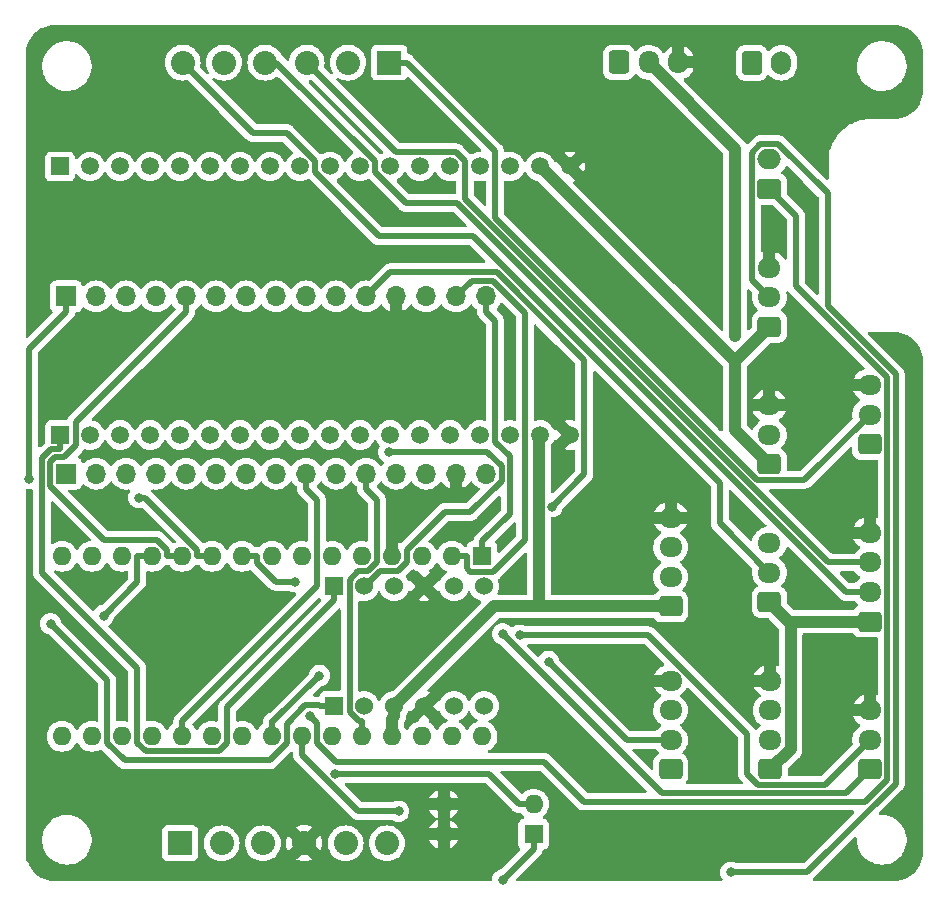
<source format=gbr>
%TF.GenerationSoftware,KiCad,Pcbnew,(6.0.4-0)*%
%TF.CreationDate,2022-09-02T16:24:50+01:00*%
%TF.ProjectId,eChook Wireless Board,6543686f-6f6b-4205-9769-72656c657373,rev?*%
%TF.SameCoordinates,Original*%
%TF.FileFunction,Copper,L2,Bot*%
%TF.FilePolarity,Positive*%
%FSLAX46Y46*%
G04 Gerber Fmt 4.6, Leading zero omitted, Abs format (unit mm)*
G04 Created by KiCad (PCBNEW (6.0.4-0)) date 2022-09-02 16:24:50*
%MOMM*%
%LPD*%
G01*
G04 APERTURE LIST*
G04 Aperture macros list*
%AMRoundRect*
0 Rectangle with rounded corners*
0 $1 Rounding radius*
0 $2 $3 $4 $5 $6 $7 $8 $9 X,Y pos of 4 corners*
0 Add a 4 corners polygon primitive as box body*
4,1,4,$2,$3,$4,$5,$6,$7,$8,$9,$2,$3,0*
0 Add four circle primitives for the rounded corners*
1,1,$1+$1,$2,$3*
1,1,$1+$1,$4,$5*
1,1,$1+$1,$6,$7*
1,1,$1+$1,$8,$9*
0 Add four rect primitives between the rounded corners*
20,1,$1+$1,$2,$3,$4,$5,0*
20,1,$1+$1,$4,$5,$6,$7,0*
20,1,$1+$1,$6,$7,$8,$9,0*
20,1,$1+$1,$8,$9,$2,$3,0*%
G04 Aperture macros list end*
%TA.AperFunction,ComponentPad*%
%ADD10R,1.498600X1.498600*%
%TD*%
%TA.AperFunction,ComponentPad*%
%ADD11C,1.498600*%
%TD*%
%TA.AperFunction,ComponentPad*%
%ADD12RoundRect,0.250000X-0.600000X-0.750000X0.600000X-0.750000X0.600000X0.750000X-0.600000X0.750000X0*%
%TD*%
%TA.AperFunction,ComponentPad*%
%ADD13O,1.700000X2.000000*%
%TD*%
%TA.AperFunction,ComponentPad*%
%ADD14RoundRect,0.250000X0.725000X-0.600000X0.725000X0.600000X-0.725000X0.600000X-0.725000X-0.600000X0*%
%TD*%
%TA.AperFunction,ComponentPad*%
%ADD15O,1.950000X1.700000*%
%TD*%
%TA.AperFunction,ComponentPad*%
%ADD16R,1.600000X1.600000*%
%TD*%
%TA.AperFunction,ComponentPad*%
%ADD17O,1.600000X1.600000*%
%TD*%
%TA.AperFunction,ComponentPad*%
%ADD18RoundRect,0.250000X0.750000X-0.600000X0.750000X0.600000X-0.750000X0.600000X-0.750000X-0.600000X0*%
%TD*%
%TA.AperFunction,ComponentPad*%
%ADD19O,2.000000X1.700000*%
%TD*%
%TA.AperFunction,ComponentPad*%
%ADD20R,2.032000X2.032000*%
%TD*%
%TA.AperFunction,ComponentPad*%
%ADD21C,2.032000*%
%TD*%
%TA.AperFunction,ComponentPad*%
%ADD22RoundRect,0.250000X-0.600000X-0.725000X0.600000X-0.725000X0.600000X0.725000X-0.600000X0.725000X0*%
%TD*%
%TA.AperFunction,ComponentPad*%
%ADD23O,1.700000X1.950000*%
%TD*%
%TA.AperFunction,ComponentPad*%
%ADD24R,1.700000X1.700000*%
%TD*%
%TA.AperFunction,ComponentPad*%
%ADD25O,1.700000X1.700000*%
%TD*%
%TA.AperFunction,ComponentPad*%
%ADD26C,1.524000*%
%TD*%
%TA.AperFunction,ComponentPad*%
%ADD27R,1.524000X1.524000*%
%TD*%
%TA.AperFunction,ViaPad*%
%ADD28C,0.800000*%
%TD*%
%TA.AperFunction,ViaPad*%
%ADD29C,1.000000*%
%TD*%
%TA.AperFunction,Conductor*%
%ADD30C,0.500000*%
%TD*%
%TA.AperFunction,Conductor*%
%ADD31C,1.000000*%
%TD*%
G04 APERTURE END LIST*
D10*
%TO.P,U2,1,GPIO21*%
%TO.N,unconnected-(U2-Pad1)*%
X120920000Y-75500000D03*
D11*
%TO.P,U2,2,GPIO13*%
%TO.N,unconnected-(U2-Pad2)*%
X123460000Y-75500000D03*
%TO.P,U2,3,GPIO12*%
%TO.N,unconnected-(U2-Pad3)*%
X126000000Y-75500000D03*
%TO.P,U2,4,GPIO14*%
%TO.N,unconnected-(U2-Pad4)*%
X128540000Y-75500000D03*
%TO.P,U2,5,GPIO27*%
%TO.N,unconnected-(U2-Pad5)*%
X131080000Y-75500000D03*
%TO.P,U2,6,GPIO26*%
%TO.N,unconnected-(U2-Pad6)*%
X133620000Y-75500000D03*
%TO.P,U2,7,GPIO25*%
%TO.N,unconnected-(U2-Pad7)*%
X136160000Y-75500000D03*
%TO.P,U2,8,GPIO33*%
%TO.N,unconnected-(U2-Pad8)*%
X138700000Y-75500000D03*
%TO.P,U2,9,GPIO32*%
%TO.N,unconnected-(U2-Pad9)*%
X141240000Y-75500000D03*
%TO.P,U2,10,GPIO35*%
%TO.N,unconnected-(U2-Pad10)*%
X143780000Y-75500000D03*
%TO.P,U2,11,GPIO34*%
%TO.N,unconnected-(U2-Pad11)*%
X146320000Y-75500000D03*
%TO.P,U2,12,GPIO39*%
%TO.N,unconnected-(U2-Pad12)*%
X148860000Y-75500000D03*
%TO.P,U2,13,GPIO38*%
%TO.N,unconnected-(U2-Pad13)*%
X151400000Y-75500000D03*
%TO.P,U2,14,GPIO37*%
%TO.N,unconnected-(U2-Pad14)*%
X153940000Y-75500000D03*
%TO.P,U2,15,GPIO36*%
%TO.N,unconnected-(U2-Pad15)*%
X156480000Y-75500000D03*
%TO.P,U2,16,3V3*%
%TO.N,+3V3*%
X159020000Y-75500000D03*
%TO.P,U2,17,5V*%
%TO.N,+5V*%
X161560000Y-75500000D03*
%TO.P,U2,18,GND*%
%TO.N,GND*%
X164100000Y-75500000D03*
%TO.P,U2,19,GND*%
X164100000Y-98233000D03*
%TO.P,U2,20,5V*%
%TO.N,+5V*%
X161560000Y-98233000D03*
%TO.P,U2,21,3V3*%
%TO.N,unconnected-(U2-Pad21)*%
X159020000Y-98233000D03*
%TO.P,U2,22,GND*%
%TO.N,unconnected-(U2-Pad22)*%
X156480000Y-98233000D03*
%TO.P,U2,23,RX*%
%TO.N,unconnected-(U2-Pad23)*%
X153940000Y-98233000D03*
%TO.P,U2,24,TX*%
%TO.N,unconnected-(U2-Pad24)*%
X151400000Y-98233000D03*
%TO.P,U2,25,RST*%
%TO.N,unconnected-(U2-Pad25)*%
X148860000Y-98233000D03*
%TO.P,U2,26,GPIO0*%
%TO.N,unconnected-(U2-Pad26)*%
X146320000Y-98233000D03*
%TO.P,U2,27,GPIO22*%
%TO.N,unconnected-(U2-Pad27)*%
X143780000Y-98233000D03*
%TO.P,U2,28,GPIO19*%
%TO.N,unconnected-(U2-Pad28)*%
X141240000Y-98233000D03*
%TO.P,U2,29,GPIO23*%
%TO.N,unconnected-(U2-Pad29)*%
X138700000Y-98233000D03*
%TO.P,U2,30,GPIO18*%
%TO.N,unconnected-(U2-Pad30)*%
X136160000Y-98233000D03*
%TO.P,U2,31,GPIO5*%
%TO.N,unconnected-(U2-Pad31)*%
X133620000Y-98233000D03*
%TO.P,U2,32,GPIO15*%
%TO.N,unconnected-(U2-Pad32)*%
X131080000Y-98233000D03*
%TO.P,U2,33,GPIO2*%
%TO.N,unconnected-(U2-Pad33)*%
X128540000Y-98233000D03*
%TO.P,U2,34,GPIO4*%
%TO.N,unconnected-(U2-Pad34)*%
X126000000Y-98233000D03*
%TO.P,U2,35,GPIO17*%
%TO.N,TX_LOW*%
X123460000Y-98233000D03*
D10*
%TO.P,U2,36,GPIO16*%
%TO.N,RX_LOW*%
X120920000Y-98233000D03*
%TD*%
D12*
%TO.P,J2,1,1*%
%TO.N,/+24V_ISOLATED*%
X179500000Y-66725000D03*
D13*
%TO.P,J2,2,2*%
%TO.N,24_B2B*%
X182000000Y-66725000D03*
%TD*%
D14*
%TO.P,J12,1,1*%
%TO.N,RACE_SWITCH*%
X189475000Y-126550000D03*
D15*
%TO.P,J12,2,2*%
%TO.N,TELEMETRY_SWITCH*%
X189475000Y-124050000D03*
%TO.P,J12,3,3*%
%TO.N,GND*%
X189475000Y-121550000D03*
%TD*%
D14*
%TO.P,J14,1,1*%
%TO.N,TEMP1_B2B*%
X189475000Y-99000000D03*
D15*
%TO.P,J14,2,2*%
%TO.N,TEMP2_B2B*%
X189475000Y-96500000D03*
%TO.P,J14,3,3*%
%TO.N,GND*%
X189475000Y-94000000D03*
%TD*%
D14*
%TO.P,J6,1,1*%
%TO.N,+5V*%
X172625000Y-126550000D03*
D15*
%TO.P,J6,2,2*%
%TO.N,SDA*%
X172625000Y-124050000D03*
%TO.P,J6,3,3*%
%TO.N,SCL*%
X172625000Y-121550000D03*
%TO.P,J6,4,4*%
%TO.N,GND*%
X172625000Y-119050000D03*
%TD*%
D14*
%TO.P,J15,1,1*%
%TO.N,+5V*%
X189475000Y-114025000D03*
D15*
%TO.P,J15,2,2*%
%TO.N,RACE_START_B2B*%
X189475000Y-111525000D03*
%TO.P,J15,3,3*%
%TO.N,SCREEN_SWITCH_B2B*%
X189475000Y-109025000D03*
%TO.P,J15,4,4*%
%TO.N,GND*%
X189475000Y-106525000D03*
%TD*%
D14*
%TO.P,J10,1,1*%
%TO.N,+5V*%
X180975000Y-112387500D03*
D15*
%TO.P,J10,2,2*%
%TO.N,WRPM_B2B*%
X180975000Y-109887500D03*
%TO.P,J10,3,3*%
%TO.N,GND*%
X180975000Y-107387500D03*
%TD*%
D16*
%TO.P,SW1,1*%
%TO.N,DEBUG_MODE*%
X161017500Y-132025000D03*
D17*
%TO.P,SW1,2*%
%TO.N,F24_MODE*%
X161017500Y-129485000D03*
%TO.P,SW1,3*%
%TO.N,GND*%
X153397500Y-129485000D03*
%TO.P,SW1,4*%
X153397500Y-132025000D03*
%TD*%
D16*
%TO.P,A1,1,D1/TX*%
%TO.N,BT_OUT*%
X156650000Y-108500000D03*
D17*
%TO.P,A1,2,D0/RX*%
%TO.N,BT_IN*%
X154110000Y-108500000D03*
%TO.P,A1,3,~{RESET}*%
%TO.N,unconnected-(A1-Pad3)*%
X151570000Y-108500000D03*
%TO.P,A1,4,GND*%
%TO.N,GND*%
X149030000Y-108500000D03*
%TO.P,A1,5,D2*%
%TO.N,MOTOR_RPM*%
X146490000Y-108500000D03*
%TO.P,A1,6,D3*%
%TO.N,WHEEL_RPM*%
X143950000Y-108500000D03*
%TO.P,A1,7,D4*%
%TO.N,RACE_SWITCH*%
X141410000Y-108500000D03*
%TO.P,A1,8,D5*%
%TO.N,MOTOR_PWM*%
X138870000Y-108500000D03*
%TO.P,A1,9,D6*%
%TO.N,TELEMETRY_SWITCH*%
X136330000Y-108500000D03*
%TO.P,A1,10,D7*%
%TO.N,BRAKE*%
X133790000Y-108500000D03*
%TO.P,A1,11,D8*%
%TO.N,RACE_START*%
X131250000Y-108500000D03*
%TO.P,A1,12,D9*%
%TO.N,DEBUG_MODE*%
X128710000Y-108500000D03*
%TO.P,A1,13,D10*%
%TO.N,F24_MODE*%
X126170000Y-108500000D03*
%TO.P,A1,14,D11*%
%TO.N,SCREEN_SWITCH*%
X123630000Y-108500000D03*
%TO.P,A1,15,D12*%
%TO.N,TX_HIGH*%
X121090000Y-108500000D03*
%TO.P,A1,16,D13*%
%TO.N,RX_HIGH*%
X121090000Y-123740000D03*
%TO.P,A1,17,3V3*%
%TO.N,unconnected-(A1-Pad17)*%
X123630000Y-123740000D03*
%TO.P,A1,18,AREF*%
%TO.N,unconnected-(A1-Pad18)*%
X126170000Y-123740000D03*
%TO.P,A1,19,A0*%
%TO.N,BATT_T*%
X128710000Y-123740000D03*
%TO.P,A1,20,A1*%
%TO.N,TEMP_1*%
X131250000Y-123740000D03*
%TO.P,A1,21,A2*%
%TO.N,CURRENT*%
X133790000Y-123740000D03*
%TO.P,A1,22,A3*%
%TO.N,THROTTLE*%
X136330000Y-123740000D03*
%TO.P,A1,23,A4*%
%TO.N,SDA*%
X138870000Y-123740000D03*
%TO.P,A1,24,A5*%
%TO.N,SCL*%
X141410000Y-123740000D03*
%TO.P,A1,25,A6*%
%TO.N,TEMP_2*%
X143950000Y-123740000D03*
%TO.P,A1,26,A7*%
%TO.N,BATT_1*%
X146490000Y-123740000D03*
%TO.P,A1,27,+5V*%
%TO.N,+5V*%
X149030000Y-123740000D03*
%TO.P,A1,28,~{RESET}*%
%TO.N,unconnected-(A1-Pad28)*%
X151570000Y-123740000D03*
%TO.P,A1,29,GND*%
%TO.N,GND*%
X154110000Y-123740000D03*
%TO.P,A1,30,VIN*%
%TO.N,unconnected-(A1-Pad30)*%
X156650000Y-123740000D03*
%TD*%
D14*
%TO.P,J8,1,1*%
%TO.N,+5V*%
X181050000Y-126550000D03*
D15*
%TO.P,J8,2,2*%
%TO.N,SDA*%
X181050000Y-124050000D03*
%TO.P,J8,3,3*%
%TO.N,SCL*%
X181050000Y-121550000D03*
%TO.P,J8,4,4*%
%TO.N,GND*%
X181050000Y-119050000D03*
%TD*%
D18*
%TO.P,J3,1,1*%
%TO.N,MOTOR_PWM*%
X180975000Y-77400000D03*
D19*
%TO.P,J3,2,2*%
%TO.N,GND*%
X180975000Y-74900000D03*
%TD*%
D20*
%TO.P,J16,1,Pin_1*%
%TO.N,THROTTLE_B2B*%
X131100000Y-132800000D03*
D21*
%TO.P,J16,2,Pin_2*%
%TO.N,CREF_B2B*%
X134597580Y-132800000D03*
%TO.P,J16,3,Pin_3*%
%TO.N,CSENSE_B2B*%
X138097700Y-132800000D03*
%TO.P,J16,4,Pin_4*%
%TO.N,GND*%
X141597820Y-132800000D03*
%TO.P,J16,5,Pin_5*%
%TO.N,12_B2B*%
X145097940Y-132800000D03*
%TO.P,J16,6,Pin_6*%
%TO.N,24_B2B*%
X148598060Y-132800000D03*
%TD*%
D14*
%TO.P,J9,1,1*%
%TO.N,+5V*%
X180975000Y-100725000D03*
D15*
%TO.P,J9,2,2*%
%TO.N,MRPM_B2B*%
X180975000Y-98225000D03*
%TO.P,J9,3,3*%
%TO.N,GND*%
X180975000Y-95725000D03*
%TD*%
D14*
%TO.P,J5,1,1*%
%TO.N,+5V*%
X180975000Y-89062500D03*
D15*
%TO.P,J5,2,2*%
%TO.N,THROTTLE_B2B*%
X180975000Y-86562500D03*
%TO.P,J5,3,3*%
%TO.N,GND*%
X180975000Y-84062500D03*
%TD*%
D22*
%TO.P,J1,1,1*%
%TO.N,/+24V_ISOLATED*%
X168250000Y-66675000D03*
D23*
%TO.P,J1,2,2*%
%TO.N,12_B2B*%
X170750000Y-66675000D03*
%TO.P,J1,3,3*%
%TO.N,GND*%
X173250000Y-66675000D03*
%TD*%
D20*
%TO.P,J17,1,Pin_1*%
%TO.N,TEMP2_B2B*%
X148800300Y-66700300D03*
D21*
%TO.P,J17,2,Pin_2*%
%TO.N,TEMP1_B2B*%
X145302720Y-66700300D03*
%TO.P,J17,3,Pin_3*%
%TO.N,SCREEN_SWITCH_B2B*%
X141802600Y-66700300D03*
%TO.P,J17,4,Pin_4*%
%TO.N,RACE_START_B2B*%
X138302480Y-66700300D03*
%TO.P,J17,5,Pin_5*%
%TO.N,MRPM_B2B*%
X134802360Y-66700300D03*
%TO.P,J17,6,Pin_6*%
%TO.N,WRPM_B2B*%
X131302240Y-66700300D03*
%TD*%
D14*
%TO.P,J13,1,1*%
%TO.N,+5V*%
X172625000Y-112750000D03*
D15*
%TO.P,J13,2,2*%
%TO.N,CREF_B2B*%
X172625000Y-110250000D03*
%TO.P,J13,3,3*%
%TO.N,CSENSE_B2B*%
X172625000Y-107750000D03*
%TO.P,J13,4,4*%
%TO.N,GND*%
X172625000Y-105250000D03*
%TD*%
D24*
%TO.P,J7,1,Pin_1*%
%TO.N,SCREEN_SWITCH*%
X121440800Y-86498900D03*
D25*
%TO.P,J7,2,Pin_2*%
%TO.N,unconnected-(J7-Pad2)*%
X123980800Y-86498900D03*
%TO.P,J7,3,Pin_3*%
%TO.N,unconnected-(J7-Pad3)*%
X126520800Y-86498900D03*
%TO.P,J7,4,Pin_4*%
%TO.N,unconnected-(J7-Pad4)*%
X129060800Y-86498900D03*
%TO.P,J7,5,Pin_5*%
%TO.N,RACE_START*%
X131600800Y-86498900D03*
%TO.P,J7,6,Pin_6*%
%TO.N,BRAKE*%
X134140800Y-86498900D03*
%TO.P,J7,7,Pin_7*%
%TO.N,unconnected-(J7-Pad7)*%
X136680800Y-86498900D03*
%TO.P,J7,8,Pin_8*%
%TO.N,unconnected-(J7-Pad8)*%
X139220800Y-86498900D03*
%TO.P,J7,9,Pin_9*%
%TO.N,unconnected-(J7-Pad9)*%
X141760800Y-86498900D03*
%TO.P,J7,10,Pin_10*%
%TO.N,WHEEL_RPM*%
X144300800Y-86498900D03*
%TO.P,J7,11,Pin_11*%
%TO.N,MOTOR_RPM*%
X146840800Y-86498900D03*
%TO.P,J7,12,Pin_12*%
%TO.N,GND*%
X149380800Y-86498900D03*
%TO.P,J7,13,Pin_13*%
%TO.N,unconnected-(J7-Pad13)*%
X151920800Y-86498900D03*
%TO.P,J7,14,Pin_14*%
%TO.N,BT_IN*%
X154460800Y-86498900D03*
%TO.P,J7,15,Pin_15*%
%TO.N,BT_OUT*%
X157000800Y-86498900D03*
%TD*%
D26*
%TO.P,U1,GND_1,GND*%
%TO.N,GND*%
X151743700Y-121180000D03*
%TO.P,U1,GND_2,GND*%
X151743700Y-111020000D03*
%TO.P,U1,HV,HV*%
%TO.N,+5V*%
X149203700Y-121180000D03*
D27*
%TO.P,U1,HV1,HV1*%
%TO.N,TX_HIGH*%
X144123700Y-121180000D03*
D26*
%TO.P,U1,HV2,HV2*%
%TO.N,RX_HIGH*%
X146663700Y-121180000D03*
%TO.P,U1,HV3,HV3*%
%TO.N,unconnected-(U1-PadHV3)*%
X154283700Y-121180000D03*
%TO.P,U1,HV4,HV4*%
%TO.N,unconnected-(U1-PadHV4)*%
X156823700Y-121180000D03*
%TO.P,U1,LV,LV*%
%TO.N,+3V3*%
X149203700Y-111020000D03*
D27*
%TO.P,U1,LV1,LV1*%
%TO.N,RX_LOW*%
X144123700Y-111020000D03*
D26*
%TO.P,U1,LV2,LV2*%
%TO.N,TX_LOW*%
X146663700Y-111020000D03*
%TO.P,U1,LV3,LV3*%
%TO.N,unconnected-(U1-PadLV3)*%
X154283700Y-111020000D03*
%TO.P,U1,LV4,LV4*%
%TO.N,unconnected-(U1-PadLV4)*%
X156823700Y-111020000D03*
%TD*%
D24*
%TO.P,J4,1,Pin_1*%
%TO.N,unconnected-(J4-Pad1)*%
X121440800Y-101499800D03*
D25*
%TO.P,J4,2,Pin_2*%
%TO.N,unconnected-(J4-Pad2)*%
X123980800Y-101499800D03*
%TO.P,J4,3,Pin_3*%
%TO.N,unconnected-(J4-Pad3)*%
X126520800Y-101499800D03*
%TO.P,J4,4,Pin_4*%
%TO.N,BATT_T*%
X129060800Y-101499800D03*
%TO.P,J4,5,Pin_5*%
%TO.N,unconnected-(J4-Pad5)*%
X131600800Y-101499800D03*
%TO.P,J4,6,Pin_6*%
%TO.N,CURRENT*%
X134140800Y-101499800D03*
%TO.P,J4,7,Pin_7*%
%TO.N,THROTTLE*%
X136680800Y-101499800D03*
%TO.P,J4,8,Pin_8*%
%TO.N,TEMP_2*%
X139220800Y-101499800D03*
%TO.P,J4,9,Pin_9*%
%TO.N,TEMP_1*%
X141760800Y-101499800D03*
%TO.P,J4,10,Pin_10*%
%TO.N,unconnected-(J4-Pad10)*%
X144300800Y-101499800D03*
%TO.P,J4,11,Pin_11*%
%TO.N,BATT_1*%
X146840800Y-101499800D03*
%TO.P,J4,12,Pin_12*%
%TO.N,+5V*%
X149380800Y-101499800D03*
%TO.P,J4,13,Pin_13*%
%TO.N,unconnected-(J4-Pad13)*%
X151920800Y-101499800D03*
%TO.P,J4,14,Pin_14*%
%TO.N,GND*%
X154460800Y-101499800D03*
%TO.P,J4,15,Pin_15*%
%TO.N,unconnected-(J4-Pad15)*%
X157000800Y-101499800D03*
%TD*%
D28*
%TO.N,MOTOR_RPM*%
X162574900Y-104292100D03*
%TO.N,RACE_SWITCH*%
X158389500Y-115075200D03*
%TO.N,MOTOR_PWM*%
X142053200Y-121982800D03*
%TO.N,TELEMETRY_SWITCH*%
X140775100Y-110666500D03*
X159823500Y-115185300D03*
%TO.N,BRAKE*%
X127595200Y-103525300D03*
%TO.N,DEBUG_MODE*%
X124601400Y-113524600D03*
X158412500Y-135884800D03*
%TO.N,F24_MODE*%
X144242200Y-126947100D03*
%TO.N,SCREEN_SWITCH*%
X118317800Y-101937500D03*
%TO.N,TX_HIGH*%
X120126500Y-114210900D03*
%TO.N,SDA*%
X162283900Y-117421100D03*
X142881800Y-118600300D03*
%TO.N,SCL*%
X149578800Y-130090400D03*
D29*
%TO.N,12_B2B*%
X178071900Y-89877200D03*
D28*
%TO.N,THROTTLE_B2B*%
X177712500Y-135257700D03*
%TO.N,TX_LOW*%
X148750200Y-99664800D03*
%TD*%
D30*
%TO.N,BT_OUT*%
X157746600Y-88545000D02*
X157000800Y-87799200D01*
X159003200Y-104896500D02*
X159003200Y-100042600D01*
X157746600Y-98786000D02*
X157746600Y-88545000D01*
X159003200Y-100042600D02*
X157746600Y-98786000D01*
X156650000Y-108500000D02*
X156650000Y-107249700D01*
X156650000Y-107249700D02*
X159003200Y-104896500D01*
X157000800Y-86498900D02*
X157000800Y-87799200D01*
%TO.N,BT_IN*%
X155762100Y-85197600D02*
X157614400Y-85197600D01*
X155652400Y-109807600D02*
X155360300Y-109515500D01*
X157614400Y-85197600D02*
X160290000Y-87873200D01*
X157593400Y-109807600D02*
X155652400Y-109807600D01*
X155360300Y-109515500D02*
X155360300Y-108500000D01*
X160290000Y-87873200D02*
X160290000Y-107111000D01*
X154110000Y-108500000D02*
X155360300Y-108500000D01*
X154460800Y-86498900D02*
X155762100Y-85197600D01*
X160290000Y-107111000D02*
X157593400Y-109807600D01*
%TO.N,MOTOR_RPM*%
X165308300Y-91883600D02*
X165308300Y-101558700D01*
X157876200Y-84451500D02*
X165308300Y-91883600D01*
X165308300Y-101558700D02*
X162574900Y-104292100D01*
X146840800Y-86498900D02*
X148888200Y-84451500D01*
X148888200Y-84451500D02*
X157876200Y-84451500D01*
%TO.N,RACE_SWITCH*%
X171887600Y-128573300D02*
X187451700Y-128573300D01*
X158389500Y-115075200D02*
X171887600Y-128573300D01*
X187451700Y-128573300D02*
X189475000Y-126550000D01*
%TO.N,MOTOR_PWM*%
X189083900Y-129273600D02*
X190943600Y-127413900D01*
X165243000Y-129273600D02*
X189083900Y-129273600D01*
X142053200Y-121982800D02*
X142680000Y-122609600D01*
X190943600Y-127413900D02*
X190943600Y-93360100D01*
X183224500Y-85641000D02*
X183224500Y-79649500D01*
X190943600Y-93360100D02*
X183224500Y-85641000D01*
X161874000Y-125904600D02*
X165243000Y-129273600D01*
X142680000Y-124270200D02*
X144314400Y-125904600D01*
X183224500Y-79649500D02*
X180975000Y-77400000D01*
X142680000Y-122609600D02*
X142680000Y-124270200D01*
X144314400Y-125904600D02*
X161874000Y-125904600D01*
%TO.N,TELEMETRY_SWITCH*%
X137580300Y-109047000D02*
X139199800Y-110666500D01*
X136330000Y-108500000D02*
X137580300Y-108500000D01*
X185652000Y-127873000D02*
X189475000Y-124050000D01*
X159823500Y-115185300D02*
X170730100Y-115185300D01*
X179081800Y-126921600D02*
X180033200Y-127873000D01*
X137580300Y-108500000D02*
X137580300Y-109047000D01*
X180033200Y-127873000D02*
X185652000Y-127873000D01*
X179081800Y-123537000D02*
X179081800Y-126921600D01*
X170730100Y-115185300D02*
X179081800Y-123537000D01*
X139199800Y-110666500D02*
X140775100Y-110666500D01*
%TO.N,BRAKE*%
X133790000Y-108500000D02*
X132539700Y-108500000D01*
X132539700Y-107952300D02*
X132539700Y-108500000D01*
X128112700Y-103525300D02*
X132539700Y-107952300D01*
X127595200Y-103525300D02*
X128112700Y-103525300D01*
%TO.N,RACE_START*%
X124645000Y-107106100D02*
X129149700Y-107106100D01*
X122260300Y-97139700D02*
X122260300Y-99119500D01*
X122260300Y-99119500D02*
X121246900Y-100132900D01*
X120076500Y-100515000D02*
X120076500Y-102537600D01*
X131600800Y-87799200D02*
X122260300Y-97139700D01*
X131600800Y-86498900D02*
X131600800Y-87799200D01*
X120076500Y-102537600D02*
X124645000Y-107106100D01*
X121246900Y-100132900D02*
X120458600Y-100132900D01*
X129149700Y-107106100D02*
X129999700Y-107956100D01*
X120458600Y-100132900D02*
X120076500Y-100515000D01*
X129999700Y-107956100D02*
X129999700Y-108500000D01*
X131250000Y-108500000D02*
X129999700Y-108500000D01*
%TO.N,DEBUG_MODE*%
X158412500Y-135884800D02*
X161017500Y-133279800D01*
X127459700Y-110666300D02*
X124601400Y-113524600D01*
X127459700Y-108500000D02*
X127459700Y-110666300D01*
X128710000Y-108500000D02*
X127459700Y-108500000D01*
X161017500Y-133279800D02*
X161017500Y-132025000D01*
%TO.N,F24_MODE*%
X157229300Y-126947100D02*
X159767200Y-129485000D01*
X161017500Y-129485000D02*
X159767200Y-129485000D01*
X144242200Y-126947100D02*
X157229300Y-126947100D01*
%TO.N,SCREEN_SWITCH*%
X121440800Y-87799200D02*
X118317800Y-90922200D01*
X121440800Y-86498900D02*
X121440800Y-87799200D01*
X118317800Y-90922200D02*
X118317800Y-101937500D01*
%TO.N,TX_HIGH*%
X140140000Y-122693500D02*
X141701000Y-121132500D01*
X120126500Y-114210900D02*
X124919600Y-119004000D01*
X142863900Y-121132500D02*
X142911400Y-121180000D01*
X138701000Y-125761700D02*
X140140000Y-124322700D01*
X140140000Y-124322700D02*
X140140000Y-122693500D01*
X141701000Y-121132500D02*
X142863900Y-121132500D01*
X124919600Y-124289800D02*
X126391500Y-125761700D01*
X144123700Y-121180000D02*
X142911400Y-121180000D01*
X126391500Y-125761700D02*
X138701000Y-125761700D01*
X124919600Y-119004000D02*
X124919600Y-124289800D01*
%TO.N,TEMP_1*%
X131250000Y-123740000D02*
X131250000Y-122489700D01*
X141760800Y-102800100D02*
X142680000Y-103719300D01*
X142680000Y-111059700D02*
X131250000Y-122489700D01*
X142680000Y-103719300D02*
X142680000Y-111059700D01*
X141760800Y-101499800D02*
X141760800Y-102800100D01*
%TO.N,SDA*%
X172625000Y-124050000D02*
X168912800Y-124050000D01*
X168912800Y-124050000D02*
X162283900Y-117421100D01*
X138992400Y-122489700D02*
X138870000Y-122489700D01*
X138870000Y-123740000D02*
X138870000Y-122489700D01*
X142881800Y-118600300D02*
X138992400Y-122489700D01*
%TO.N,SCL*%
X141410000Y-125317400D02*
X146183000Y-130090400D01*
X141410000Y-124990300D02*
X141410000Y-125317400D01*
X146183000Y-130090400D02*
X149578800Y-130090400D01*
X141410000Y-123740000D02*
X141410000Y-124990300D01*
%TO.N,BATT_1*%
X145435700Y-121675900D02*
X146249500Y-122489700D01*
X146490000Y-123740000D02*
X146490000Y-122489700D01*
X147760000Y-103719300D02*
X147760000Y-109026100D01*
X145435700Y-110475200D02*
X145435700Y-121675900D01*
X146249500Y-122489700D02*
X146490000Y-122489700D01*
X146840800Y-102800100D02*
X147760000Y-103719300D01*
X147007100Y-109779000D02*
X146131900Y-109779000D01*
X146131900Y-109779000D02*
X145435700Y-110475200D01*
X147760000Y-109026100D02*
X147007100Y-109779000D01*
X146840800Y-101499800D02*
X146840800Y-102800100D01*
D31*
%TO.N,+5V*%
X161446400Y-98346600D02*
X161446400Y-112750000D01*
X178048700Y-97798700D02*
X178048700Y-91988800D01*
X149203700Y-122066000D02*
X149030000Y-122239700D01*
X157633700Y-112750000D02*
X149203700Y-121180000D01*
X182612500Y-114025000D02*
X182773300Y-114025000D01*
X178048800Y-91988700D02*
X180975000Y-89062500D01*
X178048800Y-91988700D02*
X161560000Y-75500000D01*
X180975000Y-100725000D02*
X178048700Y-97798700D01*
X182773300Y-124826700D02*
X181050000Y-126550000D01*
X180975000Y-112387500D02*
X182612500Y-114025000D01*
X161560000Y-98233000D02*
X161446400Y-98346600D01*
X172625000Y-112750000D02*
X161446400Y-112750000D01*
X149030000Y-123740000D02*
X149030000Y-122239700D01*
X182773300Y-114025000D02*
X189475000Y-114025000D01*
X182773300Y-114025000D02*
X182773300Y-124826700D01*
X161446400Y-112750000D02*
X157633700Y-112750000D01*
X149203700Y-121180000D02*
X149203700Y-122066000D01*
X178048700Y-91988800D02*
X178048800Y-91988700D01*
%TO.N,12_B2B*%
X170750000Y-66675000D02*
X178071900Y-73996900D01*
X178071900Y-73996900D02*
X178071900Y-89877200D01*
D30*
%TO.N,THROTTLE_B2B*%
X181734700Y-73594700D02*
X185918500Y-77778500D01*
X179485500Y-85073000D02*
X179485500Y-74322400D01*
X180975000Y-86562500D02*
X179485500Y-85073000D01*
X179485500Y-74322400D02*
X180213200Y-73594700D01*
X191673600Y-127752000D02*
X184167900Y-135257700D01*
X191673600Y-93099500D02*
X191673600Y-127752000D01*
X185918500Y-77778500D02*
X185918500Y-87344400D01*
X185918500Y-87344400D02*
X191673600Y-93099500D01*
X180213200Y-73594700D02*
X181734700Y-73594700D01*
X184167900Y-135257700D02*
X177712500Y-135257700D01*
%TO.N,WRPM_B2B*%
X176787000Y-102307900D02*
X155878400Y-81399300D01*
X147922200Y-81399300D02*
X142510000Y-75987100D01*
X142510000Y-75987100D02*
X142510000Y-75070900D01*
X176787000Y-105699500D02*
X176787000Y-102307900D01*
X180975000Y-109887500D02*
X176787000Y-105699500D01*
X137259600Y-72657700D02*
X131302200Y-66700300D01*
X140096800Y-72657700D02*
X137259600Y-72657700D01*
X155878400Y-81399300D02*
X147922200Y-81399300D01*
X142510000Y-75070900D02*
X140096800Y-72657700D01*
%TO.N,TEMP2_B2B*%
X148800300Y-66700300D02*
X150266600Y-66700300D01*
X183948600Y-102026400D02*
X189475000Y-96500000D01*
X157750000Y-79834000D02*
X179942400Y-102026400D01*
X179942400Y-102026400D02*
X183948600Y-102026400D01*
X150266600Y-66700300D02*
X157750000Y-74183700D01*
X157750000Y-74183700D02*
X157750000Y-79834000D01*
%TO.N,RX_LOW*%
X134345500Y-125002900D02*
X135060000Y-124288400D01*
X127459600Y-124290400D02*
X128172100Y-125002900D01*
X135060000Y-124288400D02*
X135060000Y-121296000D01*
X120920000Y-98233000D02*
X120920000Y-99432600D01*
X120920000Y-99432600D02*
X120161600Y-99432600D01*
X120161600Y-99432600D02*
X119375600Y-100218600D01*
X144123700Y-111020000D02*
X144123700Y-112232300D01*
X128172100Y-125002900D02*
X134345500Y-125002900D01*
X119375600Y-109892600D02*
X127459600Y-117976600D01*
X119375600Y-100218600D02*
X119375600Y-109892600D01*
X135060000Y-121296000D02*
X144123700Y-112232300D01*
X127459600Y-117976600D02*
X127459600Y-124290400D01*
%TO.N,TX_LOW*%
X150300000Y-107938100D02*
X153495500Y-104742600D01*
X150300000Y-109014100D02*
X150300000Y-107938100D01*
X158302900Y-102100800D02*
X158302900Y-100899800D01*
X146772500Y-111020000D02*
X148033100Y-109759400D01*
X148033100Y-109759400D02*
X149554700Y-109759400D01*
X155661100Y-104742600D02*
X158302900Y-102100800D01*
X153495500Y-104742600D02*
X155661100Y-104742600D01*
X149554700Y-109759400D02*
X150300000Y-109014100D01*
X146663700Y-111020000D02*
X146772500Y-111020000D01*
X157067900Y-99664800D02*
X148750200Y-99664800D01*
X158302900Y-100899800D02*
X157067900Y-99664800D01*
%TO.N,RACE_START_B2B*%
X147590000Y-75973300D02*
X150213500Y-78596800D01*
X139242400Y-66700300D02*
X147590000Y-75047900D01*
X138302500Y-66700300D02*
X139242400Y-66700300D01*
X154531800Y-78596800D02*
X187460000Y-111525000D01*
X189475000Y-111525000D02*
X188049700Y-111525000D01*
X147590000Y-75047900D02*
X147590000Y-75973300D01*
X187460000Y-111525000D02*
X188049700Y-111525000D01*
X150213500Y-78596800D02*
X154531800Y-78596800D01*
%TO.N,SCREEN_SWITCH_B2B*%
X155210000Y-78284500D02*
X185950500Y-109025000D01*
X154449000Y-74295100D02*
X155210000Y-75056100D01*
X185950500Y-109025000D02*
X189475000Y-109025000D01*
X141802600Y-66700300D02*
X149397400Y-74295100D01*
X149397400Y-74295100D02*
X154449000Y-74295100D01*
X155210000Y-75056100D02*
X155210000Y-78284500D01*
%TD*%
%TA.AperFunction,Conductor*%
%TO.N,GND*%
G36*
X118152697Y-102823024D02*
G01*
X118216697Y-102836628D01*
X118216701Y-102836628D01*
X118223154Y-102838000D01*
X118412446Y-102838000D01*
X118433909Y-102833438D01*
X118472904Y-102825150D01*
X118543695Y-102830553D01*
X118600327Y-102873370D01*
X118624820Y-102940008D01*
X118625100Y-102948397D01*
X118625100Y-109826146D01*
X118623667Y-109845096D01*
X118621785Y-109857468D01*
X118620452Y-109866230D01*
X118621045Y-109873522D01*
X118621045Y-109873525D01*
X118624685Y-109918275D01*
X118625100Y-109928489D01*
X118625100Y-109936422D01*
X118625525Y-109940066D01*
X118628354Y-109964336D01*
X118628787Y-109968711D01*
X118631240Y-109998874D01*
X118634639Y-110040659D01*
X118636894Y-110047621D01*
X118638052Y-110053416D01*
X118639409Y-110059158D01*
X118640257Y-110066428D01*
X118664906Y-110134336D01*
X118666323Y-110138464D01*
X118688573Y-110207146D01*
X118692368Y-110213400D01*
X118694831Y-110218779D01*
X118697473Y-110224055D01*
X118699969Y-110230931D01*
X118716061Y-110255475D01*
X118739548Y-110291299D01*
X118741895Y-110295019D01*
X118776448Y-110351961D01*
X118776453Y-110351968D01*
X118779361Y-110356760D01*
X118783073Y-110360962D01*
X118783074Y-110360964D01*
X118786685Y-110365052D01*
X118786660Y-110365074D01*
X118789406Y-110368169D01*
X118791909Y-110371163D01*
X118795923Y-110377285D01*
X118801236Y-110382318D01*
X118851552Y-110429983D01*
X118853994Y-110432361D01*
X126672195Y-118250562D01*
X126706221Y-118312874D01*
X126709100Y-118339657D01*
X126709100Y-122373868D01*
X126689098Y-122441989D01*
X126635442Y-122488482D01*
X126565168Y-122498586D01*
X126550496Y-122495576D01*
X126425690Y-122462135D01*
X126402007Y-122455789D01*
X126402005Y-122455789D01*
X126396692Y-122454365D01*
X126170000Y-122434532D01*
X125943308Y-122454365D01*
X125937995Y-122455789D01*
X125937993Y-122455789D01*
X125828711Y-122485071D01*
X125757735Y-122483381D01*
X125698939Y-122443587D01*
X125670991Y-122378322D01*
X125670100Y-122363364D01*
X125670100Y-119070454D01*
X125671533Y-119051504D01*
X125673648Y-119037604D01*
X125673648Y-119037600D01*
X125674748Y-119030370D01*
X125670515Y-118978325D01*
X125670100Y-118968111D01*
X125670100Y-118960178D01*
X125666846Y-118932264D01*
X125666413Y-118927889D01*
X125661154Y-118863236D01*
X125660561Y-118855941D01*
X125658306Y-118848979D01*
X125657148Y-118843184D01*
X125655791Y-118837442D01*
X125654943Y-118830172D01*
X125630294Y-118762264D01*
X125628877Y-118758136D01*
X125608883Y-118696417D01*
X125608882Y-118696415D01*
X125606627Y-118689454D01*
X125602832Y-118683200D01*
X125600369Y-118677821D01*
X125597727Y-118672545D01*
X125595231Y-118665669D01*
X125555646Y-118605291D01*
X125553305Y-118601581D01*
X125518752Y-118544639D01*
X125518747Y-118544632D01*
X125515839Y-118539840D01*
X125511615Y-118535057D01*
X125508515Y-118531548D01*
X125508540Y-118531526D01*
X125505794Y-118528431D01*
X125503291Y-118525437D01*
X125499277Y-118519315D01*
X125443647Y-118466616D01*
X125441206Y-118464239D01*
X121039611Y-114062644D01*
X121008873Y-114012485D01*
X120986025Y-113942166D01*
X120953679Y-113842616D01*
X120933425Y-113807534D01*
X120862336Y-113684405D01*
X120859033Y-113678684D01*
X120854614Y-113673776D01*
X120736786Y-113542915D01*
X120736784Y-113542914D01*
X120732371Y-113538012D01*
X120579230Y-113426749D01*
X120406303Y-113349756D01*
X120308288Y-113328922D01*
X120227603Y-113311772D01*
X120227599Y-113311772D01*
X120221146Y-113310400D01*
X120031854Y-113310400D01*
X120025401Y-113311772D01*
X120025397Y-113311772D01*
X119944712Y-113328922D01*
X119846697Y-113349756D01*
X119673770Y-113426749D01*
X119520629Y-113538012D01*
X119516216Y-113542914D01*
X119516214Y-113542915D01*
X119398386Y-113673776D01*
X119393967Y-113678684D01*
X119390664Y-113684405D01*
X119319576Y-113807534D01*
X119299321Y-113842616D01*
X119240826Y-114022644D01*
X119240136Y-114029205D01*
X119240136Y-114029207D01*
X119232679Y-114100163D01*
X119221040Y-114210900D01*
X119221730Y-114217465D01*
X119237187Y-114364529D01*
X119240826Y-114399156D01*
X119299321Y-114579184D01*
X119302624Y-114584906D01*
X119302625Y-114584907D01*
X119349004Y-114665237D01*
X119393967Y-114743116D01*
X119520629Y-114883788D01*
X119673770Y-114995051D01*
X119846697Y-115072044D01*
X119853155Y-115073417D01*
X119853159Y-115073418D01*
X119911253Y-115085766D01*
X119974151Y-115119918D01*
X124132195Y-119277962D01*
X124166221Y-119340274D01*
X124169100Y-119367057D01*
X124169100Y-122373868D01*
X124149098Y-122441989D01*
X124095442Y-122488482D01*
X124025168Y-122498586D01*
X124010496Y-122495576D01*
X123885690Y-122462135D01*
X123862007Y-122455789D01*
X123862005Y-122455789D01*
X123856692Y-122454365D01*
X123630000Y-122434532D01*
X123403308Y-122454365D01*
X123397995Y-122455789D01*
X123397993Y-122455789D01*
X123188814Y-122511838D01*
X123188812Y-122511839D01*
X123183504Y-122513261D01*
X123178524Y-122515583D01*
X123178522Y-122515584D01*
X122982247Y-122607109D01*
X122982244Y-122607111D01*
X122977266Y-122609432D01*
X122790861Y-122739953D01*
X122629953Y-122900861D01*
X122499432Y-123087266D01*
X122497111Y-123092244D01*
X122497109Y-123092247D01*
X122474195Y-123141387D01*
X122427278Y-123194672D01*
X122359000Y-123214133D01*
X122291041Y-123193591D01*
X122245805Y-123141387D01*
X122222891Y-123092247D01*
X122222889Y-123092244D01*
X122220568Y-123087266D01*
X122090047Y-122900861D01*
X121929139Y-122739953D01*
X121742734Y-122609432D01*
X121737756Y-122607111D01*
X121737753Y-122607109D01*
X121541478Y-122515584D01*
X121541476Y-122515583D01*
X121536496Y-122513261D01*
X121531188Y-122511839D01*
X121531186Y-122511838D01*
X121322007Y-122455789D01*
X121322005Y-122455789D01*
X121316692Y-122454365D01*
X121090000Y-122434532D01*
X120863308Y-122454365D01*
X120857995Y-122455789D01*
X120857993Y-122455789D01*
X120648814Y-122511838D01*
X120648812Y-122511839D01*
X120643504Y-122513261D01*
X120638524Y-122515583D01*
X120638522Y-122515584D01*
X120442247Y-122607109D01*
X120442244Y-122607111D01*
X120437266Y-122609432D01*
X120250861Y-122739953D01*
X120089953Y-122900861D01*
X119959432Y-123087266D01*
X119957111Y-123092244D01*
X119957109Y-123092247D01*
X119896392Y-123222454D01*
X119863261Y-123293504D01*
X119861839Y-123298812D01*
X119861838Y-123298814D01*
X119842182Y-123372171D01*
X119804365Y-123513308D01*
X119784532Y-123740000D01*
X119804365Y-123966692D01*
X119863261Y-124186496D01*
X119865583Y-124191476D01*
X119865584Y-124191478D01*
X119913989Y-124295281D01*
X119959432Y-124392734D01*
X120089953Y-124579139D01*
X120250861Y-124740047D01*
X120437266Y-124870568D01*
X120442244Y-124872889D01*
X120442247Y-124872891D01*
X120615263Y-124953570D01*
X120643504Y-124966739D01*
X120648812Y-124968161D01*
X120648814Y-124968162D01*
X120857993Y-125024211D01*
X120857995Y-125024211D01*
X120863308Y-125025635D01*
X121090000Y-125045468D01*
X121316692Y-125025635D01*
X121322005Y-125024211D01*
X121322007Y-125024211D01*
X121531186Y-124968162D01*
X121531188Y-124968161D01*
X121536496Y-124966739D01*
X121564737Y-124953570D01*
X121737753Y-124872891D01*
X121737756Y-124872889D01*
X121742734Y-124870568D01*
X121929139Y-124740047D01*
X122090047Y-124579139D01*
X122220568Y-124392734D01*
X122245805Y-124338613D01*
X122292722Y-124285328D01*
X122361000Y-124265867D01*
X122428959Y-124286409D01*
X122474195Y-124338612D01*
X122499432Y-124392734D01*
X122629953Y-124579139D01*
X122790861Y-124740047D01*
X122977266Y-124870568D01*
X122982244Y-124872889D01*
X122982247Y-124872891D01*
X123155263Y-124953570D01*
X123183504Y-124966739D01*
X123188812Y-124968161D01*
X123188814Y-124968162D01*
X123397993Y-125024211D01*
X123397995Y-125024211D01*
X123403308Y-125025635D01*
X123630000Y-125045468D01*
X123856692Y-125025635D01*
X123862005Y-125024211D01*
X123862007Y-125024211D01*
X124071186Y-124968162D01*
X124071188Y-124968161D01*
X124076496Y-124966739D01*
X124104737Y-124953570D01*
X124277747Y-124872894D01*
X124277752Y-124872891D01*
X124282734Y-124870568D01*
X124288046Y-124866848D01*
X124288458Y-124866710D01*
X124292004Y-124864662D01*
X124292416Y-124865375D01*
X124355323Y-124844166D01*
X124424182Y-124861456D01*
X124449405Y-124880972D01*
X125131696Y-125563264D01*
X125813825Y-126245393D01*
X125826211Y-126259805D01*
X125834544Y-126271129D01*
X125834547Y-126271133D01*
X125838883Y-126277024D01*
X125876377Y-126308878D01*
X125878681Y-126310835D01*
X125886197Y-126317765D01*
X125891803Y-126323371D01*
X125894664Y-126325634D01*
X125894669Y-126325639D01*
X125913854Y-126340817D01*
X125917255Y-126343606D01*
X125964497Y-126383741D01*
X125972255Y-126390332D01*
X125978776Y-126393662D01*
X125983720Y-126396959D01*
X125988709Y-126400040D01*
X125994449Y-126404581D01*
X126055936Y-126433318D01*
X126059843Y-126435144D01*
X126063789Y-126437072D01*
X126128116Y-126469919D01*
X126135225Y-126471658D01*
X126140760Y-126473717D01*
X126146368Y-126475583D01*
X126152993Y-126478679D01*
X126160153Y-126480168D01*
X126160155Y-126480169D01*
X126223693Y-126493385D01*
X126227982Y-126494356D01*
X126244597Y-126498421D01*
X126298106Y-126511515D01*
X126303706Y-126511862D01*
X126303710Y-126511863D01*
X126309148Y-126512200D01*
X126309146Y-126512232D01*
X126313276Y-126512479D01*
X126317156Y-126512825D01*
X126324331Y-126514318D01*
X126331652Y-126514120D01*
X126331653Y-126514120D01*
X126400900Y-126512246D01*
X126404308Y-126512200D01*
X138634546Y-126512200D01*
X138653496Y-126513633D01*
X138667396Y-126515748D01*
X138667400Y-126515748D01*
X138674630Y-126516848D01*
X138681922Y-126516255D01*
X138681925Y-126516255D01*
X138726675Y-126512615D01*
X138736889Y-126512200D01*
X138744822Y-126512200D01*
X138754118Y-126511116D01*
X138772736Y-126508946D01*
X138777111Y-126508513D01*
X138807274Y-126506060D01*
X138849059Y-126502661D01*
X138856021Y-126500406D01*
X138861816Y-126499248D01*
X138867558Y-126497891D01*
X138874828Y-126497043D01*
X138942736Y-126472394D01*
X138946864Y-126470977D01*
X139008583Y-126450983D01*
X139008585Y-126450982D01*
X139015546Y-126448727D01*
X139021800Y-126444932D01*
X139027179Y-126442469D01*
X139032455Y-126439827D01*
X139039331Y-126437331D01*
X139099709Y-126397746D01*
X139103419Y-126395405D01*
X139160361Y-126360852D01*
X139160368Y-126360847D01*
X139165160Y-126357939D01*
X139173452Y-126350615D01*
X139173474Y-126350640D01*
X139176569Y-126347894D01*
X139179563Y-126345391D01*
X139185685Y-126341377D01*
X139238384Y-126285747D01*
X139240761Y-126283306D01*
X140444405Y-125079662D01*
X140506717Y-125045636D01*
X140577532Y-125050701D01*
X140634368Y-125093248D01*
X140659179Y-125159768D01*
X140659500Y-125168757D01*
X140659500Y-125250946D01*
X140658067Y-125269896D01*
X140654852Y-125291030D01*
X140655445Y-125298322D01*
X140655445Y-125298325D01*
X140659085Y-125343075D01*
X140659500Y-125353289D01*
X140659500Y-125361222D01*
X140659925Y-125364866D01*
X140662754Y-125389136D01*
X140663187Y-125393511D01*
X140665416Y-125420911D01*
X140669039Y-125465459D01*
X140671294Y-125472421D01*
X140672452Y-125478216D01*
X140673809Y-125483958D01*
X140674657Y-125491228D01*
X140699306Y-125559136D01*
X140700723Y-125563264D01*
X140720153Y-125623240D01*
X140722973Y-125631946D01*
X140726768Y-125638200D01*
X140729231Y-125643579D01*
X140731873Y-125648855D01*
X140734369Y-125655731D01*
X140773948Y-125716099D01*
X140776295Y-125719819D01*
X140810848Y-125776761D01*
X140810853Y-125776768D01*
X140813761Y-125781560D01*
X140817473Y-125785762D01*
X140817474Y-125785764D01*
X140821085Y-125789852D01*
X140821060Y-125789874D01*
X140823806Y-125792969D01*
X140826309Y-125795963D01*
X140830323Y-125802085D01*
X140835636Y-125807118D01*
X140885952Y-125854783D01*
X140888394Y-125857161D01*
X145605322Y-130574089D01*
X145617709Y-130588502D01*
X145626041Y-130599825D01*
X145626045Y-130599829D01*
X145630383Y-130605724D01*
X145670200Y-130639551D01*
X145677704Y-130646471D01*
X145683303Y-130652070D01*
X145705351Y-130669514D01*
X145708727Y-130672283D01*
X145758175Y-130714292D01*
X145758178Y-130714294D01*
X145763755Y-130719032D01*
X145770274Y-130722360D01*
X145775184Y-130725635D01*
X145780204Y-130728736D01*
X145785949Y-130733281D01*
X145839663Y-130758385D01*
X145851343Y-130763844D01*
X145855289Y-130765772D01*
X145919616Y-130798619D01*
X145926725Y-130800358D01*
X145932260Y-130802417D01*
X145937868Y-130804283D01*
X145944493Y-130807379D01*
X145951653Y-130808868D01*
X145951655Y-130808869D01*
X146015184Y-130822083D01*
X146019468Y-130823053D01*
X146089606Y-130840215D01*
X146095206Y-130840562D01*
X146095210Y-130840563D01*
X146100648Y-130840900D01*
X146100646Y-130840931D01*
X146104770Y-130841180D01*
X146108672Y-130841528D01*
X146115830Y-130843017D01*
X146192378Y-130840946D01*
X146195786Y-130840900D01*
X149038814Y-130840900D01*
X149106935Y-130860902D01*
X149112876Y-130864965D01*
X149120727Y-130870670D01*
X149120733Y-130870673D01*
X149126070Y-130874551D01*
X149298997Y-130951544D01*
X149397012Y-130972378D01*
X149477697Y-130989528D01*
X149477701Y-130989528D01*
X149484154Y-130990900D01*
X149673446Y-130990900D01*
X149679899Y-130989528D01*
X149679903Y-130989528D01*
X149760588Y-130972378D01*
X149858603Y-130951544D01*
X150031530Y-130874551D01*
X150049732Y-130861327D01*
X150179332Y-130767167D01*
X150184671Y-130763288D01*
X150211114Y-130733921D01*
X150306914Y-130627524D01*
X150306915Y-130627523D01*
X150311333Y-130622616D01*
X150350515Y-130554751D01*
X150402675Y-130464407D01*
X150402676Y-130464406D01*
X150405979Y-130458684D01*
X150464474Y-130278656D01*
X150468622Y-130239195D01*
X150483570Y-130096965D01*
X150484260Y-130090400D01*
X150478694Y-130037444D01*
X150474070Y-129993450D01*
X152191377Y-129993450D01*
X152258086Y-130136511D01*
X152263569Y-130146007D01*
X152388528Y-130324467D01*
X152395584Y-130332875D01*
X152549625Y-130486916D01*
X152558033Y-130493972D01*
X152736493Y-130618931D01*
X152745989Y-130624414D01*
X152781141Y-130640805D01*
X152834426Y-130687722D01*
X152853887Y-130755999D01*
X152833345Y-130823959D01*
X152781141Y-130869195D01*
X152745989Y-130885586D01*
X152736493Y-130891069D01*
X152558033Y-131016028D01*
X152549625Y-131023084D01*
X152395584Y-131177125D01*
X152388528Y-131185533D01*
X152263569Y-131363993D01*
X152258086Y-131373489D01*
X152195091Y-131508583D01*
X152192974Y-131522523D01*
X152196762Y-131525000D01*
X152879385Y-131525000D01*
X152894624Y-131520525D01*
X152895829Y-131519135D01*
X152897500Y-131511452D01*
X152897500Y-131506885D01*
X153897500Y-131506885D01*
X153901975Y-131522124D01*
X153903365Y-131523329D01*
X153911048Y-131525000D01*
X154589449Y-131525000D01*
X154602980Y-131521027D01*
X154603623Y-131516550D01*
X154536914Y-131373489D01*
X154531431Y-131363993D01*
X154406472Y-131185533D01*
X154399416Y-131177125D01*
X154245375Y-131023084D01*
X154236967Y-131016028D01*
X154058507Y-130891069D01*
X154049011Y-130885586D01*
X154013859Y-130869195D01*
X153960574Y-130822278D01*
X153941113Y-130754001D01*
X153961655Y-130686041D01*
X154013859Y-130640805D01*
X154049011Y-130624414D01*
X154058507Y-130618931D01*
X154236967Y-130493972D01*
X154245375Y-130486916D01*
X154399416Y-130332875D01*
X154406472Y-130324467D01*
X154531431Y-130146007D01*
X154536914Y-130136511D01*
X154599909Y-130001417D01*
X154602026Y-129987477D01*
X154598238Y-129985000D01*
X153915615Y-129985000D01*
X153900376Y-129989475D01*
X153899171Y-129990865D01*
X153897500Y-129998548D01*
X153897500Y-130676949D01*
X153910969Y-130722820D01*
X153910969Y-130793816D01*
X153897761Y-130822438D01*
X153897500Y-130824201D01*
X153897500Y-131506885D01*
X152897500Y-131506885D01*
X152897500Y-130833051D01*
X152884031Y-130787180D01*
X152884031Y-130716184D01*
X152897239Y-130687562D01*
X152897500Y-130685799D01*
X152897500Y-130003115D01*
X152893025Y-129987876D01*
X152891635Y-129986671D01*
X152883952Y-129985000D01*
X152205551Y-129985000D01*
X152192020Y-129988973D01*
X152191377Y-129993450D01*
X150474070Y-129993450D01*
X150465164Y-129908707D01*
X150465164Y-129908705D01*
X150464474Y-129902144D01*
X150405979Y-129722116D01*
X150311333Y-129558184D01*
X150306914Y-129553276D01*
X150189086Y-129422415D01*
X150189084Y-129422414D01*
X150184671Y-129417512D01*
X150077563Y-129339694D01*
X150036872Y-129310130D01*
X150036871Y-129310129D01*
X150031530Y-129306249D01*
X149858603Y-129229256D01*
X149760588Y-129208422D01*
X149679903Y-129191272D01*
X149679899Y-129191272D01*
X149673446Y-129189900D01*
X149484154Y-129189900D01*
X149477701Y-129191272D01*
X149477697Y-129191272D01*
X149397012Y-129208422D01*
X149298997Y-129229256D01*
X149126070Y-129306249D01*
X149120733Y-129310127D01*
X149120727Y-129310130D01*
X149112876Y-129315835D01*
X149046009Y-129339694D01*
X149038814Y-129339900D01*
X146546057Y-129339900D01*
X146477936Y-129319898D01*
X146456962Y-129302995D01*
X146136490Y-128982523D01*
X152192974Y-128982523D01*
X152196762Y-128985000D01*
X152879385Y-128985000D01*
X152894624Y-128980525D01*
X152895829Y-128979135D01*
X152897500Y-128971452D01*
X152897500Y-128966885D01*
X153897500Y-128966885D01*
X153901975Y-128982124D01*
X153903365Y-128983329D01*
X153911048Y-128985000D01*
X154589449Y-128985000D01*
X154602980Y-128981027D01*
X154603623Y-128976550D01*
X154536914Y-128833489D01*
X154531431Y-128823993D01*
X154406472Y-128645533D01*
X154399416Y-128637125D01*
X154245375Y-128483084D01*
X154236967Y-128476028D01*
X154058507Y-128351069D01*
X154049011Y-128345586D01*
X153913917Y-128282591D01*
X153899977Y-128280474D01*
X153897500Y-128284262D01*
X153897500Y-128966885D01*
X152897500Y-128966885D01*
X152897500Y-128293051D01*
X152893527Y-128279520D01*
X152889050Y-128278877D01*
X152745989Y-128345586D01*
X152736493Y-128351069D01*
X152558033Y-128476028D01*
X152549625Y-128483084D01*
X152395584Y-128637125D01*
X152388528Y-128645533D01*
X152263569Y-128823993D01*
X152258086Y-128833489D01*
X152195091Y-128968583D01*
X152192974Y-128982523D01*
X146136490Y-128982523D01*
X145066662Y-127912695D01*
X145032636Y-127850383D01*
X145037701Y-127779568D01*
X145080248Y-127722732D01*
X145146768Y-127697921D01*
X145155757Y-127697600D01*
X156866243Y-127697600D01*
X156934364Y-127717602D01*
X156955338Y-127734505D01*
X159189526Y-129968693D01*
X159201914Y-129983108D01*
X159210239Y-129994422D01*
X159210243Y-129994426D01*
X159214583Y-130000324D01*
X159220167Y-130005068D01*
X159220168Y-130005069D01*
X159254381Y-130034135D01*
X159261897Y-130041065D01*
X159267503Y-130046671D01*
X159270364Y-130048934D01*
X159270369Y-130048939D01*
X159289554Y-130064117D01*
X159292955Y-130066906D01*
X159328337Y-130096965D01*
X159347955Y-130113632D01*
X159354478Y-130116963D01*
X159359416Y-130120256D01*
X159364410Y-130123340D01*
X159370149Y-130127881D01*
X159376776Y-130130978D01*
X159376782Y-130130982D01*
X159435563Y-130158454D01*
X159439504Y-130160380D01*
X159503816Y-130193219D01*
X159510927Y-130194959D01*
X159516469Y-130197020D01*
X159522062Y-130198881D01*
X159528693Y-130201980D01*
X159535855Y-130203470D01*
X159535856Y-130203470D01*
X159599409Y-130216689D01*
X159603693Y-130217659D01*
X159673806Y-130234815D01*
X159679406Y-130235162D01*
X159679410Y-130235163D01*
X159684848Y-130235500D01*
X159684846Y-130235532D01*
X159688959Y-130235779D01*
X159692866Y-130236128D01*
X159700031Y-130237618D01*
X159776600Y-130235546D01*
X159780008Y-130235500D01*
X159889796Y-130235500D01*
X159957917Y-130255502D01*
X159993009Y-130289229D01*
X160017453Y-130324139D01*
X160178361Y-130485047D01*
X160182870Y-130488204D01*
X160198708Y-130499294D01*
X160243036Y-130554751D01*
X160250344Y-130625371D01*
X160218313Y-130688731D01*
X160157111Y-130724715D01*
X160140044Y-130727768D01*
X160130053Y-130728854D01*
X160116779Y-130730295D01*
X160116776Y-130730296D01*
X160108920Y-130731149D01*
X159974676Y-130781474D01*
X159967497Y-130786854D01*
X159967494Y-130786856D01*
X159895343Y-130840931D01*
X159859954Y-130867454D01*
X159854572Y-130874635D01*
X159779356Y-130974994D01*
X159779354Y-130974997D01*
X159773974Y-130982176D01*
X159723649Y-131116420D01*
X159717000Y-131177623D01*
X159717001Y-132872376D01*
X159717370Y-132875770D01*
X159717370Y-132875776D01*
X159722206Y-132920291D01*
X159723649Y-132933580D01*
X159773974Y-133067824D01*
X159779354Y-133075003D01*
X159779356Y-133075006D01*
X159842255Y-133158931D01*
X159859954Y-133182546D01*
X159867135Y-133187928D01*
X159868475Y-133189268D01*
X159902501Y-133251580D01*
X159897436Y-133322395D01*
X159868475Y-133367458D01*
X158260151Y-134975782D01*
X158197253Y-135009934D01*
X158139159Y-135022282D01*
X158139155Y-135022283D01*
X158132697Y-135023656D01*
X157959770Y-135100649D01*
X157806629Y-135211912D01*
X157679967Y-135352584D01*
X157585321Y-135516516D01*
X157526826Y-135696544D01*
X157526136Y-135703105D01*
X157526136Y-135703107D01*
X157517613Y-135784202D01*
X157507040Y-135884800D01*
X157504491Y-135884532D01*
X157487728Y-135941621D01*
X157434072Y-135988114D01*
X157381730Y-135999500D01*
X120548741Y-135999500D01*
X120529357Y-135998000D01*
X120515050Y-135995772D01*
X120515047Y-135995772D01*
X120506177Y-135994391D01*
X120497276Y-135995555D01*
X120497270Y-135995555D01*
X120489442Y-135996579D01*
X120465497Y-135997413D01*
X120206326Y-135981736D01*
X120191222Y-135979902D01*
X119909328Y-135928243D01*
X119894555Y-135924602D01*
X119882967Y-135920991D01*
X119620934Y-135839338D01*
X119606716Y-135833946D01*
X119345374Y-135716325D01*
X119331903Y-135709255D01*
X119086642Y-135560989D01*
X119074121Y-135552346D01*
X118848524Y-135375603D01*
X118837135Y-135365513D01*
X118634487Y-135162865D01*
X118624397Y-135151476D01*
X118447654Y-134925879D01*
X118439011Y-134913358D01*
X118290745Y-134668097D01*
X118283674Y-134654624D01*
X118252888Y-134586220D01*
X118166054Y-134393284D01*
X118160660Y-134379061D01*
X118154276Y-134358572D01*
X118075398Y-134105445D01*
X118071757Y-134090672D01*
X118020098Y-133808778D01*
X118018264Y-133793673D01*
X118003239Y-133545272D01*
X118004474Y-133522021D01*
X118004254Y-133522001D01*
X118004689Y-133517152D01*
X118005496Y-133512354D01*
X118005647Y-133500000D01*
X118001773Y-133472949D01*
X118000500Y-133455087D01*
X118000500Y-132632200D01*
X119398747Y-132632200D01*
X119399306Y-132636444D01*
X119399306Y-132636448D01*
X119405831Y-132686007D01*
X119436129Y-132916149D01*
X119437262Y-132920289D01*
X119437262Y-132920291D01*
X119442035Y-132937739D01*
X119511702Y-133192398D01*
X119513386Y-133196346D01*
X119584109Y-133362152D01*
X119624068Y-133455835D01*
X119771146Y-133701585D01*
X119773830Y-133704936D01*
X119773832Y-133704938D01*
X119838051Y-133785096D01*
X119950215Y-133925100D01*
X120091130Y-134058824D01*
X120140259Y-134105445D01*
X120157962Y-134122245D01*
X120390543Y-134289371D01*
X120643653Y-134423386D01*
X120912610Y-134521810D01*
X121192436Y-134582822D01*
X121231901Y-134585928D01*
X121414597Y-134600307D01*
X121414604Y-134600307D01*
X121417053Y-134600500D01*
X121571992Y-134600500D01*
X121574128Y-134600354D01*
X121574139Y-134600354D01*
X121781460Y-134586220D01*
X121781466Y-134586219D01*
X121785737Y-134585928D01*
X121789932Y-134585059D01*
X121789934Y-134585059D01*
X121925962Y-134556889D01*
X122066186Y-134527850D01*
X122336158Y-134432248D01*
X122481561Y-134357200D01*
X122586851Y-134302856D01*
X122586852Y-134302856D01*
X122590658Y-134300891D01*
X122594159Y-134298430D01*
X122594163Y-134298428D01*
X122821471Y-134138673D01*
X122821477Y-134138668D01*
X122824976Y-134136209D01*
X123034776Y-133941251D01*
X123042364Y-133931981D01*
X123165052Y-133782085D01*
X123216177Y-133719623D01*
X123365820Y-133475427D01*
X123372301Y-133460664D01*
X123479214Y-133217110D01*
X123479215Y-133217106D01*
X123480938Y-133213182D01*
X123559400Y-132937739D01*
X123599754Y-132654196D01*
X123600549Y-132502333D01*
X123601231Y-132372086D01*
X123601231Y-132372080D01*
X123601253Y-132367800D01*
X123597798Y-132341552D01*
X123571349Y-132140652D01*
X123563871Y-132083851D01*
X123488298Y-131807602D01*
X123458023Y-131736623D01*
X129583500Y-131736623D01*
X129583501Y-133863376D01*
X129583870Y-133866770D01*
X129583870Y-133866776D01*
X129584425Y-133871881D01*
X129590149Y-133924580D01*
X129640474Y-134058824D01*
X129645854Y-134066003D01*
X129645856Y-134066006D01*
X129721072Y-134166365D01*
X129726454Y-134173546D01*
X129733635Y-134178928D01*
X129833994Y-134254144D01*
X129833997Y-134254146D01*
X129841176Y-134259526D01*
X129914099Y-134286863D01*
X129968025Y-134307079D01*
X129968027Y-134307079D01*
X129975420Y-134309851D01*
X129983270Y-134310704D01*
X129983271Y-134310704D01*
X130033217Y-134316130D01*
X130036623Y-134316500D01*
X131099844Y-134316500D01*
X132163376Y-134316499D01*
X132166770Y-134316130D01*
X132166776Y-134316130D01*
X132216722Y-134310705D01*
X132216726Y-134310704D01*
X132224580Y-134309851D01*
X132358824Y-134259526D01*
X132366003Y-134254146D01*
X132366006Y-134254144D01*
X132466365Y-134178928D01*
X132473546Y-134173546D01*
X132478928Y-134166365D01*
X132554144Y-134066006D01*
X132554146Y-134066003D01*
X132559526Y-134058824D01*
X132593034Y-133969439D01*
X132607079Y-133931975D01*
X132607079Y-133931973D01*
X132609851Y-133924580D01*
X132616500Y-133863377D01*
X132616499Y-132800000D01*
X133076391Y-132800000D01*
X133095119Y-133037966D01*
X133096273Y-133042773D01*
X133096274Y-133042779D01*
X133128106Y-133175365D01*
X133150843Y-133270073D01*
X133152736Y-133274644D01*
X133152737Y-133274646D01*
X133239849Y-133484950D01*
X133242191Y-133490605D01*
X133366912Y-133694132D01*
X133370124Y-133697892D01*
X133370127Y-133697897D01*
X133488727Y-133836759D01*
X133521937Y-133875643D01*
X133525699Y-133878856D01*
X133699683Y-134027453D01*
X133699688Y-134027456D01*
X133703448Y-134030668D01*
X133906975Y-134155389D01*
X133911545Y-134157282D01*
X133911549Y-134157284D01*
X134122934Y-134244843D01*
X134122936Y-134244844D01*
X134127507Y-134246737D01*
X134162121Y-134255047D01*
X134354801Y-134301306D01*
X134354807Y-134301307D01*
X134359614Y-134302461D01*
X134597580Y-134321189D01*
X134835546Y-134302461D01*
X134840353Y-134301307D01*
X134840359Y-134301306D01*
X135033039Y-134255047D01*
X135067653Y-134246737D01*
X135072224Y-134244844D01*
X135072226Y-134244843D01*
X135283611Y-134157284D01*
X135283615Y-134157282D01*
X135288185Y-134155389D01*
X135491712Y-134030668D01*
X135495472Y-134027456D01*
X135495477Y-134027453D01*
X135669461Y-133878856D01*
X135673223Y-133875643D01*
X135706433Y-133836759D01*
X135825033Y-133697897D01*
X135825036Y-133697892D01*
X135828248Y-133694132D01*
X135952969Y-133490605D01*
X135955312Y-133484950D01*
X136042423Y-133274646D01*
X136042424Y-133274644D01*
X136044317Y-133270073D01*
X136067054Y-133175365D01*
X136098886Y-133042779D01*
X136098887Y-133042773D01*
X136100041Y-133037966D01*
X136118769Y-132800000D01*
X136576511Y-132800000D01*
X136595239Y-133037966D01*
X136596393Y-133042773D01*
X136596394Y-133042779D01*
X136628226Y-133175365D01*
X136650963Y-133270073D01*
X136652856Y-133274644D01*
X136652857Y-133274646D01*
X136739969Y-133484950D01*
X136742311Y-133490605D01*
X136867032Y-133694132D01*
X136870244Y-133697892D01*
X136870247Y-133697897D01*
X136988847Y-133836759D01*
X137022057Y-133875643D01*
X137025819Y-133878856D01*
X137199803Y-134027453D01*
X137199808Y-134027456D01*
X137203568Y-134030668D01*
X137407095Y-134155389D01*
X137411665Y-134157282D01*
X137411669Y-134157284D01*
X137623054Y-134244843D01*
X137623056Y-134244844D01*
X137627627Y-134246737D01*
X137662241Y-134255047D01*
X137854921Y-134301306D01*
X137854927Y-134301307D01*
X137859734Y-134302461D01*
X138097700Y-134321189D01*
X138335666Y-134302461D01*
X138340473Y-134301307D01*
X138340479Y-134301306D01*
X138533159Y-134255047D01*
X138567773Y-134246737D01*
X138572344Y-134244844D01*
X138572346Y-134244843D01*
X138745562Y-134173094D01*
X140937452Y-134173094D01*
X140940641Y-134177354D01*
X141120849Y-134251998D01*
X141130234Y-134255047D01*
X141353864Y-134308737D01*
X141363611Y-134310280D01*
X141592890Y-134328325D01*
X141602750Y-134328325D01*
X141832029Y-134310280D01*
X141841776Y-134308737D01*
X142065406Y-134255047D01*
X142074791Y-134251998D01*
X142247503Y-134180459D01*
X142258484Y-134171610D01*
X142257168Y-134166454D01*
X141610628Y-133519915D01*
X141596690Y-133512304D01*
X141594854Y-133512436D01*
X141588242Y-133516685D01*
X140944211Y-134160715D01*
X140937452Y-134173094D01*
X138745562Y-134173094D01*
X138783731Y-134157284D01*
X138783735Y-134157282D01*
X138788305Y-134155389D01*
X138991832Y-134030668D01*
X138995592Y-134027456D01*
X138995597Y-134027453D01*
X139169581Y-133878856D01*
X139173343Y-133875643D01*
X139206553Y-133836759D01*
X139325153Y-133697897D01*
X139325156Y-133697892D01*
X139328368Y-133694132D01*
X139453089Y-133490605D01*
X139455432Y-133484950D01*
X139542543Y-133274646D01*
X139542544Y-133274644D01*
X139544437Y-133270073D01*
X139567174Y-133175365D01*
X139599006Y-133042779D01*
X139599007Y-133042773D01*
X139600161Y-133037966D01*
X139618501Y-132804930D01*
X140069495Y-132804930D01*
X140087540Y-133034209D01*
X140089083Y-133043956D01*
X140142773Y-133267586D01*
X140145822Y-133276971D01*
X140217361Y-133449683D01*
X140226210Y-133460664D01*
X140231366Y-133459348D01*
X140877905Y-132812808D01*
X140884282Y-132801130D01*
X142310124Y-132801130D01*
X142310256Y-132802966D01*
X142314505Y-132809578D01*
X142958535Y-133453609D01*
X142970914Y-133460368D01*
X142975174Y-133457179D01*
X143049818Y-133276971D01*
X143052867Y-133267586D01*
X143106557Y-133043956D01*
X143108100Y-133034209D01*
X143126145Y-132804930D01*
X143126145Y-132800000D01*
X143576751Y-132800000D01*
X143595479Y-133037966D01*
X143596633Y-133042773D01*
X143596634Y-133042779D01*
X143628466Y-133175365D01*
X143651203Y-133270073D01*
X143653096Y-133274644D01*
X143653097Y-133274646D01*
X143740209Y-133484950D01*
X143742551Y-133490605D01*
X143867272Y-133694132D01*
X143870484Y-133697892D01*
X143870487Y-133697897D01*
X143989087Y-133836759D01*
X144022297Y-133875643D01*
X144026059Y-133878856D01*
X144200043Y-134027453D01*
X144200048Y-134027456D01*
X144203808Y-134030668D01*
X144407335Y-134155389D01*
X144411905Y-134157282D01*
X144411909Y-134157284D01*
X144623294Y-134244843D01*
X144623296Y-134244844D01*
X144627867Y-134246737D01*
X144662481Y-134255047D01*
X144855161Y-134301306D01*
X144855167Y-134301307D01*
X144859974Y-134302461D01*
X145097940Y-134321189D01*
X145335906Y-134302461D01*
X145340713Y-134301307D01*
X145340719Y-134301306D01*
X145533399Y-134255047D01*
X145568013Y-134246737D01*
X145572584Y-134244844D01*
X145572586Y-134244843D01*
X145783971Y-134157284D01*
X145783975Y-134157282D01*
X145788545Y-134155389D01*
X145992072Y-134030668D01*
X145995832Y-134027456D01*
X145995837Y-134027453D01*
X146169821Y-133878856D01*
X146173583Y-133875643D01*
X146206793Y-133836759D01*
X146325393Y-133697897D01*
X146325396Y-133697892D01*
X146328608Y-133694132D01*
X146453329Y-133490605D01*
X146455672Y-133484950D01*
X146542783Y-133274646D01*
X146542784Y-133274644D01*
X146544677Y-133270073D01*
X146567414Y-133175365D01*
X146599246Y-133042779D01*
X146599247Y-133042773D01*
X146600401Y-133037966D01*
X146619129Y-132800000D01*
X147076871Y-132800000D01*
X147095599Y-133037966D01*
X147096753Y-133042773D01*
X147096754Y-133042779D01*
X147128586Y-133175365D01*
X147151323Y-133270073D01*
X147153216Y-133274644D01*
X147153217Y-133274646D01*
X147240329Y-133484950D01*
X147242671Y-133490605D01*
X147367392Y-133694132D01*
X147370604Y-133697892D01*
X147370607Y-133697897D01*
X147489207Y-133836759D01*
X147522417Y-133875643D01*
X147526179Y-133878856D01*
X147700163Y-134027453D01*
X147700168Y-134027456D01*
X147703928Y-134030668D01*
X147907455Y-134155389D01*
X147912025Y-134157282D01*
X147912029Y-134157284D01*
X148123414Y-134244843D01*
X148123416Y-134244844D01*
X148127987Y-134246737D01*
X148162601Y-134255047D01*
X148355281Y-134301306D01*
X148355287Y-134301307D01*
X148360094Y-134302461D01*
X148598060Y-134321189D01*
X148836026Y-134302461D01*
X148840833Y-134301307D01*
X148840839Y-134301306D01*
X149033519Y-134255047D01*
X149068133Y-134246737D01*
X149072704Y-134244844D01*
X149072706Y-134244843D01*
X149284091Y-134157284D01*
X149284095Y-134157282D01*
X149288665Y-134155389D01*
X149492192Y-134030668D01*
X149495952Y-134027456D01*
X149495957Y-134027453D01*
X149669941Y-133878856D01*
X149673703Y-133875643D01*
X149706913Y-133836759D01*
X149825513Y-133697897D01*
X149825516Y-133697892D01*
X149828728Y-133694132D01*
X149953449Y-133490605D01*
X149955792Y-133484950D01*
X150042903Y-133274646D01*
X150042904Y-133274644D01*
X150044797Y-133270073D01*
X150067534Y-133175365D01*
X150099366Y-133042779D01*
X150099367Y-133042773D01*
X150100521Y-133037966D01*
X150119249Y-132800000D01*
X150100521Y-132562034D01*
X150095572Y-132541417D01*
X150093659Y-132533450D01*
X152191377Y-132533450D01*
X152258086Y-132676511D01*
X152263569Y-132686007D01*
X152388528Y-132864467D01*
X152395584Y-132872875D01*
X152549625Y-133026916D01*
X152558033Y-133033972D01*
X152736493Y-133158931D01*
X152745989Y-133164414D01*
X152881083Y-133227409D01*
X152895023Y-133229526D01*
X152897500Y-133225738D01*
X152897500Y-133216949D01*
X153897500Y-133216949D01*
X153901473Y-133230480D01*
X153905950Y-133231123D01*
X154049011Y-133164414D01*
X154058507Y-133158931D01*
X154236967Y-133033972D01*
X154245375Y-133026916D01*
X154399416Y-132872875D01*
X154406472Y-132864467D01*
X154531431Y-132686007D01*
X154536914Y-132676511D01*
X154599909Y-132541417D01*
X154602026Y-132527477D01*
X154598238Y-132525000D01*
X153915615Y-132525000D01*
X153900376Y-132529475D01*
X153899171Y-132530865D01*
X153897500Y-132538548D01*
X153897500Y-133216949D01*
X152897500Y-133216949D01*
X152897500Y-132543115D01*
X152893025Y-132527876D01*
X152891635Y-132526671D01*
X152883952Y-132525000D01*
X152205551Y-132525000D01*
X152192020Y-132528973D01*
X152191377Y-132533450D01*
X150093659Y-132533450D01*
X150059654Y-132391810D01*
X150044797Y-132329927D01*
X150038880Y-132315642D01*
X149955344Y-132113969D01*
X149955342Y-132113965D01*
X149953449Y-132109395D01*
X149828728Y-131905868D01*
X149825516Y-131902108D01*
X149825513Y-131902103D01*
X149676916Y-131728119D01*
X149673703Y-131724357D01*
X149625606Y-131683278D01*
X149495957Y-131572547D01*
X149495952Y-131572544D01*
X149492192Y-131569332D01*
X149288665Y-131444611D01*
X149284095Y-131442718D01*
X149284091Y-131442716D01*
X149072706Y-131355157D01*
X149072704Y-131355156D01*
X149068133Y-131353263D01*
X148987235Y-131333841D01*
X148840839Y-131298694D01*
X148840833Y-131298693D01*
X148836026Y-131297539D01*
X148598060Y-131278811D01*
X148360094Y-131297539D01*
X148355287Y-131298693D01*
X148355281Y-131298694D01*
X148208885Y-131333841D01*
X148127987Y-131353263D01*
X148123416Y-131355156D01*
X148123414Y-131355157D01*
X147912029Y-131442716D01*
X147912025Y-131442718D01*
X147907455Y-131444611D01*
X147703928Y-131569332D01*
X147700168Y-131572544D01*
X147700163Y-131572547D01*
X147570514Y-131683278D01*
X147522417Y-131724357D01*
X147519204Y-131728119D01*
X147370607Y-131902103D01*
X147370604Y-131902108D01*
X147367392Y-131905868D01*
X147242671Y-132109395D01*
X147240778Y-132113965D01*
X147240776Y-132113969D01*
X147157240Y-132315642D01*
X147151323Y-132329927D01*
X147136466Y-132391810D01*
X147100549Y-132541417D01*
X147095599Y-132562034D01*
X147076871Y-132800000D01*
X146619129Y-132800000D01*
X146600401Y-132562034D01*
X146595452Y-132541417D01*
X146559534Y-132391810D01*
X146544677Y-132329927D01*
X146538760Y-132315642D01*
X146455224Y-132113969D01*
X146455222Y-132113965D01*
X146453329Y-132109395D01*
X146328608Y-131905868D01*
X146325396Y-131902108D01*
X146325393Y-131902103D01*
X146176796Y-131728119D01*
X146173583Y-131724357D01*
X146125486Y-131683278D01*
X145995837Y-131572547D01*
X145995832Y-131572544D01*
X145992072Y-131569332D01*
X145788545Y-131444611D01*
X145783975Y-131442718D01*
X145783971Y-131442716D01*
X145572586Y-131355157D01*
X145572584Y-131355156D01*
X145568013Y-131353263D01*
X145487115Y-131333841D01*
X145340719Y-131298694D01*
X145340713Y-131298693D01*
X145335906Y-131297539D01*
X145097940Y-131278811D01*
X144859974Y-131297539D01*
X144855167Y-131298693D01*
X144855161Y-131298694D01*
X144708765Y-131333841D01*
X144627867Y-131353263D01*
X144623296Y-131355156D01*
X144623294Y-131355157D01*
X144411909Y-131442716D01*
X144411905Y-131442718D01*
X144407335Y-131444611D01*
X144203808Y-131569332D01*
X144200048Y-131572544D01*
X144200043Y-131572547D01*
X144070394Y-131683278D01*
X144022297Y-131724357D01*
X144019084Y-131728119D01*
X143870487Y-131902103D01*
X143870484Y-131902108D01*
X143867272Y-131905868D01*
X143742551Y-132109395D01*
X143740658Y-132113965D01*
X143740656Y-132113969D01*
X143657120Y-132315642D01*
X143651203Y-132329927D01*
X143636346Y-132391810D01*
X143600429Y-132541417D01*
X143595479Y-132562034D01*
X143576751Y-132800000D01*
X143126145Y-132800000D01*
X143126145Y-132795070D01*
X143108100Y-132565791D01*
X143106557Y-132556044D01*
X143052867Y-132332414D01*
X143049818Y-132323029D01*
X142978279Y-132150317D01*
X142969430Y-132139336D01*
X142964274Y-132140652D01*
X142317735Y-132787192D01*
X142310124Y-132801130D01*
X140884282Y-132801130D01*
X140885516Y-132798870D01*
X140885384Y-132797034D01*
X140881135Y-132790422D01*
X140237105Y-132146391D01*
X140224726Y-132139632D01*
X140220466Y-132142821D01*
X140145822Y-132323029D01*
X140142773Y-132332414D01*
X140089083Y-132556044D01*
X140087540Y-132565791D01*
X140069495Y-132795070D01*
X140069495Y-132804930D01*
X139618501Y-132804930D01*
X139618889Y-132800000D01*
X139600161Y-132562034D01*
X139595212Y-132541417D01*
X139559294Y-132391810D01*
X139544437Y-132329927D01*
X139538520Y-132315642D01*
X139454984Y-132113969D01*
X139454982Y-132113965D01*
X139453089Y-132109395D01*
X139328368Y-131905868D01*
X139325156Y-131902108D01*
X139325153Y-131902103D01*
X139176556Y-131728119D01*
X139173343Y-131724357D01*
X139125246Y-131683278D01*
X138995597Y-131572547D01*
X138995592Y-131572544D01*
X138991832Y-131569332D01*
X138788305Y-131444611D01*
X138783735Y-131442718D01*
X138783731Y-131442716D01*
X138749145Y-131428390D01*
X140937156Y-131428390D01*
X140938472Y-131433546D01*
X141585012Y-132080085D01*
X141598950Y-132087696D01*
X141600786Y-132087564D01*
X141607398Y-132083315D01*
X142251429Y-131439285D01*
X142258188Y-131426906D01*
X142254999Y-131422646D01*
X142074791Y-131348002D01*
X142065406Y-131344953D01*
X141841776Y-131291263D01*
X141832029Y-131289720D01*
X141602750Y-131271675D01*
X141592890Y-131271675D01*
X141363611Y-131289720D01*
X141353864Y-131291263D01*
X141130234Y-131344953D01*
X141120849Y-131348002D01*
X140948137Y-131419541D01*
X140937156Y-131428390D01*
X138749145Y-131428390D01*
X138572346Y-131355157D01*
X138572344Y-131355156D01*
X138567773Y-131353263D01*
X138486875Y-131333841D01*
X138340479Y-131298694D01*
X138340473Y-131298693D01*
X138335666Y-131297539D01*
X138097700Y-131278811D01*
X137859734Y-131297539D01*
X137854927Y-131298693D01*
X137854921Y-131298694D01*
X137708525Y-131333841D01*
X137627627Y-131353263D01*
X137623056Y-131355156D01*
X137623054Y-131355157D01*
X137411669Y-131442716D01*
X137411665Y-131442718D01*
X137407095Y-131444611D01*
X137203568Y-131569332D01*
X137199808Y-131572544D01*
X137199803Y-131572547D01*
X137070154Y-131683278D01*
X137022057Y-131724357D01*
X137018844Y-131728119D01*
X136870247Y-131902103D01*
X136870244Y-131902108D01*
X136867032Y-131905868D01*
X136742311Y-132109395D01*
X136740418Y-132113965D01*
X136740416Y-132113969D01*
X136656880Y-132315642D01*
X136650963Y-132329927D01*
X136636106Y-132391810D01*
X136600189Y-132541417D01*
X136595239Y-132562034D01*
X136576511Y-132800000D01*
X136118769Y-132800000D01*
X136100041Y-132562034D01*
X136095092Y-132541417D01*
X136059174Y-132391810D01*
X136044317Y-132329927D01*
X136038400Y-132315642D01*
X135954864Y-132113969D01*
X135954862Y-132113965D01*
X135952969Y-132109395D01*
X135828248Y-131905868D01*
X135825036Y-131902108D01*
X135825033Y-131902103D01*
X135676436Y-131728119D01*
X135673223Y-131724357D01*
X135625126Y-131683278D01*
X135495477Y-131572547D01*
X135495472Y-131572544D01*
X135491712Y-131569332D01*
X135288185Y-131444611D01*
X135283615Y-131442718D01*
X135283611Y-131442716D01*
X135072226Y-131355157D01*
X135072224Y-131355156D01*
X135067653Y-131353263D01*
X134986755Y-131333841D01*
X134840359Y-131298694D01*
X134840353Y-131298693D01*
X134835546Y-131297539D01*
X134597580Y-131278811D01*
X134359614Y-131297539D01*
X134354807Y-131298693D01*
X134354801Y-131298694D01*
X134208405Y-131333841D01*
X134127507Y-131353263D01*
X134122936Y-131355156D01*
X134122934Y-131355157D01*
X133911549Y-131442716D01*
X133911545Y-131442718D01*
X133906975Y-131444611D01*
X133703448Y-131569332D01*
X133699688Y-131572544D01*
X133699683Y-131572547D01*
X133570034Y-131683278D01*
X133521937Y-131724357D01*
X133518724Y-131728119D01*
X133370127Y-131902103D01*
X133370124Y-131902108D01*
X133366912Y-131905868D01*
X133242191Y-132109395D01*
X133240298Y-132113965D01*
X133240296Y-132113969D01*
X133156760Y-132315642D01*
X133150843Y-132329927D01*
X133135986Y-132391810D01*
X133100069Y-132541417D01*
X133095119Y-132562034D01*
X133076391Y-132800000D01*
X132616499Y-132800000D01*
X132616499Y-131736624D01*
X132616130Y-131733224D01*
X132610705Y-131683278D01*
X132610704Y-131683274D01*
X132609851Y-131675420D01*
X132559526Y-131541176D01*
X132554146Y-131533997D01*
X132554144Y-131533994D01*
X132478928Y-131433635D01*
X132473546Y-131426454D01*
X132464322Y-131419541D01*
X132366006Y-131345856D01*
X132366003Y-131345854D01*
X132358824Y-131340474D01*
X132246630Y-131298415D01*
X132231975Y-131292921D01*
X132231973Y-131292921D01*
X132224580Y-131290149D01*
X132216730Y-131289296D01*
X132216729Y-131289296D01*
X132166774Y-131283869D01*
X132166773Y-131283869D01*
X132163377Y-131283500D01*
X131100156Y-131283500D01*
X130036624Y-131283501D01*
X130033230Y-131283870D01*
X130033224Y-131283870D01*
X129983278Y-131289295D01*
X129983274Y-131289296D01*
X129975420Y-131290149D01*
X129841176Y-131340474D01*
X129833997Y-131345854D01*
X129833994Y-131345856D01*
X129735678Y-131419541D01*
X129726454Y-131426454D01*
X129721072Y-131433635D01*
X129645856Y-131533994D01*
X129645854Y-131533997D01*
X129640474Y-131541176D01*
X129590149Y-131675420D01*
X129583500Y-131736623D01*
X123458023Y-131736623D01*
X123456573Y-131733224D01*
X123377618Y-131548117D01*
X123377616Y-131548113D01*
X123375932Y-131544165D01*
X123228854Y-131298415D01*
X123224453Y-131292921D01*
X123132082Y-131177624D01*
X123049785Y-131074900D01*
X122842038Y-130877755D01*
X122609457Y-130710629D01*
X122356347Y-130576614D01*
X122145054Y-130499292D01*
X122091421Y-130479665D01*
X122091419Y-130479664D01*
X122087390Y-130478190D01*
X121807564Y-130417178D01*
X121764389Y-130413780D01*
X121585403Y-130399693D01*
X121585396Y-130399693D01*
X121582947Y-130399500D01*
X121428008Y-130399500D01*
X121425872Y-130399646D01*
X121425861Y-130399646D01*
X121218540Y-130413780D01*
X121218534Y-130413781D01*
X121214263Y-130414072D01*
X121210068Y-130414941D01*
X121210066Y-130414941D01*
X121074038Y-130443111D01*
X120933814Y-130472150D01*
X120663842Y-130567752D01*
X120660033Y-130569718D01*
X120461317Y-130672283D01*
X120409342Y-130699109D01*
X120405841Y-130701570D01*
X120405837Y-130701572D01*
X120178529Y-130861327D01*
X120178523Y-130861332D01*
X120175024Y-130863791D01*
X120151570Y-130885586D01*
X120038583Y-130990580D01*
X119965224Y-131058749D01*
X119962510Y-131062065D01*
X119962507Y-131062068D01*
X119870707Y-131174226D01*
X119783823Y-131280377D01*
X119697605Y-131421072D01*
X119642221Y-131511452D01*
X119634180Y-131524573D01*
X119632453Y-131528507D01*
X119632452Y-131528509D01*
X119541096Y-131736624D01*
X119519062Y-131786818D01*
X119440600Y-132062261D01*
X119400246Y-132345804D01*
X119399451Y-132497667D01*
X119399095Y-132565791D01*
X119398747Y-132632200D01*
X118000500Y-132632200D01*
X118000500Y-102946271D01*
X118020502Y-102878150D01*
X118074158Y-102831657D01*
X118144432Y-102821553D01*
X118152697Y-102823024D01*
G37*
%TD.AperFunction*%
%TA.AperFunction,Conductor*%
G36*
X166267312Y-92850034D02*
G01*
X166273895Y-92856163D01*
X175999595Y-102581863D01*
X176033621Y-102644175D01*
X176036500Y-102670958D01*
X176036500Y-105633046D01*
X176035067Y-105651996D01*
X176031852Y-105673130D01*
X176032445Y-105680422D01*
X176032445Y-105680425D01*
X176036085Y-105725175D01*
X176036500Y-105735389D01*
X176036500Y-105743322D01*
X176036925Y-105746966D01*
X176039754Y-105771236D01*
X176040187Y-105775611D01*
X176046039Y-105847559D01*
X176048294Y-105854521D01*
X176049452Y-105860316D01*
X176050809Y-105866058D01*
X176051657Y-105873328D01*
X176076306Y-105941236D01*
X176077723Y-105945364D01*
X176099973Y-106014046D01*
X176103768Y-106020300D01*
X176106231Y-106025679D01*
X176108873Y-106030955D01*
X176111369Y-106037831D01*
X176116341Y-106045414D01*
X176150948Y-106098199D01*
X176153295Y-106101919D01*
X176187848Y-106158861D01*
X176187853Y-106158868D01*
X176190761Y-106163660D01*
X176194473Y-106167862D01*
X176194474Y-106167864D01*
X176198085Y-106171952D01*
X176198060Y-106171974D01*
X176200806Y-106175069D01*
X176203309Y-106178063D01*
X176207323Y-106184185D01*
X176212636Y-106189218D01*
X176262952Y-106236883D01*
X176265394Y-106239261D01*
X179498004Y-109471871D01*
X179532030Y-109534183D01*
X179530616Y-109593575D01*
X179514937Y-109652092D01*
X179514459Y-109657559D01*
X179514458Y-109657563D01*
X179496835Y-109858996D01*
X179494341Y-109887500D01*
X179514937Y-110122908D01*
X179516361Y-110128222D01*
X179516361Y-110128223D01*
X179560377Y-110292493D01*
X179576097Y-110351163D01*
X179578419Y-110356143D01*
X179578420Y-110356145D01*
X179673582Y-110560218D01*
X179675965Y-110565329D01*
X179811505Y-110758901D01*
X179957266Y-110904662D01*
X179991292Y-110966974D01*
X179986227Y-111037789D01*
X179943680Y-111094625D01*
X179929428Y-111103174D01*
X179929471Y-111103244D01*
X179780655Y-111195334D01*
X179657016Y-111319189D01*
X179565186Y-111468166D01*
X179562881Y-111475114D01*
X179562881Y-111475115D01*
X179531326Y-111570250D01*
X179510090Y-111634272D01*
X179499500Y-111737634D01*
X179499500Y-113037366D01*
X179510359Y-113142019D01*
X179565744Y-113308029D01*
X179657834Y-113456845D01*
X179781689Y-113580484D01*
X179930666Y-113672314D01*
X179937614Y-113674619D01*
X179937615Y-113674619D01*
X180090241Y-113725244D01*
X180090243Y-113725245D01*
X180096772Y-113727410D01*
X180200134Y-113738000D01*
X180858389Y-113738000D01*
X180926510Y-113758002D01*
X180947484Y-113774905D01*
X181735895Y-114563316D01*
X181769921Y-114625628D01*
X181772800Y-114652411D01*
X181772800Y-117642485D01*
X181752798Y-117710606D01*
X181699142Y-117757099D01*
X181628868Y-117767203D01*
X181603808Y-117760924D01*
X181567026Y-117747573D01*
X181552955Y-117746691D01*
X181550000Y-117752217D01*
X181550000Y-119424000D01*
X181529998Y-119492121D01*
X181476342Y-119538614D01*
X181424000Y-119550000D01*
X179680480Y-119550000D01*
X179666949Y-119553973D01*
X179666144Y-119559570D01*
X179702268Y-119651042D01*
X179706990Y-119660554D01*
X179821016Y-119848462D01*
X179827280Y-119857052D01*
X179971327Y-120023052D01*
X179978958Y-120030472D01*
X180148911Y-120169826D01*
X180157678Y-120175851D01*
X180191633Y-120195179D01*
X180240939Y-120246261D01*
X180254801Y-120315892D01*
X180228818Y-120381963D01*
X180201573Y-120407893D01*
X180053599Y-120511505D01*
X179886505Y-120678599D01*
X179883348Y-120683107D01*
X179883346Y-120683110D01*
X179782226Y-120827525D01*
X179750965Y-120872170D01*
X179748642Y-120877152D01*
X179748639Y-120877157D01*
X179653420Y-121081355D01*
X179651097Y-121086337D01*
X179649675Y-121091645D01*
X179649674Y-121091647D01*
X179612916Y-121228831D01*
X179589937Y-121314592D01*
X179569341Y-121550000D01*
X179589937Y-121785408D01*
X179591361Y-121790722D01*
X179591361Y-121790723D01*
X179645995Y-121994620D01*
X179651097Y-122013663D01*
X179653419Y-122018643D01*
X179653420Y-122018645D01*
X179747220Y-122219797D01*
X179750965Y-122227829D01*
X179886505Y-122421401D01*
X180053599Y-122588495D01*
X180208257Y-122696787D01*
X180252586Y-122752244D01*
X180259895Y-122822863D01*
X180227865Y-122886224D01*
X180208258Y-122903212D01*
X180053599Y-123011505D01*
X179910232Y-123154872D01*
X179847920Y-123188898D01*
X179777105Y-123183833D01*
X179720269Y-123141286D01*
X179713418Y-123131142D01*
X179680952Y-123077639D01*
X179680947Y-123077632D01*
X179678039Y-123072840D01*
X179670715Y-123064548D01*
X179670740Y-123064526D01*
X179667994Y-123061431D01*
X179665491Y-123058437D01*
X179661477Y-123052315D01*
X179605847Y-122999616D01*
X179603406Y-122997239D01*
X175152966Y-118546799D01*
X179663417Y-118546799D01*
X179670149Y-118550000D01*
X180531885Y-118550000D01*
X180547124Y-118545525D01*
X180548329Y-118544135D01*
X180550000Y-118536452D01*
X180550000Y-117762419D01*
X180546027Y-117748888D01*
X180537217Y-117747622D01*
X180477465Y-117763130D01*
X180467425Y-117766665D01*
X180267030Y-117856937D01*
X180257744Y-117862106D01*
X180075425Y-117984850D01*
X180067130Y-117991519D01*
X179908100Y-118143228D01*
X179901059Y-118151186D01*
X179769859Y-118327525D01*
X179764255Y-118336562D01*
X179664643Y-118532484D01*
X179663598Y-118535057D01*
X179663417Y-118546799D01*
X175152966Y-118546799D01*
X171307778Y-114701611D01*
X171295391Y-114687198D01*
X171287059Y-114675875D01*
X171287055Y-114675871D01*
X171282717Y-114669976D01*
X171242900Y-114636149D01*
X171235396Y-114629229D01*
X171229797Y-114623630D01*
X171207749Y-114606186D01*
X171204373Y-114603417D01*
X171154925Y-114561408D01*
X171154922Y-114561406D01*
X171149345Y-114556668D01*
X171142826Y-114553340D01*
X171137916Y-114550065D01*
X171132896Y-114546964D01*
X171127151Y-114542419D01*
X171061751Y-114511853D01*
X171057805Y-114509925D01*
X170993484Y-114477081D01*
X170986375Y-114475342D01*
X170980840Y-114473283D01*
X170975232Y-114471417D01*
X170968607Y-114468321D01*
X170961447Y-114466832D01*
X170961445Y-114466831D01*
X170897907Y-114453615D01*
X170893618Y-114452644D01*
X170877003Y-114448579D01*
X170823494Y-114435485D01*
X170817894Y-114435138D01*
X170817890Y-114435137D01*
X170812452Y-114434800D01*
X170812454Y-114434768D01*
X170808324Y-114434521D01*
X170804444Y-114434175D01*
X170797269Y-114432682D01*
X170789948Y-114432880D01*
X170789947Y-114432880D01*
X170720700Y-114434754D01*
X170717292Y-114434800D01*
X160363486Y-114434800D01*
X160295365Y-114414798D01*
X160289424Y-114410735D01*
X160281573Y-114405030D01*
X160281567Y-114405027D01*
X160276230Y-114401149D01*
X160103303Y-114324156D01*
X160005288Y-114303322D01*
X159924603Y-114286172D01*
X159924599Y-114286172D01*
X159918146Y-114284800D01*
X159728854Y-114284800D01*
X159722401Y-114286172D01*
X159722397Y-114286172D01*
X159641712Y-114303322D01*
X159543697Y-114324156D01*
X159370770Y-114401149D01*
X159365429Y-114405029D01*
X159365428Y-114405030D01*
X159234981Y-114499805D01*
X159168113Y-114523664D01*
X159098961Y-114507583D01*
X159067286Y-114482181D01*
X158995371Y-114402312D01*
X158842230Y-114291049D01*
X158669303Y-114214056D01*
X158568289Y-114192585D01*
X158490603Y-114176072D01*
X158490599Y-114176072D01*
X158484146Y-114174700D01*
X158294854Y-114174700D01*
X158288401Y-114176072D01*
X158288397Y-114176072D01*
X158210711Y-114192585D01*
X158109697Y-114214056D01*
X157936770Y-114291049D01*
X157783629Y-114402312D01*
X157779216Y-114407214D01*
X157779214Y-114407215D01*
X157685841Y-114510916D01*
X157656967Y-114542984D01*
X157653664Y-114548705D01*
X157607174Y-114629229D01*
X157562321Y-114706916D01*
X157503826Y-114886944D01*
X157484040Y-115075200D01*
X157484730Y-115081765D01*
X157499451Y-115221825D01*
X157503826Y-115263456D01*
X157562321Y-115443484D01*
X157656967Y-115607416D01*
X157783629Y-115748088D01*
X157936770Y-115859351D01*
X158109697Y-115936344D01*
X158116155Y-115937717D01*
X158116159Y-115937718D01*
X158174253Y-115950066D01*
X158237151Y-115984218D01*
X170560938Y-128308005D01*
X170594964Y-128370317D01*
X170589899Y-128441132D01*
X170547352Y-128497968D01*
X170480832Y-128522779D01*
X170471843Y-128523100D01*
X165606057Y-128523100D01*
X165537936Y-128503098D01*
X165516962Y-128486195D01*
X162451678Y-125420911D01*
X162439291Y-125406498D01*
X162430959Y-125395175D01*
X162430955Y-125395171D01*
X162426617Y-125389276D01*
X162386800Y-125355449D01*
X162379296Y-125348529D01*
X162373697Y-125342930D01*
X162351649Y-125325486D01*
X162348273Y-125322717D01*
X162298825Y-125280708D01*
X162298822Y-125280706D01*
X162293245Y-125275968D01*
X162286726Y-125272640D01*
X162281816Y-125269365D01*
X162276796Y-125266264D01*
X162271051Y-125261719D01*
X162205651Y-125231153D01*
X162201705Y-125229225D01*
X162164758Y-125210359D01*
X162137384Y-125196381D01*
X162130275Y-125194642D01*
X162124740Y-125192583D01*
X162119132Y-125190717D01*
X162112507Y-125187621D01*
X162105347Y-125186132D01*
X162105345Y-125186131D01*
X162041807Y-125172915D01*
X162037518Y-125171944D01*
X162007803Y-125164673D01*
X161967394Y-125154785D01*
X161961794Y-125154438D01*
X161961790Y-125154437D01*
X161956352Y-125154100D01*
X161956354Y-125154068D01*
X161952224Y-125153821D01*
X161948344Y-125153475D01*
X161941169Y-125151982D01*
X161933848Y-125152180D01*
X161933847Y-125152180D01*
X161864600Y-125154054D01*
X161861192Y-125154100D01*
X157263048Y-125154100D01*
X157194927Y-125134098D01*
X157148434Y-125080442D01*
X157138330Y-125010168D01*
X157167824Y-124945588D01*
X157209798Y-124913905D01*
X157297753Y-124872891D01*
X157297756Y-124872889D01*
X157302734Y-124870568D01*
X157489139Y-124740047D01*
X157650047Y-124579139D01*
X157780568Y-124392734D01*
X157826012Y-124295281D01*
X157874416Y-124191478D01*
X157874417Y-124191476D01*
X157876739Y-124186496D01*
X157935635Y-123966692D01*
X157955468Y-123740000D01*
X157935635Y-123513308D01*
X157897818Y-123372171D01*
X157878162Y-123298814D01*
X157878161Y-123298812D01*
X157876739Y-123293504D01*
X157843608Y-123222454D01*
X157782891Y-123092247D01*
X157782889Y-123092244D01*
X157780568Y-123087266D01*
X157650047Y-122900861D01*
X157489139Y-122739953D01*
X157302734Y-122609432D01*
X157297756Y-122607111D01*
X157297753Y-122607109D01*
X157269061Y-122593730D01*
X157215776Y-122546813D01*
X157196315Y-122478535D01*
X157216857Y-122410575D01*
X157269061Y-122365340D01*
X157452375Y-122279860D01*
X157452380Y-122279857D01*
X157457362Y-122277534D01*
X157476304Y-122264271D01*
X157633809Y-122153985D01*
X157633812Y-122153983D01*
X157638320Y-122150826D01*
X157794526Y-121994620D01*
X157921234Y-121813661D01*
X157931193Y-121792305D01*
X158012271Y-121618432D01*
X158012272Y-121618431D01*
X158014594Y-121613450D01*
X158030129Y-121555475D01*
X158070346Y-121405381D01*
X158071770Y-121400068D01*
X158091023Y-121180000D01*
X158071770Y-120959932D01*
X158025455Y-120787083D01*
X158016017Y-120751860D01*
X158016016Y-120751858D01*
X158014594Y-120746550D01*
X158012271Y-120741568D01*
X157923557Y-120551320D01*
X157923555Y-120551317D01*
X157921234Y-120546339D01*
X157794526Y-120365380D01*
X157638320Y-120209174D01*
X157633812Y-120206017D01*
X157633809Y-120206015D01*
X157461871Y-120085623D01*
X157461868Y-120085621D01*
X157457362Y-120082466D01*
X157452380Y-120080143D01*
X157452375Y-120080140D01*
X157262132Y-119991429D01*
X157262131Y-119991429D01*
X157257150Y-119989106D01*
X157251842Y-119987684D01*
X157251840Y-119987683D01*
X157186448Y-119970161D01*
X157043768Y-119931930D01*
X156823700Y-119912677D01*
X156603632Y-119931930D01*
X156460952Y-119970161D01*
X156395560Y-119987683D01*
X156395558Y-119987684D01*
X156390250Y-119989106D01*
X156385269Y-119991428D01*
X156385268Y-119991429D01*
X156195020Y-120080143D01*
X156195017Y-120080145D01*
X156190039Y-120082466D01*
X156009080Y-120209174D01*
X155852874Y-120365380D01*
X155726166Y-120546339D01*
X155723845Y-120551317D01*
X155723843Y-120551320D01*
X155667895Y-120671301D01*
X155620978Y-120724586D01*
X155552700Y-120744047D01*
X155484740Y-120723505D01*
X155439505Y-120671301D01*
X155383557Y-120551320D01*
X155383555Y-120551317D01*
X155381234Y-120546339D01*
X155254526Y-120365380D01*
X155098320Y-120209174D01*
X155093812Y-120206017D01*
X155093809Y-120206015D01*
X154921871Y-120085623D01*
X154921868Y-120085621D01*
X154917362Y-120082466D01*
X154912380Y-120080143D01*
X154912375Y-120080140D01*
X154722132Y-119991429D01*
X154722131Y-119991429D01*
X154717150Y-119989106D01*
X154711842Y-119987684D01*
X154711840Y-119987683D01*
X154646448Y-119970161D01*
X154503768Y-119931930D01*
X154283700Y-119912677D01*
X154063632Y-119931930D01*
X153920952Y-119970161D01*
X153855560Y-119987683D01*
X153855558Y-119987684D01*
X153850250Y-119989106D01*
X153845269Y-119991428D01*
X153845268Y-119991429D01*
X153655020Y-120080143D01*
X153655017Y-120080145D01*
X153650039Y-120082466D01*
X153469080Y-120209174D01*
X153312874Y-120365380D01*
X153186166Y-120546339D01*
X153126309Y-120674704D01*
X153125701Y-120676007D01*
X153078784Y-120729292D01*
X153010507Y-120748753D01*
X152942547Y-120728211D01*
X152923862Y-120712021D01*
X152916587Y-120714220D01*
X152463619Y-121167188D01*
X152456005Y-121181132D01*
X152456136Y-121182965D01*
X152460387Y-121189580D01*
X152911417Y-121640610D01*
X152923796Y-121647370D01*
X152936639Y-121637756D01*
X153003159Y-121612944D01*
X153072533Y-121628035D01*
X153122736Y-121678236D01*
X153126344Y-121685373D01*
X153176208Y-121792305D01*
X153186166Y-121813661D01*
X153312874Y-121994620D01*
X153469080Y-122150826D01*
X153473588Y-122153983D01*
X153473591Y-122153985D01*
X153631096Y-122264271D01*
X153650038Y-122277534D01*
X153655020Y-122279857D01*
X153655025Y-122279860D01*
X153655766Y-122280205D01*
X153656037Y-122280444D01*
X153659789Y-122282610D01*
X153659354Y-122283364D01*
X153709051Y-122327122D01*
X153728512Y-122395399D01*
X153707970Y-122463359D01*
X153655766Y-122508595D01*
X153458489Y-122600586D01*
X153448993Y-122606069D01*
X153270533Y-122731028D01*
X153262125Y-122738084D01*
X153108084Y-122892125D01*
X153101028Y-122900533D01*
X152976069Y-123078993D01*
X152970583Y-123088494D01*
X152950056Y-123132515D01*
X152903139Y-123185799D01*
X152834862Y-123205260D01*
X152766902Y-123184718D01*
X152721667Y-123132513D01*
X152702893Y-123092251D01*
X152702891Y-123092247D01*
X152700568Y-123087266D01*
X152570047Y-122900861D01*
X152409139Y-122739953D01*
X152222734Y-122609432D01*
X152217756Y-122607111D01*
X152217753Y-122607109D01*
X152197933Y-122597867D01*
X152144648Y-122550949D01*
X152125187Y-122482672D01*
X152145729Y-122414712D01*
X152197930Y-122369478D01*
X152200705Y-122368184D01*
X152211287Y-122358866D01*
X152209480Y-122352887D01*
X151756512Y-121899919D01*
X151742568Y-121892305D01*
X151740735Y-121892436D01*
X151734120Y-121896687D01*
X151283090Y-122347717D01*
X151275476Y-122361661D01*
X151275835Y-122366686D01*
X151260744Y-122436060D01*
X151210542Y-122486262D01*
X151182766Y-122497382D01*
X151128816Y-122511837D01*
X151128809Y-122511840D01*
X151123504Y-122513261D01*
X151118524Y-122515583D01*
X151118522Y-122515584D01*
X150922247Y-122607109D01*
X150922244Y-122607111D01*
X150917266Y-122609432D01*
X150730861Y-122739953D01*
X150569953Y-122900861D01*
X150439432Y-123087266D01*
X150437111Y-123092244D01*
X150437109Y-123092247D01*
X150414195Y-123141387D01*
X150367278Y-123194672D01*
X150299000Y-123214133D01*
X150231041Y-123193591D01*
X150185805Y-123141387D01*
X150162891Y-123092247D01*
X150162889Y-123092244D01*
X150160568Y-123087266D01*
X150053285Y-122934049D01*
X150030500Y-122861781D01*
X150030500Y-122674978D01*
X150044838Y-122616603D01*
X150053212Y-122600586D01*
X150056608Y-122594088D01*
X150065058Y-122580192D01*
X150077902Y-122561849D01*
X150081563Y-122556621D01*
X150084095Y-122550770D01*
X150084101Y-122550759D01*
X150105519Y-122501264D01*
X150109495Y-122492928D01*
X150134485Y-122445128D01*
X150134488Y-122445120D01*
X150137442Y-122439470D01*
X150145377Y-122411796D01*
X150150858Y-122396489D01*
X150150938Y-122396306D01*
X150162286Y-122370081D01*
X150163590Y-122363837D01*
X150163592Y-122363832D01*
X150174620Y-122311040D01*
X150176838Y-122302076D01*
X150193466Y-122244087D01*
X150195674Y-122215388D01*
X150197965Y-122199295D01*
X150203851Y-122171120D01*
X150204200Y-122164461D01*
X150204200Y-122109435D01*
X150204571Y-122099768D01*
X150208571Y-122047789D01*
X150208571Y-122047785D01*
X150209060Y-122041429D01*
X150205194Y-122010827D01*
X150204200Y-121995035D01*
X150204200Y-121991968D01*
X150226985Y-121919700D01*
X150301234Y-121813661D01*
X150311193Y-121792305D01*
X150361699Y-121683993D01*
X150408616Y-121630708D01*
X150476893Y-121611247D01*
X150544853Y-121631789D01*
X150563538Y-121647979D01*
X150570813Y-121645780D01*
X152204310Y-120012283D01*
X152211070Y-119999903D01*
X152207327Y-119994904D01*
X152184712Y-119984358D01*
X152174410Y-119980608D01*
X152104131Y-119961777D01*
X152043508Y-119924826D01*
X152012486Y-119860966D01*
X152020914Y-119790471D01*
X152047646Y-119750975D01*
X158011216Y-113787405D01*
X158073528Y-113753379D01*
X158100311Y-113750500D01*
X161416686Y-113750500D01*
X161423280Y-113750673D01*
X161489144Y-113754125D01*
X161489148Y-113754125D01*
X161495526Y-113754459D01*
X161501840Y-113753504D01*
X161501843Y-113753504D01*
X161508329Y-113752523D01*
X161512336Y-113751917D01*
X161531175Y-113750500D01*
X171195029Y-113750500D01*
X171263150Y-113770502D01*
X171299421Y-113807398D01*
X171299437Y-113807385D01*
X171299555Y-113807534D01*
X171302173Y-113810197D01*
X171307834Y-113819345D01*
X171431689Y-113942984D01*
X171580666Y-114034814D01*
X171587614Y-114037119D01*
X171587615Y-114037119D01*
X171740241Y-114087744D01*
X171740243Y-114087745D01*
X171746772Y-114089910D01*
X171850134Y-114100500D01*
X173399866Y-114100500D01*
X173403112Y-114100163D01*
X173403116Y-114100163D01*
X173497661Y-114090353D01*
X173497665Y-114090352D01*
X173504519Y-114089641D01*
X173511055Y-114087460D01*
X173511057Y-114087460D01*
X173663581Y-114036574D01*
X173670529Y-114034256D01*
X173819345Y-113942166D01*
X173942984Y-113818311D01*
X174034814Y-113669334D01*
X174076746Y-113542915D01*
X174087744Y-113509759D01*
X174087745Y-113509757D01*
X174089910Y-113503228D01*
X174100500Y-113399866D01*
X174100500Y-112100134D01*
X174099103Y-112086670D01*
X174090353Y-112002339D01*
X174090352Y-112002335D01*
X174089641Y-111995481D01*
X174034256Y-111829471D01*
X173942166Y-111680655D01*
X173818311Y-111557016D01*
X173770661Y-111527644D01*
X173669334Y-111465186D01*
X173670493Y-111463305D01*
X173625314Y-111423532D01*
X173605846Y-111355257D01*
X173626381Y-111287295D01*
X173642747Y-111267149D01*
X173788495Y-111121401D01*
X173791655Y-111116889D01*
X173920878Y-110932339D01*
X173920881Y-110932334D01*
X173924035Y-110927830D01*
X173926358Y-110922848D01*
X173926361Y-110922843D01*
X174021580Y-110718645D01*
X174021581Y-110718644D01*
X174023903Y-110713663D01*
X174027859Y-110698901D01*
X174083639Y-110490723D01*
X174083639Y-110490722D01*
X174085063Y-110485408D01*
X174105659Y-110250000D01*
X174085063Y-110014592D01*
X174083639Y-110009277D01*
X174025326Y-109791647D01*
X174025325Y-109791645D01*
X174023903Y-109786337D01*
X174018850Y-109775500D01*
X173926358Y-109577152D01*
X173926356Y-109577149D01*
X173924035Y-109572171D01*
X173788495Y-109378599D01*
X173621401Y-109211505D01*
X173466743Y-109103212D01*
X173422414Y-109047756D01*
X173415105Y-108977137D01*
X173447135Y-108913776D01*
X173466743Y-108896787D01*
X173621401Y-108788495D01*
X173788495Y-108621401D01*
X173791655Y-108616889D01*
X173920878Y-108432339D01*
X173920881Y-108432334D01*
X173924035Y-108427830D01*
X173926358Y-108422848D01*
X173926361Y-108422843D01*
X174021580Y-108218645D01*
X174021581Y-108218644D01*
X174023903Y-108213663D01*
X174038161Y-108160453D01*
X174083639Y-107990723D01*
X174083639Y-107990722D01*
X174085063Y-107985408D01*
X174105659Y-107750000D01*
X174085063Y-107514592D01*
X174073428Y-107471170D01*
X174025326Y-107291647D01*
X174025325Y-107291645D01*
X174023903Y-107286337D01*
X174021175Y-107280486D01*
X173926358Y-107077152D01*
X173926356Y-107077149D01*
X173924035Y-107072171D01*
X173788495Y-106878599D01*
X173621401Y-106711505D01*
X173472433Y-106607197D01*
X173428105Y-106551741D01*
X173420796Y-106481122D01*
X173452826Y-106417762D01*
X173474337Y-106399465D01*
X173599575Y-106315150D01*
X173607870Y-106308481D01*
X173766900Y-106156772D01*
X173773941Y-106148814D01*
X173905141Y-105972475D01*
X173910745Y-105963438D01*
X174010357Y-105767516D01*
X174011402Y-105764943D01*
X174011583Y-105753201D01*
X174004851Y-105750000D01*
X171255480Y-105750000D01*
X171241949Y-105753973D01*
X171241144Y-105759570D01*
X171277268Y-105851042D01*
X171281990Y-105860554D01*
X171396016Y-106048462D01*
X171402280Y-106057052D01*
X171546327Y-106223052D01*
X171553958Y-106230472D01*
X171723911Y-106369826D01*
X171732678Y-106375851D01*
X171766633Y-106395179D01*
X171815939Y-106446261D01*
X171829801Y-106515892D01*
X171803818Y-106581963D01*
X171776573Y-106607893D01*
X171628599Y-106711505D01*
X171461505Y-106878599D01*
X171458348Y-106883107D01*
X171458346Y-106883110D01*
X171329122Y-107067661D01*
X171325965Y-107072170D01*
X171323642Y-107077152D01*
X171323639Y-107077157D01*
X171240022Y-107256474D01*
X171226097Y-107286337D01*
X171224675Y-107291645D01*
X171224674Y-107291647D01*
X171176572Y-107471170D01*
X171164937Y-107514592D01*
X171144341Y-107750000D01*
X171164937Y-107985408D01*
X171166361Y-107990722D01*
X171166361Y-107990723D01*
X171211840Y-108160453D01*
X171226097Y-108213663D01*
X171228419Y-108218643D01*
X171228420Y-108218645D01*
X171234444Y-108231562D01*
X171325965Y-108427829D01*
X171461505Y-108621401D01*
X171628599Y-108788495D01*
X171783257Y-108896787D01*
X171827586Y-108952244D01*
X171834895Y-109022863D01*
X171802865Y-109086224D01*
X171783258Y-109103212D01*
X171628599Y-109211505D01*
X171461505Y-109378599D01*
X171458348Y-109383107D01*
X171458346Y-109383110D01*
X171433317Y-109418855D01*
X171325965Y-109572170D01*
X171323642Y-109577152D01*
X171323639Y-109577157D01*
X171228420Y-109781355D01*
X171226097Y-109786337D01*
X171224675Y-109791645D01*
X171224674Y-109791647D01*
X171166361Y-110009277D01*
X171164937Y-110014592D01*
X171144341Y-110250000D01*
X171164937Y-110485408D01*
X171166361Y-110490722D01*
X171166361Y-110490723D01*
X171222142Y-110698901D01*
X171226097Y-110713663D01*
X171228419Y-110718643D01*
X171228420Y-110718645D01*
X171320930Y-110917031D01*
X171325965Y-110927829D01*
X171461505Y-111121401D01*
X171607266Y-111267162D01*
X171641292Y-111329474D01*
X171636227Y-111400289D01*
X171593680Y-111457125D01*
X171579428Y-111465674D01*
X171579471Y-111465744D01*
X171430655Y-111557834D01*
X171307016Y-111681689D01*
X171302132Y-111689613D01*
X171301116Y-111690528D01*
X171298638Y-111693665D01*
X171298101Y-111693241D01*
X171249361Y-111737108D01*
X171194870Y-111749500D01*
X162572900Y-111749500D01*
X162504779Y-111729498D01*
X162458286Y-111675842D01*
X162446900Y-111623500D01*
X162446900Y-105318600D01*
X162466902Y-105250479D01*
X162520558Y-105203986D01*
X162572900Y-105192600D01*
X162669546Y-105192600D01*
X162675999Y-105191228D01*
X162676003Y-105191228D01*
X162756688Y-105174078D01*
X162854703Y-105153244D01*
X163027630Y-105076251D01*
X163180771Y-104964988D01*
X163307433Y-104824316D01*
X163352187Y-104746799D01*
X171238417Y-104746799D01*
X171245149Y-104750000D01*
X172106885Y-104750000D01*
X172122124Y-104745525D01*
X172123329Y-104744135D01*
X172125000Y-104736452D01*
X172125000Y-104731885D01*
X173125000Y-104731885D01*
X173129475Y-104747124D01*
X173130865Y-104748329D01*
X173138548Y-104750000D01*
X173994520Y-104750000D01*
X174008051Y-104746027D01*
X174008856Y-104740430D01*
X173972732Y-104648958D01*
X173968010Y-104639446D01*
X173853984Y-104451538D01*
X173847720Y-104442948D01*
X173703673Y-104276948D01*
X173696042Y-104269528D01*
X173526089Y-104130174D01*
X173517322Y-104124150D01*
X173326318Y-104015424D01*
X173316654Y-104010959D01*
X173142028Y-103947573D01*
X173127955Y-103946691D01*
X173125000Y-103952217D01*
X173125000Y-104731885D01*
X172125000Y-104731885D01*
X172125000Y-103962419D01*
X172121027Y-103948888D01*
X172112217Y-103947622D01*
X172052465Y-103963130D01*
X172042425Y-103966665D01*
X171842030Y-104056937D01*
X171832744Y-104062106D01*
X171650425Y-104184850D01*
X171642130Y-104191519D01*
X171483100Y-104343228D01*
X171476059Y-104351186D01*
X171344859Y-104527525D01*
X171339255Y-104536562D01*
X171239643Y-104732484D01*
X171238598Y-104735057D01*
X171238417Y-104746799D01*
X163352187Y-104746799D01*
X163352923Y-104745525D01*
X163398775Y-104666107D01*
X163398776Y-104666106D01*
X163402079Y-104660384D01*
X163457273Y-104490515D01*
X163488011Y-104440356D01*
X165791989Y-102136378D01*
X165806402Y-102123991D01*
X165817725Y-102115659D01*
X165817729Y-102115655D01*
X165823624Y-102111317D01*
X165857451Y-102071500D01*
X165864371Y-102063996D01*
X165869970Y-102058397D01*
X165887414Y-102036349D01*
X165890183Y-102032973D01*
X165932192Y-101983525D01*
X165932194Y-101983522D01*
X165936932Y-101977945D01*
X165940260Y-101971426D01*
X165943535Y-101966516D01*
X165946636Y-101961496D01*
X165951181Y-101955751D01*
X165981747Y-101890351D01*
X165983675Y-101886405D01*
X166013190Y-101828603D01*
X166016519Y-101822084D01*
X166018258Y-101814975D01*
X166020317Y-101809440D01*
X166022183Y-101803832D01*
X166025279Y-101797207D01*
X166039984Y-101726512D01*
X166040954Y-101722227D01*
X166056780Y-101657549D01*
X166058115Y-101652094D01*
X166058800Y-101641052D01*
X166058831Y-101641054D01*
X166059080Y-101636930D01*
X166059428Y-101633028D01*
X166060917Y-101625870D01*
X166058846Y-101549322D01*
X166058800Y-101545914D01*
X166058800Y-92945258D01*
X166078802Y-92877137D01*
X166132458Y-92830644D01*
X166202732Y-92820540D01*
X166267312Y-92850034D01*
G37*
%TD.AperFunction*%
%TA.AperFunction,Conductor*%
G36*
X188113150Y-115045502D02*
G01*
X188149421Y-115082398D01*
X188149437Y-115082385D01*
X188149555Y-115082534D01*
X188152173Y-115085197D01*
X188157834Y-115094345D01*
X188281689Y-115217984D01*
X188430666Y-115309814D01*
X188437614Y-115312119D01*
X188437615Y-115312119D01*
X188590241Y-115362744D01*
X188590243Y-115362745D01*
X188596772Y-115364910D01*
X188700134Y-115375500D01*
X190067100Y-115375500D01*
X190135221Y-115395502D01*
X190181714Y-115449158D01*
X190193100Y-115501500D01*
X190193100Y-120140779D01*
X190173098Y-120208900D01*
X190119442Y-120255393D01*
X190049168Y-120265497D01*
X190024108Y-120259218D01*
X189992026Y-120247573D01*
X189977955Y-120246691D01*
X189975000Y-120252217D01*
X189975000Y-121924000D01*
X189954998Y-121992121D01*
X189901342Y-122038614D01*
X189849000Y-122050000D01*
X188105480Y-122050000D01*
X188091949Y-122053973D01*
X188091144Y-122059570D01*
X188127268Y-122151042D01*
X188131990Y-122160554D01*
X188246016Y-122348462D01*
X188252280Y-122357052D01*
X188396327Y-122523052D01*
X188403958Y-122530472D01*
X188573911Y-122669826D01*
X188582678Y-122675851D01*
X188616633Y-122695179D01*
X188665939Y-122746261D01*
X188679801Y-122815892D01*
X188653818Y-122881963D01*
X188626573Y-122907893D01*
X188478599Y-123011505D01*
X188311505Y-123178599D01*
X188308348Y-123183107D01*
X188308346Y-123183110D01*
X188227329Y-123298814D01*
X188175965Y-123372170D01*
X188173642Y-123377152D01*
X188173639Y-123377157D01*
X188078420Y-123581355D01*
X188076097Y-123586337D01*
X188074675Y-123591645D01*
X188074674Y-123591647D01*
X188016361Y-123809277D01*
X188014937Y-123814592D01*
X187994341Y-124050000D01*
X187994820Y-124055475D01*
X188014458Y-124279928D01*
X188014937Y-124285408D01*
X188017583Y-124295282D01*
X188030616Y-124343923D01*
X188028926Y-124414900D01*
X187998004Y-124465629D01*
X185378038Y-127085595D01*
X185315726Y-127119621D01*
X185288943Y-127122500D01*
X182651500Y-127122500D01*
X182583379Y-127102498D01*
X182536886Y-127048842D01*
X182525500Y-126996500D01*
X182525500Y-126541612D01*
X182545502Y-126473491D01*
X182562404Y-126452517D01*
X183469331Y-125545589D01*
X183471854Y-125543136D01*
X183529939Y-125488208D01*
X183529940Y-125488207D01*
X183534580Y-125483819D01*
X183569180Y-125434405D01*
X183574750Y-125427040D01*
X183608839Y-125385243D01*
X183612873Y-125380297D01*
X183626210Y-125354787D01*
X183634653Y-125340900D01*
X183646392Y-125324135D01*
X183651163Y-125317321D01*
X183675122Y-125261956D01*
X183679095Y-125253628D01*
X183704084Y-125205827D01*
X183704085Y-125205824D01*
X183707041Y-125200170D01*
X183709217Y-125192583D01*
X183714974Y-125172502D01*
X183720455Y-125157195D01*
X183731886Y-125130781D01*
X183742325Y-125080813D01*
X183744222Y-125071733D01*
X183746440Y-125062770D01*
X183756094Y-125029100D01*
X183763066Y-125004787D01*
X183765274Y-124976088D01*
X183767565Y-124959995D01*
X183773451Y-124931820D01*
X183773800Y-124925161D01*
X183773800Y-124870136D01*
X183774171Y-124860469D01*
X183778171Y-124808490D01*
X183778171Y-124808486D01*
X183778660Y-124802130D01*
X183774794Y-124771527D01*
X183773800Y-124755735D01*
X183773800Y-121046799D01*
X188088417Y-121046799D01*
X188095149Y-121050000D01*
X188956885Y-121050000D01*
X188972124Y-121045525D01*
X188973329Y-121044135D01*
X188975000Y-121036452D01*
X188975000Y-120262419D01*
X188971027Y-120248888D01*
X188962217Y-120247622D01*
X188902465Y-120263130D01*
X188892425Y-120266665D01*
X188692030Y-120356937D01*
X188682744Y-120362106D01*
X188500425Y-120484850D01*
X188492130Y-120491519D01*
X188333100Y-120643228D01*
X188326059Y-120651186D01*
X188194859Y-120827525D01*
X188189255Y-120836562D01*
X188089643Y-121032484D01*
X188088598Y-121035057D01*
X188088417Y-121046799D01*
X183773800Y-121046799D01*
X183773800Y-115151500D01*
X183793802Y-115083379D01*
X183847458Y-115036886D01*
X183899800Y-115025500D01*
X188045029Y-115025500D01*
X188113150Y-115045502D01*
G37*
%TD.AperFunction*%
%TA.AperFunction,Conductor*%
G36*
X171379380Y-124820502D02*
G01*
X171414469Y-124854226D01*
X171461505Y-124921401D01*
X171607266Y-125067162D01*
X171641292Y-125129474D01*
X171636227Y-125200289D01*
X171593680Y-125257125D01*
X171579428Y-125265674D01*
X171579471Y-125265744D01*
X171430655Y-125357834D01*
X171307016Y-125481689D01*
X171303176Y-125487919D01*
X171303175Y-125487920D01*
X171301136Y-125491228D01*
X171215186Y-125630666D01*
X171212881Y-125637614D01*
X171212881Y-125637615D01*
X171165136Y-125781560D01*
X171160090Y-125796772D01*
X171149500Y-125900134D01*
X171149500Y-126469643D01*
X171129498Y-126537764D01*
X171075842Y-126584257D01*
X171005568Y-126594361D01*
X170940988Y-126564867D01*
X170934405Y-126558738D01*
X169391262Y-125015595D01*
X169357236Y-124953283D01*
X169362301Y-124882468D01*
X169404848Y-124825632D01*
X169471368Y-124800821D01*
X169480357Y-124800500D01*
X171311259Y-124800500D01*
X171379380Y-124820502D01*
G37*
%TD.AperFunction*%
%TA.AperFunction,Conductor*%
G36*
X142887735Y-112017498D02*
G01*
X142944529Y-112059989D01*
X143003299Y-112138405D01*
X143028147Y-112204911D01*
X143013094Y-112274293D01*
X142991568Y-112303065D01*
X134576311Y-120718322D01*
X134561898Y-120730709D01*
X134550575Y-120739041D01*
X134550571Y-120739045D01*
X134544676Y-120743383D01*
X134510849Y-120783200D01*
X134503929Y-120790704D01*
X134498330Y-120796303D01*
X134480886Y-120818351D01*
X134478117Y-120821727D01*
X134436108Y-120871175D01*
X134436106Y-120871178D01*
X134431368Y-120876755D01*
X134428040Y-120883274D01*
X134424765Y-120888184D01*
X134421664Y-120893204D01*
X134417119Y-120898949D01*
X134388618Y-120959932D01*
X134386556Y-120964343D01*
X134384628Y-120968289D01*
X134351781Y-121032616D01*
X134350042Y-121039725D01*
X134347983Y-121045260D01*
X134346117Y-121050868D01*
X134343021Y-121057493D01*
X134341532Y-121064653D01*
X134341531Y-121064655D01*
X134328315Y-121128193D01*
X134327344Y-121132482D01*
X134310185Y-121202606D01*
X134309500Y-121213648D01*
X134309468Y-121213646D01*
X134309221Y-121217776D01*
X134308875Y-121221656D01*
X134307382Y-121228831D01*
X134307580Y-121236152D01*
X134307580Y-121236153D01*
X134309454Y-121305400D01*
X134309500Y-121308808D01*
X134309500Y-122368616D01*
X134289498Y-122436737D01*
X134235842Y-122483230D01*
X134165568Y-122493334D01*
X134150892Y-122490324D01*
X134045690Y-122462135D01*
X134022007Y-122455789D01*
X134022005Y-122455789D01*
X134016692Y-122454365D01*
X133790000Y-122434532D01*
X133563308Y-122454365D01*
X133557995Y-122455789D01*
X133557993Y-122455789D01*
X133348814Y-122511838D01*
X133348812Y-122511839D01*
X133343504Y-122513261D01*
X133338524Y-122515583D01*
X133338522Y-122515584D01*
X133142247Y-122607109D01*
X133142244Y-122607111D01*
X133137266Y-122609432D01*
X132950861Y-122739953D01*
X132789953Y-122900861D01*
X132659432Y-123087266D01*
X132657111Y-123092244D01*
X132657109Y-123092247D01*
X132634195Y-123141387D01*
X132587278Y-123194672D01*
X132519000Y-123214133D01*
X132451041Y-123193591D01*
X132405805Y-123141387D01*
X132382891Y-123092247D01*
X132382889Y-123092244D01*
X132380568Y-123087266D01*
X132250047Y-122900861D01*
X132164222Y-122815036D01*
X132130196Y-122752724D01*
X132135261Y-122681909D01*
X132164222Y-122636846D01*
X142754608Y-112046459D01*
X142816920Y-112012433D01*
X142887735Y-112017498D01*
G37*
%TD.AperFunction*%
%TA.AperFunction,Conductor*%
G36*
X135128959Y-109046409D02*
G01*
X135174195Y-109098612D01*
X135199432Y-109152734D01*
X135329953Y-109339139D01*
X135490861Y-109500047D01*
X135677266Y-109630568D01*
X135682244Y-109632889D01*
X135682247Y-109632891D01*
X135875241Y-109722886D01*
X135883504Y-109726739D01*
X135888812Y-109728161D01*
X135888814Y-109728162D01*
X136097993Y-109784211D01*
X136097995Y-109784211D01*
X136103308Y-109785635D01*
X136330000Y-109805468D01*
X136556692Y-109785635D01*
X136562005Y-109784211D01*
X136562007Y-109784211D01*
X136771186Y-109728162D01*
X136771188Y-109728161D01*
X136776496Y-109726739D01*
X136792469Y-109719291D01*
X136982734Y-109630568D01*
X136983644Y-109632520D01*
X137043589Y-109617983D01*
X137110679Y-109641210D01*
X137126678Y-109654745D01*
X137875771Y-110403839D01*
X138622125Y-111150193D01*
X138634511Y-111164605D01*
X138642844Y-111175929D01*
X138642847Y-111175933D01*
X138647183Y-111181824D01*
X138669185Y-111200516D01*
X138686981Y-111215635D01*
X138694497Y-111222565D01*
X138700103Y-111228171D01*
X138702964Y-111230434D01*
X138702969Y-111230439D01*
X138722154Y-111245617D01*
X138725555Y-111248406D01*
X138772743Y-111288495D01*
X138780555Y-111295132D01*
X138787078Y-111298463D01*
X138792016Y-111301756D01*
X138797010Y-111304840D01*
X138802749Y-111309381D01*
X138809376Y-111312478D01*
X138809382Y-111312482D01*
X138868163Y-111339954D01*
X138872104Y-111341880D01*
X138936416Y-111374719D01*
X138943527Y-111376459D01*
X138949069Y-111378520D01*
X138954662Y-111380381D01*
X138961293Y-111383480D01*
X138968455Y-111384970D01*
X138968456Y-111384970D01*
X139032009Y-111398189D01*
X139036293Y-111399159D01*
X139106406Y-111416315D01*
X139112006Y-111416662D01*
X139112010Y-111416663D01*
X139117448Y-111417000D01*
X139117446Y-111417032D01*
X139121559Y-111417279D01*
X139125466Y-111417628D01*
X139132631Y-111419118D01*
X139209200Y-111417046D01*
X139212608Y-111417000D01*
X140235114Y-111417000D01*
X140303235Y-111437002D01*
X140309176Y-111441065D01*
X140317027Y-111446770D01*
X140317033Y-111446773D01*
X140322370Y-111450651D01*
X140495297Y-111527644D01*
X140593312Y-111548478D01*
X140673997Y-111565628D01*
X140674001Y-111565628D01*
X140680454Y-111567000D01*
X140807143Y-111567000D01*
X140875264Y-111587002D01*
X140921757Y-111640658D01*
X140931861Y-111710932D01*
X140902367Y-111775512D01*
X140896238Y-111782095D01*
X130766311Y-121912022D01*
X130751898Y-121924409D01*
X130740575Y-121932741D01*
X130740571Y-121932745D01*
X130734676Y-121937083D01*
X130700849Y-121976900D01*
X130693929Y-121984404D01*
X130688330Y-121990003D01*
X130670886Y-122012051D01*
X130668117Y-122015427D01*
X130626108Y-122064875D01*
X130626106Y-122064878D01*
X130621368Y-122070455D01*
X130618040Y-122076974D01*
X130614765Y-122081884D01*
X130611664Y-122086904D01*
X130607119Y-122092649D01*
X130578453Y-122153985D01*
X130576556Y-122158043D01*
X130574628Y-122161989D01*
X130541781Y-122226316D01*
X130540042Y-122233425D01*
X130537983Y-122238960D01*
X130536117Y-122244568D01*
X130533021Y-122251193D01*
X130531532Y-122258353D01*
X130531531Y-122258355D01*
X130518315Y-122321893D01*
X130517344Y-122326182D01*
X130500185Y-122396306D01*
X130499838Y-122401904D01*
X130499837Y-122401910D01*
X130499620Y-122405409D01*
X130499500Y-122407348D01*
X130499468Y-122407346D01*
X130499221Y-122411476D01*
X130498875Y-122415356D01*
X130497382Y-122422531D01*
X130497580Y-122429852D01*
X130497580Y-122429853D01*
X130499454Y-122499100D01*
X130499500Y-122502508D01*
X130499500Y-122612296D01*
X130479498Y-122680417D01*
X130445771Y-122715509D01*
X130410861Y-122739953D01*
X130249953Y-122900861D01*
X130119432Y-123087266D01*
X130117111Y-123092244D01*
X130117109Y-123092247D01*
X130094195Y-123141387D01*
X130047278Y-123194672D01*
X129979000Y-123214133D01*
X129911041Y-123193591D01*
X129865805Y-123141387D01*
X129842891Y-123092247D01*
X129842889Y-123092244D01*
X129840568Y-123087266D01*
X129710047Y-122900861D01*
X129549139Y-122739953D01*
X129362734Y-122609432D01*
X129357756Y-122607111D01*
X129357753Y-122607109D01*
X129161478Y-122515584D01*
X129161476Y-122515583D01*
X129156496Y-122513261D01*
X129151188Y-122511839D01*
X129151186Y-122511838D01*
X128942007Y-122455789D01*
X128942005Y-122455789D01*
X128936692Y-122454365D01*
X128710000Y-122434532D01*
X128483308Y-122454365D01*
X128477995Y-122455789D01*
X128477993Y-122455789D01*
X128368711Y-122485071D01*
X128297735Y-122483381D01*
X128238939Y-122443587D01*
X128210991Y-122378322D01*
X128210100Y-122363364D01*
X128210100Y-118043054D01*
X128211533Y-118024104D01*
X128213648Y-118010204D01*
X128213648Y-118010200D01*
X128214748Y-118002970D01*
X128210515Y-117950925D01*
X128210100Y-117940711D01*
X128210100Y-117932778D01*
X128206846Y-117904864D01*
X128206413Y-117900489D01*
X128203291Y-117862106D01*
X128200561Y-117828541D01*
X128198306Y-117821579D01*
X128197148Y-117815784D01*
X128195791Y-117810042D01*
X128194943Y-117802772D01*
X128170294Y-117734864D01*
X128168877Y-117730736D01*
X128148883Y-117669017D01*
X128148882Y-117669015D01*
X128146627Y-117662054D01*
X128142832Y-117655800D01*
X128140369Y-117650421D01*
X128137727Y-117645145D01*
X128135231Y-117638269D01*
X128095630Y-117577867D01*
X128093285Y-117574150D01*
X128092671Y-117573138D01*
X128055838Y-117512440D01*
X128052130Y-117508241D01*
X128052126Y-117508236D01*
X128048515Y-117504148D01*
X128048540Y-117504126D01*
X128045797Y-117501035D01*
X128043292Y-117498039D01*
X128039277Y-117491915D01*
X127983647Y-117439216D01*
X127981206Y-117436839D01*
X125042023Y-114497656D01*
X125007997Y-114435344D01*
X125013062Y-114364529D01*
X125057057Y-114306625D01*
X125201932Y-114201367D01*
X125207271Y-114197488D01*
X125227790Y-114174700D01*
X125329514Y-114061724D01*
X125329515Y-114061723D01*
X125333933Y-114056816D01*
X125428579Y-113892884D01*
X125483773Y-113723015D01*
X125514511Y-113672856D01*
X127943393Y-111243974D01*
X127957808Y-111231586D01*
X127969122Y-111223261D01*
X127969126Y-111223257D01*
X127975024Y-111218917D01*
X127998334Y-111191480D01*
X128008835Y-111179119D01*
X128015765Y-111171603D01*
X128021371Y-111165997D01*
X128023634Y-111163136D01*
X128023639Y-111163131D01*
X128038817Y-111143946D01*
X128041606Y-111140545D01*
X128083591Y-111091126D01*
X128083593Y-111091124D01*
X128088332Y-111085545D01*
X128091663Y-111079022D01*
X128094956Y-111074084D01*
X128098040Y-111069090D01*
X128102581Y-111063351D01*
X128105678Y-111056724D01*
X128105682Y-111056718D01*
X128133154Y-110997937D01*
X128135085Y-110993985D01*
X128164590Y-110936203D01*
X128167919Y-110929684D01*
X128169659Y-110922573D01*
X128171720Y-110917031D01*
X128173581Y-110911438D01*
X128176680Y-110904807D01*
X128191390Y-110834086D01*
X128192360Y-110829802D01*
X128208180Y-110765149D01*
X128209515Y-110759694D01*
X128210200Y-110748652D01*
X128210232Y-110748654D01*
X128210479Y-110744541D01*
X128210828Y-110740634D01*
X128212318Y-110733469D01*
X128210246Y-110656900D01*
X128210200Y-110653492D01*
X128210200Y-109876663D01*
X128230202Y-109808542D01*
X128283858Y-109762049D01*
X128354132Y-109751945D01*
X128368811Y-109754956D01*
X128477993Y-109784211D01*
X128477995Y-109784211D01*
X128483308Y-109785635D01*
X128710000Y-109805468D01*
X128936692Y-109785635D01*
X128942005Y-109784211D01*
X128942007Y-109784211D01*
X129151186Y-109728162D01*
X129151188Y-109728161D01*
X129156496Y-109726739D01*
X129164759Y-109722886D01*
X129357753Y-109632891D01*
X129357756Y-109632889D01*
X129362734Y-109630568D01*
X129549139Y-109500047D01*
X129710047Y-109339139D01*
X129741171Y-109294689D01*
X129796628Y-109250360D01*
X129864349Y-109243199D01*
X129865893Y-109243667D01*
X129874771Y-109244218D01*
X129875157Y-109244242D01*
X129897286Y-109247609D01*
X129900851Y-109248481D01*
X129900858Y-109248482D01*
X129906306Y-109249815D01*
X129913623Y-109250269D01*
X129915409Y-109250380D01*
X129915418Y-109250380D01*
X129917348Y-109250500D01*
X129972135Y-109250500D01*
X129979937Y-109250742D01*
X130040562Y-109254503D01*
X130047778Y-109253263D01*
X130047779Y-109253263D01*
X130049647Y-109252942D01*
X130053268Y-109252320D01*
X130074604Y-109250500D01*
X130122296Y-109250500D01*
X130190417Y-109270502D01*
X130225509Y-109304229D01*
X130249953Y-109339139D01*
X130410861Y-109500047D01*
X130597266Y-109630568D01*
X130602244Y-109632889D01*
X130602247Y-109632891D01*
X130795241Y-109722886D01*
X130803504Y-109726739D01*
X130808812Y-109728161D01*
X130808814Y-109728162D01*
X131017993Y-109784211D01*
X131017995Y-109784211D01*
X131023308Y-109785635D01*
X131250000Y-109805468D01*
X131476692Y-109785635D01*
X131482005Y-109784211D01*
X131482007Y-109784211D01*
X131691186Y-109728162D01*
X131691188Y-109728161D01*
X131696496Y-109726739D01*
X131704759Y-109722886D01*
X131897753Y-109632891D01*
X131897756Y-109632889D01*
X131902734Y-109630568D01*
X132089139Y-109500047D01*
X132250047Y-109339139D01*
X132281171Y-109294689D01*
X132336628Y-109250360D01*
X132404349Y-109243199D01*
X132405893Y-109243667D01*
X132414771Y-109244218D01*
X132415157Y-109244242D01*
X132437286Y-109247609D01*
X132440851Y-109248481D01*
X132440858Y-109248482D01*
X132446306Y-109249815D01*
X132453623Y-109250269D01*
X132455409Y-109250380D01*
X132455418Y-109250380D01*
X132457348Y-109250500D01*
X132512135Y-109250500D01*
X132519937Y-109250742D01*
X132580562Y-109254503D01*
X132587778Y-109253263D01*
X132587779Y-109253263D01*
X132589647Y-109252942D01*
X132593268Y-109252320D01*
X132614604Y-109250500D01*
X132662296Y-109250500D01*
X132730417Y-109270502D01*
X132765509Y-109304229D01*
X132789953Y-109339139D01*
X132950861Y-109500047D01*
X133137266Y-109630568D01*
X133142244Y-109632889D01*
X133142247Y-109632891D01*
X133335241Y-109722886D01*
X133343504Y-109726739D01*
X133348812Y-109728161D01*
X133348814Y-109728162D01*
X133557993Y-109784211D01*
X133557995Y-109784211D01*
X133563308Y-109785635D01*
X133790000Y-109805468D01*
X134016692Y-109785635D01*
X134022005Y-109784211D01*
X134022007Y-109784211D01*
X134231186Y-109728162D01*
X134231188Y-109728161D01*
X134236496Y-109726739D01*
X134244759Y-109722886D01*
X134437753Y-109632891D01*
X134437756Y-109632889D01*
X134442734Y-109630568D01*
X134629139Y-109500047D01*
X134790047Y-109339139D01*
X134920568Y-109152734D01*
X134945805Y-109098613D01*
X134992722Y-109045328D01*
X135061000Y-109025867D01*
X135128959Y-109046409D01*
G37*
%TD.AperFunction*%
%TA.AperFunction,Conductor*%
G36*
X144603232Y-112918301D02*
G01*
X144660068Y-112960848D01*
X144684879Y-113027368D01*
X144685200Y-113036357D01*
X144685200Y-119791500D01*
X144665198Y-119859621D01*
X144611542Y-119906114D01*
X144559200Y-119917500D01*
X143350530Y-119917501D01*
X143314324Y-119917501D01*
X143310930Y-119917870D01*
X143310924Y-119917870D01*
X143260978Y-119923295D01*
X143260974Y-119923296D01*
X143253120Y-119924149D01*
X143118876Y-119974474D01*
X143111697Y-119979854D01*
X143111694Y-119979856D01*
X143011335Y-120055072D01*
X143004154Y-120060454D01*
X142998772Y-120067635D01*
X142923556Y-120167994D01*
X142923554Y-120167997D01*
X142918174Y-120175176D01*
X142894597Y-120238068D01*
X142871294Y-120300229D01*
X142828653Y-120356994D01*
X142762091Y-120381694D01*
X142753312Y-120382000D01*
X142465657Y-120382000D01*
X142397536Y-120361998D01*
X142351043Y-120308342D01*
X142340939Y-120238068D01*
X142370433Y-120173488D01*
X142376562Y-120166905D01*
X143034149Y-119509318D01*
X143097047Y-119475166D01*
X143155141Y-119462818D01*
X143155145Y-119462817D01*
X143161603Y-119461444D01*
X143334530Y-119384451D01*
X143487671Y-119273188D01*
X143614333Y-119132516D01*
X143708979Y-118968584D01*
X143767474Y-118788556D01*
X143779081Y-118678125D01*
X143786570Y-118606865D01*
X143787260Y-118600300D01*
X143780906Y-118539840D01*
X143768164Y-118418607D01*
X143768164Y-118418605D01*
X143767474Y-118412044D01*
X143708979Y-118232016D01*
X143614333Y-118068084D01*
X143574733Y-118024104D01*
X143492086Y-117932315D01*
X143492084Y-117932314D01*
X143487671Y-117927412D01*
X143334530Y-117816149D01*
X143161603Y-117739156D01*
X143063588Y-117718322D01*
X142982903Y-117701172D01*
X142982899Y-117701172D01*
X142976446Y-117699800D01*
X142787154Y-117699800D01*
X142780701Y-117701172D01*
X142780697Y-117701172D01*
X142700012Y-117718322D01*
X142601997Y-117739156D01*
X142429070Y-117816149D01*
X142275929Y-117927412D01*
X142271516Y-117932314D01*
X142271514Y-117932315D01*
X142188867Y-118024104D01*
X142149267Y-118068084D01*
X142054621Y-118232016D01*
X142023588Y-118327525D01*
X141999427Y-118401885D01*
X141968689Y-118452044D01*
X138672615Y-121748118D01*
X138632852Y-121774964D01*
X138597968Y-121789807D01*
X138591628Y-121792305D01*
X138546516Y-121808680D01*
X138531669Y-121814069D01*
X138525546Y-121818083D01*
X138525541Y-121818086D01*
X138523905Y-121819158D01*
X138504161Y-121829723D01*
X138502362Y-121830488D01*
X138502360Y-121830489D01*
X138495627Y-121833354D01*
X138489732Y-121837692D01*
X138489729Y-121837694D01*
X138444247Y-121871165D01*
X138438655Y-121875052D01*
X138385315Y-121910023D01*
X138380284Y-121915334D01*
X138380279Y-121915338D01*
X138378934Y-121916758D01*
X138362142Y-121931588D01*
X138360573Y-121932742D01*
X138360566Y-121932748D01*
X138354676Y-121937083D01*
X138349941Y-121942657D01*
X138349934Y-121942663D01*
X138313382Y-121985687D01*
X138308832Y-121990759D01*
X138289822Y-122010827D01*
X138264960Y-122037072D01*
X138260297Y-122045101D01*
X138247366Y-122063395D01*
X138241368Y-122070455D01*
X138238038Y-122076977D01*
X138238037Y-122076978D01*
X138212368Y-122127249D01*
X138209105Y-122133235D01*
X138192400Y-122161995D01*
X138177061Y-122188402D01*
X138174939Y-122195408D01*
X138174373Y-122197277D01*
X138166001Y-122218051D01*
X138161781Y-122226316D01*
X138160040Y-122233432D01*
X138146620Y-122288274D01*
X138144821Y-122294849D01*
X138128455Y-122348885D01*
X138128454Y-122348889D01*
X138126333Y-122355893D01*
X138125840Y-122363832D01*
X138125758Y-122365157D01*
X138122391Y-122387286D01*
X138121519Y-122390851D01*
X138121519Y-122390852D01*
X138120185Y-122396306D01*
X138119500Y-122407348D01*
X138119500Y-122462135D01*
X138119258Y-122469937D01*
X138115497Y-122530562D01*
X138116737Y-122537778D01*
X138116737Y-122537779D01*
X138117680Y-122543265D01*
X138119500Y-122564604D01*
X138119500Y-122612296D01*
X138099498Y-122680417D01*
X138065771Y-122715509D01*
X138030861Y-122739953D01*
X137869953Y-122900861D01*
X137739432Y-123087266D01*
X137737111Y-123092244D01*
X137737109Y-123092247D01*
X137714195Y-123141387D01*
X137667278Y-123194672D01*
X137599000Y-123214133D01*
X137531041Y-123193591D01*
X137485805Y-123141387D01*
X137462891Y-123092247D01*
X137462889Y-123092244D01*
X137460568Y-123087266D01*
X137330047Y-122900861D01*
X137169139Y-122739953D01*
X136982734Y-122609432D01*
X136977756Y-122607111D01*
X136977753Y-122607109D01*
X136781478Y-122515584D01*
X136781476Y-122515583D01*
X136776496Y-122513261D01*
X136771188Y-122511839D01*
X136771186Y-122511838D01*
X136562007Y-122455789D01*
X136562005Y-122455789D01*
X136556692Y-122454365D01*
X136330000Y-122434532D01*
X136103308Y-122454365D01*
X136097995Y-122455789D01*
X136097993Y-122455789D01*
X136074310Y-122462135D01*
X135969110Y-122490323D01*
X135898135Y-122488633D01*
X135839339Y-122448839D01*
X135811391Y-122383575D01*
X135810500Y-122368616D01*
X135810500Y-121659057D01*
X135830502Y-121590936D01*
X135847405Y-121569962D01*
X144470105Y-112947262D01*
X144532417Y-112913236D01*
X144603232Y-112918301D01*
G37*
%TD.AperFunction*%
%TA.AperFunction,Conductor*%
G36*
X155622660Y-121636495D02*
G01*
X155667895Y-121688699D01*
X155716208Y-121792305D01*
X155726166Y-121813661D01*
X155852874Y-121994620D01*
X156009080Y-122150826D01*
X156013588Y-122153983D01*
X156013591Y-122153985D01*
X156171096Y-122264271D01*
X156190038Y-122277534D01*
X156204777Y-122284407D01*
X156258062Y-122331322D01*
X156277524Y-122399599D01*
X156256984Y-122467559D01*
X156203472Y-122513191D01*
X156203504Y-122513261D01*
X156201137Y-122514365D01*
X156201129Y-122514368D01*
X156002247Y-122607109D01*
X156002244Y-122607111D01*
X155997266Y-122609432D01*
X155810861Y-122739953D01*
X155649953Y-122900861D01*
X155519432Y-123087266D01*
X155517109Y-123092247D01*
X155517107Y-123092251D01*
X155498333Y-123132513D01*
X155451417Y-123185798D01*
X155383140Y-123205260D01*
X155315179Y-123184719D01*
X155269944Y-123132515D01*
X155249417Y-123088494D01*
X155243931Y-123078993D01*
X155118972Y-122900533D01*
X155111916Y-122892125D01*
X154957875Y-122738084D01*
X154949467Y-122731028D01*
X154771007Y-122606069D01*
X154761505Y-122600583D01*
X154737933Y-122589591D01*
X154684648Y-122542674D01*
X154665188Y-122474396D01*
X154685731Y-122406436D01*
X154737933Y-122361203D01*
X154817644Y-122324033D01*
X154912375Y-122279860D01*
X154912380Y-122279857D01*
X154917362Y-122277534D01*
X154936304Y-122264271D01*
X155093809Y-122153985D01*
X155093812Y-122153983D01*
X155098320Y-122150826D01*
X155254526Y-121994620D01*
X155381234Y-121813661D01*
X155391193Y-121792305D01*
X155439505Y-121688699D01*
X155486422Y-121635414D01*
X155554700Y-121615953D01*
X155622660Y-121636495D01*
G37*
%TD.AperFunction*%
%TA.AperFunction,Conductor*%
G36*
X152908959Y-109046409D02*
G01*
X152954195Y-109098612D01*
X152979432Y-109152734D01*
X153109953Y-109339139D01*
X153270861Y-109500047D01*
X153457266Y-109630568D01*
X153462244Y-109632889D01*
X153462247Y-109632891D01*
X153497068Y-109649128D01*
X153625420Y-109708980D01*
X153678704Y-109755896D01*
X153698165Y-109824174D01*
X153677623Y-109892133D01*
X153644439Y-109926387D01*
X153624903Y-109940066D01*
X153469080Y-110049174D01*
X153312874Y-110205380D01*
X153186166Y-110386339D01*
X153183845Y-110391317D01*
X153183843Y-110391320D01*
X153125701Y-110516007D01*
X153078784Y-110569292D01*
X153010507Y-110588753D01*
X152942547Y-110568211D01*
X152923862Y-110552021D01*
X152916587Y-110554220D01*
X152463619Y-111007188D01*
X152456005Y-111021132D01*
X152456136Y-111022965D01*
X152460387Y-111029580D01*
X152911417Y-111480610D01*
X152923796Y-111487370D01*
X152936639Y-111477756D01*
X153003159Y-111452944D01*
X153072533Y-111468035D01*
X153122736Y-111518236D01*
X153126344Y-111525373D01*
X153180317Y-111641117D01*
X153186166Y-111653661D01*
X153312874Y-111834620D01*
X153469080Y-111990826D01*
X153473588Y-111993983D01*
X153473591Y-111993985D01*
X153645529Y-112114377D01*
X153650038Y-112117534D01*
X153655020Y-112119857D01*
X153655025Y-112119860D01*
X153845268Y-112208571D01*
X153850250Y-112210894D01*
X153855558Y-112212316D01*
X153855560Y-112212317D01*
X153920952Y-112229839D01*
X154063632Y-112268070D01*
X154283700Y-112287323D01*
X154503768Y-112268070D01*
X154646448Y-112229839D01*
X154711840Y-112212317D01*
X154711842Y-112212316D01*
X154717150Y-112210894D01*
X154722132Y-112208571D01*
X154912375Y-112119860D01*
X154912380Y-112119857D01*
X154917362Y-112117534D01*
X154921871Y-112114377D01*
X155093809Y-111993985D01*
X155093812Y-111993983D01*
X155098320Y-111990826D01*
X155254526Y-111834620D01*
X155381234Y-111653661D01*
X155387084Y-111641117D01*
X155439505Y-111528699D01*
X155486422Y-111475414D01*
X155554700Y-111455953D01*
X155622660Y-111476495D01*
X155667895Y-111528699D01*
X155720317Y-111641117D01*
X155726166Y-111653661D01*
X155852874Y-111834620D01*
X156009080Y-111990826D01*
X156013588Y-111993983D01*
X156013591Y-111993985D01*
X156185529Y-112114377D01*
X156190038Y-112117534D01*
X156195020Y-112119857D01*
X156195025Y-112119860D01*
X156385268Y-112208571D01*
X156390250Y-112210894D01*
X156395558Y-112212316D01*
X156395560Y-112212317D01*
X156415686Y-112217710D01*
X156469394Y-112232101D01*
X156530016Y-112269051D01*
X156561037Y-112332912D01*
X156552609Y-112403407D01*
X156525877Y-112442902D01*
X149074381Y-119894399D01*
X149012069Y-119928425D01*
X148996263Y-119930825D01*
X148989114Y-119931450D01*
X148989109Y-119931451D01*
X148983632Y-119931930D01*
X148840952Y-119970161D01*
X148775560Y-119987683D01*
X148775558Y-119987684D01*
X148770250Y-119989106D01*
X148765269Y-119991428D01*
X148765268Y-119991429D01*
X148575020Y-120080143D01*
X148575017Y-120080145D01*
X148570039Y-120082466D01*
X148389080Y-120209174D01*
X148232874Y-120365380D01*
X148106166Y-120546339D01*
X148103845Y-120551317D01*
X148103843Y-120551320D01*
X148047895Y-120671301D01*
X148000978Y-120724586D01*
X147932700Y-120744047D01*
X147864740Y-120723505D01*
X147819505Y-120671301D01*
X147763557Y-120551320D01*
X147763555Y-120551317D01*
X147761234Y-120546339D01*
X147634526Y-120365380D01*
X147478320Y-120209174D01*
X147473812Y-120206017D01*
X147473809Y-120206015D01*
X147301871Y-120085623D01*
X147301868Y-120085621D01*
X147297362Y-120082466D01*
X147292380Y-120080143D01*
X147292375Y-120080140D01*
X147102132Y-119991429D01*
X147102131Y-119991429D01*
X147097150Y-119989106D01*
X147091842Y-119987684D01*
X147091840Y-119987683D01*
X147026448Y-119970161D01*
X146883768Y-119931930D01*
X146663700Y-119912677D01*
X146443632Y-119931930D01*
X146380621Y-119948814D01*
X146344811Y-119958409D01*
X146273835Y-119956719D01*
X146215039Y-119916925D01*
X146187091Y-119851661D01*
X146186200Y-119836702D01*
X146186200Y-112363298D01*
X146206202Y-112295177D01*
X146259858Y-112248684D01*
X146330132Y-112238580D01*
X146344811Y-112241591D01*
X146351824Y-112243470D01*
X146443632Y-112268070D01*
X146663700Y-112287323D01*
X146883768Y-112268070D01*
X147026448Y-112229839D01*
X147091840Y-112212317D01*
X147091842Y-112212316D01*
X147097150Y-112210894D01*
X147102132Y-112208571D01*
X147292375Y-112119860D01*
X147292380Y-112119857D01*
X147297362Y-112117534D01*
X147301871Y-112114377D01*
X147473809Y-111993985D01*
X147473812Y-111993983D01*
X147478320Y-111990826D01*
X147634526Y-111834620D01*
X147761234Y-111653661D01*
X147767084Y-111641117D01*
X147819505Y-111528699D01*
X147866422Y-111475414D01*
X147934700Y-111455953D01*
X148002660Y-111476495D01*
X148047895Y-111528699D01*
X148100317Y-111641117D01*
X148106166Y-111653661D01*
X148232874Y-111834620D01*
X148389080Y-111990826D01*
X148393588Y-111993983D01*
X148393591Y-111993985D01*
X148565529Y-112114377D01*
X148570038Y-112117534D01*
X148575020Y-112119857D01*
X148575025Y-112119860D01*
X148765268Y-112208571D01*
X148770250Y-112210894D01*
X148775558Y-112212316D01*
X148775560Y-112212317D01*
X148840952Y-112229839D01*
X148983632Y-112268070D01*
X149203700Y-112287323D01*
X149423768Y-112268070D01*
X149566448Y-112229839D01*
X149631840Y-112212317D01*
X149631842Y-112212316D01*
X149637150Y-112210894D01*
X149642132Y-112208571D01*
X149660305Y-112200097D01*
X151276330Y-112200097D01*
X151280073Y-112205096D01*
X151302688Y-112215642D01*
X151312988Y-112219392D01*
X151517009Y-112274059D01*
X151527804Y-112275962D01*
X151738225Y-112294372D01*
X151749175Y-112294372D01*
X151959596Y-112275962D01*
X151970391Y-112274059D01*
X152174412Y-112219392D01*
X152184712Y-112215642D01*
X152200703Y-112208185D01*
X152211287Y-112198866D01*
X152209480Y-112192887D01*
X151756512Y-111739919D01*
X151742568Y-111732305D01*
X151740735Y-111732436D01*
X151734120Y-111736687D01*
X151283090Y-112187717D01*
X151276330Y-112200097D01*
X149660305Y-112200097D01*
X149832375Y-112119860D01*
X149832380Y-112119857D01*
X149837362Y-112117534D01*
X149841871Y-112114377D01*
X150013809Y-111993985D01*
X150013812Y-111993983D01*
X150018320Y-111990826D01*
X150174526Y-111834620D01*
X150301234Y-111653661D01*
X150307084Y-111641117D01*
X150361056Y-111525373D01*
X150361699Y-111523992D01*
X150408616Y-111470708D01*
X150476893Y-111451247D01*
X150544853Y-111471789D01*
X150563538Y-111487979D01*
X150570813Y-111485780D01*
X151023781Y-111032812D01*
X151031395Y-111018868D01*
X151031264Y-111017035D01*
X151027013Y-111010420D01*
X150575983Y-110559390D01*
X150563604Y-110552630D01*
X150550761Y-110562244D01*
X150484241Y-110587056D01*
X150414867Y-110571965D01*
X150364664Y-110521764D01*
X150361056Y-110514627D01*
X150303557Y-110391320D01*
X150303555Y-110391317D01*
X150301234Y-110386339D01*
X150233340Y-110289375D01*
X150210652Y-110222102D01*
X150227937Y-110153242D01*
X150247458Y-110128011D01*
X150741127Y-109634342D01*
X150803439Y-109600316D01*
X150874254Y-109605381D01*
X150902491Y-109620223D01*
X150917266Y-109630568D01*
X150922248Y-109632891D01*
X150922253Y-109632894D01*
X151115241Y-109722886D01*
X151123504Y-109726739D01*
X151128812Y-109728161D01*
X151128814Y-109728162D01*
X151184221Y-109743008D01*
X151244844Y-109779960D01*
X151272220Y-109828256D01*
X151277920Y-109847113D01*
X151730888Y-110300081D01*
X151744832Y-110307695D01*
X151746665Y-110307564D01*
X151753280Y-110303313D01*
X152204310Y-109852283D01*
X152211070Y-109839903D01*
X152191763Y-109814112D01*
X152194556Y-109812021D01*
X152176804Y-109792804D01*
X152164472Y-109722886D01*
X152191898Y-109657401D01*
X152222969Y-109630904D01*
X152222734Y-109630568D01*
X152240708Y-109617983D01*
X152292478Y-109581733D01*
X152409139Y-109500047D01*
X152570047Y-109339139D01*
X152700568Y-109152734D01*
X152725805Y-109098613D01*
X152772722Y-109045328D01*
X152841000Y-109025867D01*
X152908959Y-109046409D01*
G37*
%TD.AperFunction*%
%TA.AperFunction,Conductor*%
G36*
X124968959Y-109046409D02*
G01*
X125014195Y-109098612D01*
X125039432Y-109152734D01*
X125169953Y-109339139D01*
X125330861Y-109500047D01*
X125517266Y-109630568D01*
X125522244Y-109632889D01*
X125522247Y-109632891D01*
X125715241Y-109722886D01*
X125723504Y-109726739D01*
X125728812Y-109728161D01*
X125728814Y-109728162D01*
X125937993Y-109784211D01*
X125937995Y-109784211D01*
X125943308Y-109785635D01*
X126170000Y-109805468D01*
X126396692Y-109785635D01*
X126402005Y-109784211D01*
X126402007Y-109784211D01*
X126550589Y-109744399D01*
X126621566Y-109746089D01*
X126680361Y-109785883D01*
X126708309Y-109851148D01*
X126709200Y-109866106D01*
X126709200Y-110303242D01*
X126689198Y-110371363D01*
X126672295Y-110392337D01*
X124449051Y-112615582D01*
X124386153Y-112649734D01*
X124328059Y-112662082D01*
X124328055Y-112662083D01*
X124321597Y-112663456D01*
X124148670Y-112740449D01*
X123995529Y-112851712D01*
X123991116Y-112856614D01*
X123991114Y-112856615D01*
X123890224Y-112968665D01*
X123868867Y-112992384D01*
X123865564Y-112998105D01*
X123829407Y-113060731D01*
X123778025Y-113109724D01*
X123708311Y-113123160D01*
X123642400Y-113096774D01*
X123631193Y-113086826D01*
X120451012Y-109906645D01*
X120416986Y-109844333D01*
X120422051Y-109773518D01*
X120464598Y-109716682D01*
X120531118Y-109691871D01*
X120593357Y-109703355D01*
X120643504Y-109726739D01*
X120648812Y-109728161D01*
X120648814Y-109728162D01*
X120857993Y-109784211D01*
X120857995Y-109784211D01*
X120863308Y-109785635D01*
X121090000Y-109805468D01*
X121316692Y-109785635D01*
X121322005Y-109784211D01*
X121322007Y-109784211D01*
X121531186Y-109728162D01*
X121531188Y-109728161D01*
X121536496Y-109726739D01*
X121544759Y-109722886D01*
X121737753Y-109632891D01*
X121737756Y-109632889D01*
X121742734Y-109630568D01*
X121929139Y-109500047D01*
X122090047Y-109339139D01*
X122220568Y-109152734D01*
X122245805Y-109098613D01*
X122292722Y-109045328D01*
X122361000Y-109025867D01*
X122428959Y-109046409D01*
X122474195Y-109098612D01*
X122499432Y-109152734D01*
X122629953Y-109339139D01*
X122790861Y-109500047D01*
X122977266Y-109630568D01*
X122982244Y-109632889D01*
X122982247Y-109632891D01*
X123175241Y-109722886D01*
X123183504Y-109726739D01*
X123188812Y-109728161D01*
X123188814Y-109728162D01*
X123397993Y-109784211D01*
X123397995Y-109784211D01*
X123403308Y-109785635D01*
X123630000Y-109805468D01*
X123856692Y-109785635D01*
X123862005Y-109784211D01*
X123862007Y-109784211D01*
X124071186Y-109728162D01*
X124071188Y-109728161D01*
X124076496Y-109726739D01*
X124084759Y-109722886D01*
X124277753Y-109632891D01*
X124277756Y-109632889D01*
X124282734Y-109630568D01*
X124469139Y-109500047D01*
X124630047Y-109339139D01*
X124760568Y-109152734D01*
X124785805Y-109098613D01*
X124832722Y-109045328D01*
X124901000Y-109025867D01*
X124968959Y-109046409D01*
G37*
%TD.AperFunction*%
%TA.AperFunction,Conductor*%
G36*
X182572748Y-107709406D02*
G01*
X182607734Y-107734101D01*
X186882322Y-112008689D01*
X186894709Y-112023102D01*
X186903041Y-112034425D01*
X186903045Y-112034429D01*
X186907383Y-112040324D01*
X186947200Y-112074151D01*
X186954704Y-112081071D01*
X186960303Y-112086670D01*
X186982351Y-112104114D01*
X186985727Y-112106883D01*
X187035175Y-112148892D01*
X187035178Y-112148894D01*
X187040755Y-112153632D01*
X187047274Y-112156960D01*
X187052184Y-112160235D01*
X187057204Y-112163336D01*
X187062949Y-112167881D01*
X187069587Y-112170983D01*
X187069588Y-112170984D01*
X187128343Y-112198444D01*
X187132289Y-112200372D01*
X187196616Y-112233219D01*
X187203728Y-112234959D01*
X187209251Y-112237013D01*
X187214860Y-112238879D01*
X187221493Y-112241979D01*
X187292190Y-112256685D01*
X187296448Y-112257648D01*
X187366606Y-112274815D01*
X187372211Y-112275163D01*
X187372213Y-112275163D01*
X187377648Y-112275500D01*
X187377646Y-112275532D01*
X187381775Y-112275779D01*
X187385655Y-112276125D01*
X187392830Y-112277618D01*
X187400151Y-112277420D01*
X187400152Y-112277420D01*
X187469399Y-112275546D01*
X187472807Y-112275500D01*
X188161259Y-112275500D01*
X188229380Y-112295502D01*
X188264469Y-112329226D01*
X188311505Y-112396401D01*
X188457266Y-112542162D01*
X188491292Y-112604474D01*
X188486227Y-112675289D01*
X188443680Y-112732125D01*
X188429428Y-112740674D01*
X188429471Y-112740744D01*
X188280655Y-112832834D01*
X188157016Y-112956689D01*
X188152132Y-112964613D01*
X188151116Y-112965528D01*
X188148638Y-112968665D01*
X188148101Y-112968241D01*
X188099361Y-113012108D01*
X188044870Y-113024500D01*
X183079112Y-113024500D01*
X183010991Y-113004498D01*
X182990017Y-112987596D01*
X182487405Y-112484985D01*
X182453380Y-112422672D01*
X182450500Y-112395889D01*
X182450500Y-111737634D01*
X182449656Y-111729498D01*
X182440353Y-111639839D01*
X182440352Y-111639835D01*
X182439641Y-111632981D01*
X182430496Y-111605568D01*
X182386574Y-111473919D01*
X182384256Y-111466971D01*
X182292166Y-111318155D01*
X182264354Y-111290391D01*
X182173491Y-111199687D01*
X182168311Y-111194516D01*
X182143333Y-111179119D01*
X182019334Y-111102686D01*
X182020493Y-111100805D01*
X181975314Y-111061032D01*
X181955846Y-110992757D01*
X181976381Y-110924795D01*
X181992747Y-110904649D01*
X182138495Y-110758901D01*
X182141655Y-110754389D01*
X182270878Y-110569839D01*
X182270881Y-110569834D01*
X182274035Y-110565330D01*
X182276358Y-110560348D01*
X182276361Y-110560343D01*
X182371580Y-110356145D01*
X182371581Y-110356144D01*
X182373903Y-110351163D01*
X182389624Y-110292493D01*
X182433639Y-110128223D01*
X182433639Y-110128222D01*
X182435063Y-110122908D01*
X182455659Y-109887500D01*
X182435063Y-109652092D01*
X182428536Y-109627731D01*
X182375326Y-109429147D01*
X182375325Y-109429145D01*
X182373903Y-109423837D01*
X182336222Y-109343030D01*
X182276358Y-109214652D01*
X182276356Y-109214649D01*
X182274035Y-109209671D01*
X182138495Y-109016099D01*
X181971401Y-108849005D01*
X181822433Y-108744697D01*
X181778105Y-108689241D01*
X181770796Y-108618622D01*
X181802826Y-108555262D01*
X181824337Y-108536965D01*
X181949575Y-108452650D01*
X181957870Y-108445981D01*
X182116900Y-108294272D01*
X182123941Y-108286314D01*
X182255141Y-108109975D01*
X182260745Y-108100938D01*
X182360357Y-107905016D01*
X182364361Y-107895154D01*
X182398307Y-107785832D01*
X182437610Y-107726706D01*
X182502639Y-107698216D01*
X182572748Y-107709406D01*
G37*
%TD.AperFunction*%
%TA.AperFunction,Conductor*%
G36*
X154902921Y-101019802D02*
G01*
X154949414Y-101073458D01*
X154960800Y-101125800D01*
X154960800Y-102749021D01*
X154964773Y-102762552D01*
X154968642Y-102763108D01*
X154969667Y-102762792D01*
X155153895Y-102672539D01*
X155162745Y-102667264D01*
X155336128Y-102543592D01*
X155344000Y-102536939D01*
X155494852Y-102386612D01*
X155501530Y-102378765D01*
X155625802Y-102205822D01*
X155627803Y-102202492D01*
X155680037Y-102154406D01*
X155749975Y-102142194D01*
X155815413Y-102169731D01*
X155839015Y-102195124D01*
X155962305Y-102371201D01*
X156129399Y-102538295D01*
X156133907Y-102541452D01*
X156133910Y-102541454D01*
X156317346Y-102669897D01*
X156322970Y-102673835D01*
X156327951Y-102676158D01*
X156327962Y-102676164D01*
X156395529Y-102707671D01*
X156448814Y-102754588D01*
X156468274Y-102822866D01*
X156447732Y-102890825D01*
X156431373Y-102910960D01*
X155387138Y-103955195D01*
X155324826Y-103989221D01*
X155298043Y-103992100D01*
X153561954Y-103992100D01*
X153543004Y-103990667D01*
X153529104Y-103988552D01*
X153529100Y-103988552D01*
X153521870Y-103987452D01*
X153514578Y-103988045D01*
X153514575Y-103988045D01*
X153469825Y-103991685D01*
X153459611Y-103992100D01*
X153451678Y-103992100D01*
X153442382Y-103993184D01*
X153423764Y-103995354D01*
X153419389Y-103995787D01*
X153389226Y-103998240D01*
X153347441Y-104001639D01*
X153340479Y-104003894D01*
X153334684Y-104005052D01*
X153328942Y-104006409D01*
X153321672Y-104007257D01*
X153253764Y-104031906D01*
X153249636Y-104033323D01*
X153187917Y-104053317D01*
X153187915Y-104053318D01*
X153180954Y-104055573D01*
X153174700Y-104059368D01*
X153169321Y-104061831D01*
X153164045Y-104064473D01*
X153157169Y-104066969D01*
X153105589Y-104100786D01*
X153096767Y-104106570D01*
X153093054Y-104108912D01*
X153031340Y-104146362D01*
X153027141Y-104150070D01*
X153027136Y-104150074D01*
X153023048Y-104153685D01*
X153023026Y-104153660D01*
X153019935Y-104156403D01*
X153016939Y-104158908D01*
X153010815Y-104162923D01*
X153005781Y-104168237D01*
X152958117Y-104218552D01*
X152955739Y-104220994D01*
X149835232Y-107341501D01*
X149772920Y-107375527D01*
X149702105Y-107370462D01*
X149683133Y-107361523D01*
X149681512Y-107360587D01*
X149546417Y-107297591D01*
X149532477Y-107295474D01*
X149530000Y-107299262D01*
X149530000Y-108670543D01*
X149509998Y-108738664D01*
X149493095Y-108759638D01*
X149289638Y-108963095D01*
X149227326Y-108997121D01*
X149200543Y-109000000D01*
X148656000Y-109000000D01*
X148587879Y-108979998D01*
X148541386Y-108926342D01*
X148530000Y-108874000D01*
X148530000Y-107308051D01*
X148515604Y-107259023D01*
X148510500Y-107223525D01*
X148510500Y-103785754D01*
X148511933Y-103766804D01*
X148514048Y-103752904D01*
X148514048Y-103752900D01*
X148515148Y-103745670D01*
X148510915Y-103693625D01*
X148510500Y-103683411D01*
X148510500Y-103675478D01*
X148509416Y-103666182D01*
X148507246Y-103647564D01*
X148506813Y-103643189D01*
X148501554Y-103578536D01*
X148500961Y-103571241D01*
X148498706Y-103564279D01*
X148497548Y-103558484D01*
X148496191Y-103552742D01*
X148495343Y-103545472D01*
X148470694Y-103477564D01*
X148469277Y-103473436D01*
X148449283Y-103411717D01*
X148449282Y-103411715D01*
X148447027Y-103404754D01*
X148443232Y-103398500D01*
X148440769Y-103393121D01*
X148438127Y-103387845D01*
X148435631Y-103380969D01*
X148396046Y-103320591D01*
X148393705Y-103316881D01*
X148359152Y-103259939D01*
X148359147Y-103259932D01*
X148356239Y-103255140D01*
X148348915Y-103246848D01*
X148348940Y-103246826D01*
X148346194Y-103243731D01*
X148343691Y-103240737D01*
X148339677Y-103234615D01*
X148284047Y-103181916D01*
X148281606Y-103179539D01*
X147765377Y-102663310D01*
X147731351Y-102600998D01*
X147736416Y-102530183D01*
X147765376Y-102485120D01*
X147879295Y-102371201D01*
X148007587Y-102187980D01*
X148063044Y-102143651D01*
X148133663Y-102136342D01*
X148197024Y-102168372D01*
X148214012Y-102187979D01*
X148342305Y-102371201D01*
X148509399Y-102538295D01*
X148513907Y-102541452D01*
X148513910Y-102541454D01*
X148697346Y-102669897D01*
X148702970Y-102673835D01*
X148707952Y-102676158D01*
X148707957Y-102676161D01*
X148904808Y-102767954D01*
X148917137Y-102773703D01*
X148922445Y-102775125D01*
X148922447Y-102775126D01*
X149140077Y-102833439D01*
X149145392Y-102834863D01*
X149380800Y-102855459D01*
X149616208Y-102834863D01*
X149621523Y-102833439D01*
X149839153Y-102775126D01*
X149839155Y-102775125D01*
X149844463Y-102773703D01*
X149856792Y-102767954D01*
X150053643Y-102676161D01*
X150053648Y-102676158D01*
X150058630Y-102673835D01*
X150064254Y-102669897D01*
X150247690Y-102541454D01*
X150247693Y-102541452D01*
X150252201Y-102538295D01*
X150419295Y-102371201D01*
X150547587Y-102187980D01*
X150603044Y-102143651D01*
X150673663Y-102136342D01*
X150737024Y-102168372D01*
X150754012Y-102187979D01*
X150882305Y-102371201D01*
X151049399Y-102538295D01*
X151053907Y-102541452D01*
X151053910Y-102541454D01*
X151237346Y-102669897D01*
X151242970Y-102673835D01*
X151247952Y-102676158D01*
X151247957Y-102676161D01*
X151444808Y-102767954D01*
X151457137Y-102773703D01*
X151462445Y-102775125D01*
X151462447Y-102775126D01*
X151680077Y-102833439D01*
X151685392Y-102834863D01*
X151920800Y-102855459D01*
X152156208Y-102834863D01*
X152161523Y-102833439D01*
X152379153Y-102775126D01*
X152379155Y-102775125D01*
X152384463Y-102773703D01*
X152396792Y-102767954D01*
X152593643Y-102676161D01*
X152593648Y-102676158D01*
X152598630Y-102673835D01*
X152604254Y-102669897D01*
X152787690Y-102541454D01*
X152787693Y-102541452D01*
X152792201Y-102538295D01*
X152959295Y-102371201D01*
X153085158Y-102191449D01*
X153140614Y-102147122D01*
X153211233Y-102139813D01*
X153274594Y-102171843D01*
X153295803Y-102197886D01*
X153358494Y-102300188D01*
X153364577Y-102308499D01*
X153504013Y-102469467D01*
X153511380Y-102476683D01*
X153675234Y-102612716D01*
X153683681Y-102618631D01*
X153867556Y-102726079D01*
X153876843Y-102730529D01*
X153943878Y-102756127D01*
X153957934Y-102757242D01*
X153960800Y-102752090D01*
X153960800Y-101125800D01*
X153980802Y-101057679D01*
X154034458Y-101011186D01*
X154086800Y-100999800D01*
X154834800Y-100999800D01*
X154902921Y-101019802D01*
G37*
%TD.AperFunction*%
%TA.AperFunction,Conductor*%
G36*
X187917533Y-99223002D02*
G01*
X187974368Y-99265549D01*
X187999179Y-99332069D01*
X187999500Y-99341058D01*
X187999500Y-99649866D01*
X187999837Y-99653112D01*
X187999837Y-99653116D01*
X188003710Y-99690437D01*
X188010359Y-99754519D01*
X188065744Y-99920529D01*
X188157834Y-100069345D01*
X188281689Y-100192984D01*
X188287919Y-100196824D01*
X188287920Y-100196825D01*
X188311981Y-100211656D01*
X188430666Y-100284814D01*
X188437614Y-100287119D01*
X188437615Y-100287119D01*
X188590241Y-100337744D01*
X188590243Y-100337745D01*
X188596772Y-100339910D01*
X188700134Y-100350500D01*
X190067100Y-100350500D01*
X190135221Y-100370502D01*
X190181714Y-100424158D01*
X190193100Y-100476500D01*
X190193100Y-105115779D01*
X190173098Y-105183900D01*
X190119442Y-105230393D01*
X190049168Y-105240497D01*
X190024108Y-105234218D01*
X189992026Y-105222573D01*
X189977955Y-105221691D01*
X189975000Y-105227217D01*
X189975000Y-106899000D01*
X189954998Y-106967121D01*
X189901342Y-107013614D01*
X189849000Y-107025000D01*
X188105480Y-107025000D01*
X188091949Y-107028973D01*
X188091144Y-107034570D01*
X188127268Y-107126042D01*
X188131990Y-107135554D01*
X188246016Y-107323462D01*
X188252280Y-107332052D01*
X188396327Y-107498052D01*
X188403958Y-107505472D01*
X188573911Y-107644826D01*
X188582678Y-107650851D01*
X188616633Y-107670179D01*
X188665939Y-107721261D01*
X188679801Y-107790892D01*
X188653818Y-107856963D01*
X188626573Y-107882893D01*
X188478599Y-107986505D01*
X188311505Y-108153599D01*
X188308347Y-108158109D01*
X188308342Y-108158115D01*
X188264471Y-108220770D01*
X188209014Y-108265099D01*
X188161258Y-108274500D01*
X186313557Y-108274500D01*
X186245436Y-108254498D01*
X186224462Y-108237595D01*
X184008666Y-106021799D01*
X188088417Y-106021799D01*
X188095149Y-106025000D01*
X188956885Y-106025000D01*
X188972124Y-106020525D01*
X188973329Y-106019135D01*
X188975000Y-106011452D01*
X188975000Y-105237419D01*
X188971027Y-105223888D01*
X188962217Y-105222622D01*
X188902465Y-105238130D01*
X188892425Y-105241665D01*
X188692030Y-105331937D01*
X188682744Y-105337106D01*
X188500425Y-105459850D01*
X188492130Y-105466519D01*
X188333100Y-105618228D01*
X188326059Y-105626186D01*
X188194859Y-105802525D01*
X188189255Y-105811562D01*
X188089643Y-106007484D01*
X188088598Y-106010057D01*
X188088417Y-106021799D01*
X184008666Y-106021799D01*
X180978862Y-102991995D01*
X180944836Y-102929683D01*
X180949901Y-102858868D01*
X180992448Y-102802032D01*
X181058968Y-102777221D01*
X181067957Y-102776900D01*
X183882146Y-102776900D01*
X183901096Y-102778333D01*
X183914996Y-102780448D01*
X183915000Y-102780448D01*
X183922230Y-102781548D01*
X183929522Y-102780955D01*
X183929525Y-102780955D01*
X183974275Y-102777315D01*
X183984489Y-102776900D01*
X183992422Y-102776900D01*
X184004559Y-102775485D01*
X184020336Y-102773646D01*
X184024711Y-102773213D01*
X184054874Y-102770760D01*
X184096659Y-102767361D01*
X184103621Y-102765106D01*
X184109416Y-102763948D01*
X184115158Y-102762591D01*
X184122428Y-102761743D01*
X184190336Y-102737094D01*
X184194464Y-102735677D01*
X184256183Y-102715683D01*
X184256185Y-102715682D01*
X184263146Y-102713427D01*
X184269400Y-102709632D01*
X184274779Y-102707169D01*
X184280055Y-102704527D01*
X184286931Y-102702031D01*
X184347309Y-102662446D01*
X184351019Y-102660105D01*
X184407961Y-102625552D01*
X184407968Y-102625547D01*
X184412760Y-102622639D01*
X184421052Y-102615315D01*
X184421074Y-102615340D01*
X184424169Y-102612594D01*
X184427163Y-102610091D01*
X184433285Y-102606077D01*
X184485983Y-102550448D01*
X184488360Y-102548007D01*
X187784405Y-99251963D01*
X187846717Y-99217937D01*
X187917533Y-99223002D01*
G37*
%TD.AperFunction*%
%TA.AperFunction,Conductor*%
G36*
X140577024Y-102168372D02*
G01*
X140594012Y-102187979D01*
X140722305Y-102371201D01*
X140889399Y-102538295D01*
X140893909Y-102541453D01*
X140893915Y-102541458D01*
X140956570Y-102585329D01*
X141000899Y-102640786D01*
X141010300Y-102688542D01*
X141010300Y-102733646D01*
X141008867Y-102752596D01*
X141007476Y-102761743D01*
X141005652Y-102773730D01*
X141006245Y-102781022D01*
X141006245Y-102781025D01*
X141009885Y-102825775D01*
X141010300Y-102835989D01*
X141010300Y-102843922D01*
X141011081Y-102850620D01*
X141013554Y-102871836D01*
X141013987Y-102876211D01*
X141019839Y-102948159D01*
X141022094Y-102955121D01*
X141023252Y-102960916D01*
X141024609Y-102966658D01*
X141025457Y-102973928D01*
X141050106Y-103041836D01*
X141051523Y-103045964D01*
X141057818Y-103065394D01*
X141073773Y-103114646D01*
X141077568Y-103120900D01*
X141080031Y-103126279D01*
X141082673Y-103131555D01*
X141085169Y-103138431D01*
X141124748Y-103198799D01*
X141127095Y-103202519D01*
X141161648Y-103259461D01*
X141161653Y-103259468D01*
X141164561Y-103264260D01*
X141168273Y-103268462D01*
X141168274Y-103268464D01*
X141171885Y-103272552D01*
X141171860Y-103272574D01*
X141174606Y-103275669D01*
X141177109Y-103278663D01*
X141181123Y-103284785D01*
X141186436Y-103289818D01*
X141236752Y-103337483D01*
X141239194Y-103339861D01*
X141892595Y-103993262D01*
X141926621Y-104055574D01*
X141929500Y-104082357D01*
X141929500Y-107128616D01*
X141909498Y-107196737D01*
X141855842Y-107243230D01*
X141785568Y-107253334D01*
X141770892Y-107250324D01*
X141670878Y-107223525D01*
X141642007Y-107215789D01*
X141642005Y-107215789D01*
X141636692Y-107214365D01*
X141410000Y-107194532D01*
X141183308Y-107214365D01*
X141177995Y-107215789D01*
X141177993Y-107215789D01*
X140968814Y-107271838D01*
X140968812Y-107271839D01*
X140963504Y-107273261D01*
X140958524Y-107275583D01*
X140958522Y-107275584D01*
X140762247Y-107367109D01*
X140762244Y-107367111D01*
X140757266Y-107369432D01*
X140570861Y-107499953D01*
X140409953Y-107660861D01*
X140279432Y-107847266D01*
X140277111Y-107852244D01*
X140277109Y-107852247D01*
X140254195Y-107901387D01*
X140207278Y-107954672D01*
X140139000Y-107974133D01*
X140071041Y-107953591D01*
X140025805Y-107901387D01*
X140002891Y-107852247D01*
X140002889Y-107852244D01*
X140000568Y-107847266D01*
X139870047Y-107660861D01*
X139709139Y-107499953D01*
X139522734Y-107369432D01*
X139517756Y-107367111D01*
X139517753Y-107367109D01*
X139321478Y-107275584D01*
X139321476Y-107275583D01*
X139316496Y-107273261D01*
X139311188Y-107271839D01*
X139311186Y-107271838D01*
X139102007Y-107215789D01*
X139102005Y-107215789D01*
X139096692Y-107214365D01*
X138870000Y-107194532D01*
X138643308Y-107214365D01*
X138637995Y-107215789D01*
X138637993Y-107215789D01*
X138428814Y-107271838D01*
X138428812Y-107271839D01*
X138423504Y-107273261D01*
X138418524Y-107275583D01*
X138418522Y-107275584D01*
X138222247Y-107367109D01*
X138222244Y-107367111D01*
X138217266Y-107369432D01*
X138030861Y-107499953D01*
X137869953Y-107660861D01*
X137849594Y-107689937D01*
X137838829Y-107705311D01*
X137783372Y-107749640D01*
X137715651Y-107756801D01*
X137714107Y-107756333D01*
X137705229Y-107755782D01*
X137704843Y-107755758D01*
X137682714Y-107752391D01*
X137679149Y-107751519D01*
X137679142Y-107751518D01*
X137673694Y-107750185D01*
X137666377Y-107749731D01*
X137664591Y-107749620D01*
X137664582Y-107749620D01*
X137662652Y-107749500D01*
X137607865Y-107749500D01*
X137600063Y-107749258D01*
X137539438Y-107745497D01*
X137532222Y-107746737D01*
X137532221Y-107746737D01*
X137530353Y-107747058D01*
X137526732Y-107747680D01*
X137505396Y-107749500D01*
X137457704Y-107749500D01*
X137389583Y-107729498D01*
X137354490Y-107695770D01*
X137349123Y-107688104D01*
X137330047Y-107660861D01*
X137169139Y-107499953D01*
X136982734Y-107369432D01*
X136977756Y-107367111D01*
X136977753Y-107367109D01*
X136781478Y-107275584D01*
X136781476Y-107275583D01*
X136776496Y-107273261D01*
X136771188Y-107271839D01*
X136771186Y-107271838D01*
X136562007Y-107215789D01*
X136562005Y-107215789D01*
X136556692Y-107214365D01*
X136330000Y-107194532D01*
X136103308Y-107214365D01*
X136097995Y-107215789D01*
X136097993Y-107215789D01*
X135888814Y-107271838D01*
X135888812Y-107271839D01*
X135883504Y-107273261D01*
X135878524Y-107275583D01*
X135878522Y-107275584D01*
X135682247Y-107367109D01*
X135682244Y-107367111D01*
X135677266Y-107369432D01*
X135490861Y-107499953D01*
X135329953Y-107660861D01*
X135199432Y-107847266D01*
X135197111Y-107852244D01*
X135197109Y-107852247D01*
X135174195Y-107901387D01*
X135127278Y-107954672D01*
X135059000Y-107974133D01*
X134991041Y-107953591D01*
X134945805Y-107901387D01*
X134922891Y-107852247D01*
X134922889Y-107852244D01*
X134920568Y-107847266D01*
X134790047Y-107660861D01*
X134629139Y-107499953D01*
X134442734Y-107369432D01*
X134437756Y-107367111D01*
X134437753Y-107367109D01*
X134241478Y-107275584D01*
X134241476Y-107275583D01*
X134236496Y-107273261D01*
X134231188Y-107271839D01*
X134231186Y-107271838D01*
X134022007Y-107215789D01*
X134022005Y-107215789D01*
X134016692Y-107214365D01*
X133790000Y-107194532D01*
X133563308Y-107214365D01*
X133557995Y-107215789D01*
X133557993Y-107215789D01*
X133348814Y-107271838D01*
X133348812Y-107271839D01*
X133343504Y-107273261D01*
X133338524Y-107275583D01*
X133338522Y-107275584D01*
X133177546Y-107350649D01*
X133137266Y-107369432D01*
X133136292Y-107367342D01*
X133076879Y-107381762D01*
X133009785Y-107358548D01*
X132993766Y-107344999D01*
X128691045Y-103042278D01*
X128657019Y-102979966D01*
X128662084Y-102909151D01*
X128704631Y-102852315D01*
X128771151Y-102827504D01*
X128812750Y-102831476D01*
X128819007Y-102833152D01*
X128825392Y-102834863D01*
X129060800Y-102855459D01*
X129296208Y-102834863D01*
X129301523Y-102833439D01*
X129519153Y-102775126D01*
X129519155Y-102775125D01*
X129524463Y-102773703D01*
X129536792Y-102767954D01*
X129733643Y-102676161D01*
X129733648Y-102676158D01*
X129738630Y-102673835D01*
X129744254Y-102669897D01*
X129927690Y-102541454D01*
X129927693Y-102541452D01*
X129932201Y-102538295D01*
X130099295Y-102371201D01*
X130227587Y-102187980D01*
X130283044Y-102143651D01*
X130353663Y-102136342D01*
X130417024Y-102168372D01*
X130434012Y-102187979D01*
X130562305Y-102371201D01*
X130729399Y-102538295D01*
X130733907Y-102541452D01*
X130733910Y-102541454D01*
X130917346Y-102669897D01*
X130922970Y-102673835D01*
X130927952Y-102676158D01*
X130927957Y-102676161D01*
X131124808Y-102767954D01*
X131137137Y-102773703D01*
X131142445Y-102775125D01*
X131142447Y-102775126D01*
X131360077Y-102833439D01*
X131365392Y-102834863D01*
X131600800Y-102855459D01*
X131836208Y-102834863D01*
X131841523Y-102833439D01*
X132059153Y-102775126D01*
X132059155Y-102775125D01*
X132064463Y-102773703D01*
X132076792Y-102767954D01*
X132273643Y-102676161D01*
X132273648Y-102676158D01*
X132278630Y-102673835D01*
X132284254Y-102669897D01*
X132467690Y-102541454D01*
X132467693Y-102541452D01*
X132472201Y-102538295D01*
X132639295Y-102371201D01*
X132767587Y-102187980D01*
X132823044Y-102143651D01*
X132893663Y-102136342D01*
X132957024Y-102168372D01*
X132974012Y-102187979D01*
X133102305Y-102371201D01*
X133269399Y-102538295D01*
X133273907Y-102541452D01*
X133273910Y-102541454D01*
X133457346Y-102669897D01*
X133462970Y-102673835D01*
X133467952Y-102676158D01*
X133467957Y-102676161D01*
X133664808Y-102767954D01*
X133677137Y-102773703D01*
X133682445Y-102775125D01*
X133682447Y-102775126D01*
X133900077Y-102833439D01*
X133905392Y-102834863D01*
X134140800Y-102855459D01*
X134376208Y-102834863D01*
X134381523Y-102833439D01*
X134599153Y-102775126D01*
X134599155Y-102775125D01*
X134604463Y-102773703D01*
X134616792Y-102767954D01*
X134813643Y-102676161D01*
X134813648Y-102676158D01*
X134818630Y-102673835D01*
X134824254Y-102669897D01*
X135007690Y-102541454D01*
X135007693Y-102541452D01*
X135012201Y-102538295D01*
X135179295Y-102371201D01*
X135307587Y-102187980D01*
X135363044Y-102143651D01*
X135433663Y-102136342D01*
X135497024Y-102168372D01*
X135514012Y-102187979D01*
X135642305Y-102371201D01*
X135809399Y-102538295D01*
X135813907Y-102541452D01*
X135813910Y-102541454D01*
X135997346Y-102669897D01*
X136002970Y-102673835D01*
X136007952Y-102676158D01*
X136007957Y-102676161D01*
X136204808Y-102767954D01*
X136217137Y-102773703D01*
X136222445Y-102775125D01*
X136222447Y-102775126D01*
X136440077Y-102833439D01*
X136445392Y-102834863D01*
X136680800Y-102855459D01*
X136916208Y-102834863D01*
X136921523Y-102833439D01*
X137139153Y-102775126D01*
X137139155Y-102775125D01*
X137144463Y-102773703D01*
X137156792Y-102767954D01*
X137353643Y-102676161D01*
X137353648Y-102676158D01*
X137358630Y-102673835D01*
X137364254Y-102669897D01*
X137547690Y-102541454D01*
X137547693Y-102541452D01*
X137552201Y-102538295D01*
X137719295Y-102371201D01*
X137847587Y-102187980D01*
X137903044Y-102143651D01*
X137973663Y-102136342D01*
X138037024Y-102168372D01*
X138054012Y-102187979D01*
X138182305Y-102371201D01*
X138349399Y-102538295D01*
X138353907Y-102541452D01*
X138353910Y-102541454D01*
X138537346Y-102669897D01*
X138542970Y-102673835D01*
X138547952Y-102676158D01*
X138547957Y-102676161D01*
X138744808Y-102767954D01*
X138757137Y-102773703D01*
X138762445Y-102775125D01*
X138762447Y-102775126D01*
X138980077Y-102833439D01*
X138985392Y-102834863D01*
X139220800Y-102855459D01*
X139456208Y-102834863D01*
X139461523Y-102833439D01*
X139679153Y-102775126D01*
X139679155Y-102775125D01*
X139684463Y-102773703D01*
X139696792Y-102767954D01*
X139893643Y-102676161D01*
X139893648Y-102676158D01*
X139898630Y-102673835D01*
X139904254Y-102669897D01*
X140087690Y-102541454D01*
X140087693Y-102541452D01*
X140092201Y-102538295D01*
X140259295Y-102371201D01*
X140387587Y-102187980D01*
X140443044Y-102143651D01*
X140513663Y-102136342D01*
X140577024Y-102168372D01*
G37*
%TD.AperFunction*%
%TA.AperFunction,Conductor*%
G36*
X161249012Y-88886133D02*
G01*
X161255594Y-88892261D01*
X162937453Y-90574121D01*
X164520895Y-92157563D01*
X164554921Y-92219875D01*
X164557800Y-92246658D01*
X164557800Y-96889807D01*
X164537798Y-96957928D01*
X164484142Y-97004421D01*
X164413868Y-97014525D01*
X164399189Y-97011514D01*
X164324477Y-96991495D01*
X164313682Y-96989592D01*
X164105475Y-96971376D01*
X164094525Y-96971376D01*
X163886318Y-96989592D01*
X163875523Y-96991495D01*
X163673648Y-97045587D01*
X163663348Y-97049337D01*
X163652553Y-97054371D01*
X163641969Y-97063690D01*
X163643776Y-97069669D01*
X164520895Y-97946788D01*
X164554921Y-98009100D01*
X164557800Y-98035883D01*
X164557800Y-98430117D01*
X164537798Y-98498238D01*
X164520895Y-98519212D01*
X163648946Y-99391161D01*
X163642186Y-99403541D01*
X163645929Y-99408540D01*
X163663348Y-99416663D01*
X163673648Y-99420413D01*
X163875523Y-99474505D01*
X163886318Y-99476408D01*
X164094525Y-99494624D01*
X164105475Y-99494624D01*
X164313682Y-99476408D01*
X164324477Y-99474505D01*
X164399189Y-99454486D01*
X164470166Y-99456176D01*
X164528961Y-99495970D01*
X164556909Y-99561235D01*
X164557800Y-99576193D01*
X164557800Y-101195643D01*
X164537798Y-101263764D01*
X164520895Y-101284738D01*
X162661995Y-103143638D01*
X162599683Y-103177664D01*
X162528868Y-103172599D01*
X162472032Y-103130052D01*
X162447221Y-103063532D01*
X162446900Y-103054543D01*
X162446900Y-99165774D01*
X162466902Y-99097653D01*
X162483805Y-99076679D01*
X162521059Y-99039425D01*
X162612698Y-98908552D01*
X162643336Y-98864796D01*
X162643337Y-98864794D01*
X162646493Y-98860287D01*
X162648816Y-98855305D01*
X162648819Y-98855300D01*
X162715060Y-98713246D01*
X162761978Y-98659961D01*
X162830255Y-98640500D01*
X162898215Y-98661042D01*
X162923822Y-98683231D01*
X162930690Y-98691031D01*
X162936669Y-98689224D01*
X163380081Y-98245812D01*
X163387695Y-98231868D01*
X163387564Y-98230035D01*
X163383313Y-98223420D01*
X162941839Y-97781946D01*
X162929459Y-97775186D01*
X162903668Y-97794493D01*
X162901302Y-97791332D01*
X162883186Y-97808065D01*
X162813268Y-97820394D01*
X162747784Y-97792964D01*
X162713039Y-97748420D01*
X162648819Y-97610700D01*
X162648816Y-97610695D01*
X162646493Y-97605713D01*
X162608989Y-97552152D01*
X162524218Y-97431086D01*
X162524216Y-97431083D01*
X162521059Y-97426575D01*
X162366425Y-97271941D01*
X162361917Y-97268784D01*
X162361914Y-97268782D01*
X162191796Y-97149664D01*
X162191794Y-97149663D01*
X162187287Y-97146507D01*
X162182305Y-97144184D01*
X162182300Y-97144181D01*
X161994072Y-97056409D01*
X161994071Y-97056408D01*
X161989090Y-97054086D01*
X161983782Y-97052664D01*
X161983780Y-97052663D01*
X161783169Y-96998910D01*
X161783168Y-96998910D01*
X161777854Y-96997486D01*
X161560000Y-96978426D01*
X161342146Y-96997486D01*
X161336832Y-96998910D01*
X161336831Y-96998910D01*
X161316264Y-97004421D01*
X161199110Y-97035812D01*
X161128135Y-97034122D01*
X161069339Y-96994328D01*
X161041391Y-96929064D01*
X161040500Y-96914105D01*
X161040500Y-88981357D01*
X161060502Y-88913236D01*
X161114158Y-88866743D01*
X161184432Y-88856639D01*
X161249012Y-88886133D01*
G37*
%TD.AperFunction*%
%TA.AperFunction,Conductor*%
G36*
X182580338Y-86063633D02*
G01*
X182626262Y-86101866D01*
X182628261Y-86105160D01*
X182631973Y-86109362D01*
X182631974Y-86109364D01*
X182635585Y-86113452D01*
X182635560Y-86113474D01*
X182638306Y-86116569D01*
X182640809Y-86119563D01*
X182644823Y-86125685D01*
X182650136Y-86130718D01*
X182700452Y-86178383D01*
X182702894Y-86180761D01*
X189010958Y-92488826D01*
X189044984Y-92551138D01*
X189039919Y-92621953D01*
X188997372Y-92678789D01*
X188953516Y-92699880D01*
X188902467Y-92713129D01*
X188892425Y-92716665D01*
X188692030Y-92806937D01*
X188682744Y-92812106D01*
X188500425Y-92934850D01*
X188492130Y-92941519D01*
X188333100Y-93093228D01*
X188326059Y-93101186D01*
X188194859Y-93277525D01*
X188189255Y-93286562D01*
X188089643Y-93482484D01*
X188088598Y-93485057D01*
X188088417Y-93496799D01*
X188095149Y-93500000D01*
X189849000Y-93500000D01*
X189917121Y-93520002D01*
X189963614Y-93573658D01*
X189975000Y-93626000D01*
X189975000Y-94374000D01*
X189954998Y-94442121D01*
X189901342Y-94488614D01*
X189849000Y-94500000D01*
X188105480Y-94500000D01*
X188091949Y-94503973D01*
X188091144Y-94509570D01*
X188127268Y-94601042D01*
X188131990Y-94610554D01*
X188246016Y-94798462D01*
X188252280Y-94807052D01*
X188396327Y-94973052D01*
X188403958Y-94980472D01*
X188573911Y-95119826D01*
X188582678Y-95125851D01*
X188616633Y-95145179D01*
X188665939Y-95196261D01*
X188679801Y-95265892D01*
X188653818Y-95331963D01*
X188626573Y-95357893D01*
X188478599Y-95461505D01*
X188311505Y-95628599D01*
X188175965Y-95822170D01*
X188173642Y-95827152D01*
X188173639Y-95827157D01*
X188078420Y-96031355D01*
X188076097Y-96036337D01*
X188074675Y-96041645D01*
X188074674Y-96041647D01*
X188020852Y-96242516D01*
X188014937Y-96264592D01*
X187994341Y-96500000D01*
X187994820Y-96505475D01*
X188013629Y-96720455D01*
X188014937Y-96735408D01*
X188027818Y-96783481D01*
X188030616Y-96793923D01*
X188028926Y-96864900D01*
X187998004Y-96915629D01*
X183674638Y-101238995D01*
X183612326Y-101273021D01*
X183585543Y-101275900D01*
X182576500Y-101275900D01*
X182508379Y-101255898D01*
X182461886Y-101202242D01*
X182450500Y-101149900D01*
X182450500Y-100075134D01*
X182450163Y-100071884D01*
X182440353Y-99977339D01*
X182440352Y-99977335D01*
X182439641Y-99970481D01*
X182384256Y-99804471D01*
X182292166Y-99655655D01*
X182168311Y-99532016D01*
X182160085Y-99526945D01*
X182019334Y-99440186D01*
X182020493Y-99438305D01*
X181975314Y-99398532D01*
X181955846Y-99330257D01*
X181976381Y-99262295D01*
X181992747Y-99242149D01*
X182138495Y-99096401D01*
X182149680Y-99080428D01*
X182270878Y-98907339D01*
X182270879Y-98907337D01*
X182274035Y-98902830D01*
X182276358Y-98897848D01*
X182276361Y-98897843D01*
X182371580Y-98693645D01*
X182371581Y-98693644D01*
X182373903Y-98688663D01*
X182375359Y-98683231D01*
X182433639Y-98465723D01*
X182433639Y-98465722D01*
X182435063Y-98460408D01*
X182455659Y-98225000D01*
X182435063Y-97989592D01*
X182420786Y-97936310D01*
X182375326Y-97766647D01*
X182375325Y-97766643D01*
X182373903Y-97761337D01*
X182345506Y-97700439D01*
X182276358Y-97552152D01*
X182276356Y-97552149D01*
X182274035Y-97547171D01*
X182138495Y-97353599D01*
X181971401Y-97186505D01*
X181822433Y-97082197D01*
X181778105Y-97026741D01*
X181770796Y-96956122D01*
X181802826Y-96892762D01*
X181824337Y-96874465D01*
X181949575Y-96790150D01*
X181957870Y-96783481D01*
X182116900Y-96631772D01*
X182123941Y-96623814D01*
X182255141Y-96447475D01*
X182260745Y-96438438D01*
X182360357Y-96242516D01*
X182361402Y-96239943D01*
X182361583Y-96228201D01*
X182354851Y-96225000D01*
X179605480Y-96225000D01*
X179591949Y-96228973D01*
X179591144Y-96234570D01*
X179627268Y-96326042D01*
X179631990Y-96335554D01*
X179746016Y-96523462D01*
X179752280Y-96532052D01*
X179896327Y-96698052D01*
X179903958Y-96705472D01*
X180073911Y-96844826D01*
X180082678Y-96850851D01*
X180116633Y-96870179D01*
X180165939Y-96921261D01*
X180179801Y-96990892D01*
X180153818Y-97056963D01*
X180126573Y-97082893D01*
X179978599Y-97186505D01*
X179811505Y-97353599D01*
X179808348Y-97358107D01*
X179808346Y-97358110D01*
X179753581Y-97436323D01*
X179675965Y-97547170D01*
X179673642Y-97552152D01*
X179673639Y-97552157D01*
X179604494Y-97700439D01*
X179557576Y-97753724D01*
X179489299Y-97773185D01*
X179421339Y-97752643D01*
X179401204Y-97736284D01*
X179086105Y-97421185D01*
X179052079Y-97358873D01*
X179049200Y-97332090D01*
X179049200Y-95221799D01*
X179588417Y-95221799D01*
X179595149Y-95225000D01*
X180456885Y-95225000D01*
X180472124Y-95220525D01*
X180473329Y-95219135D01*
X180475000Y-95211452D01*
X180475000Y-95206885D01*
X181475000Y-95206885D01*
X181479475Y-95222124D01*
X181480865Y-95223329D01*
X181488548Y-95225000D01*
X182344520Y-95225000D01*
X182358051Y-95221027D01*
X182358856Y-95215430D01*
X182322732Y-95123958D01*
X182318010Y-95114446D01*
X182203984Y-94926538D01*
X182197720Y-94917948D01*
X182053673Y-94751948D01*
X182046042Y-94744528D01*
X181876089Y-94605174D01*
X181867322Y-94599150D01*
X181676318Y-94490424D01*
X181666654Y-94485959D01*
X181492028Y-94422573D01*
X181477955Y-94421691D01*
X181475000Y-94427217D01*
X181475000Y-95206885D01*
X180475000Y-95206885D01*
X180475000Y-94437419D01*
X180471027Y-94423888D01*
X180462217Y-94422622D01*
X180402465Y-94438130D01*
X180392425Y-94441665D01*
X180192030Y-94531937D01*
X180182744Y-94537106D01*
X180000425Y-94659850D01*
X179992130Y-94666519D01*
X179833100Y-94818228D01*
X179826059Y-94826186D01*
X179694859Y-95002525D01*
X179689255Y-95011562D01*
X179589643Y-95207484D01*
X179588598Y-95210057D01*
X179588417Y-95221799D01*
X179049200Y-95221799D01*
X179049200Y-92455411D01*
X179069202Y-92387290D01*
X179086105Y-92366316D01*
X181002516Y-90449905D01*
X181064828Y-90415879D01*
X181091611Y-90413000D01*
X181749866Y-90413000D01*
X181753112Y-90412663D01*
X181753116Y-90412663D01*
X181847661Y-90402853D01*
X181847665Y-90402852D01*
X181854519Y-90402141D01*
X181861055Y-90399960D01*
X181861057Y-90399960D01*
X182013581Y-90349074D01*
X182020529Y-90346756D01*
X182169345Y-90254666D01*
X182292984Y-90130811D01*
X182384814Y-89981834D01*
X182387119Y-89974885D01*
X182437744Y-89822259D01*
X182437745Y-89822257D01*
X182439910Y-89815728D01*
X182450500Y-89712366D01*
X182450500Y-88412634D01*
X182446090Y-88370134D01*
X182440353Y-88314839D01*
X182440352Y-88314835D01*
X182439641Y-88307981D01*
X182437389Y-88301229D01*
X182386574Y-88148919D01*
X182384256Y-88141971D01*
X182292166Y-87993155D01*
X182168311Y-87869516D01*
X182151339Y-87859054D01*
X182019334Y-87777686D01*
X182020493Y-87775805D01*
X181975314Y-87736032D01*
X181955846Y-87667757D01*
X181976381Y-87599795D01*
X181992747Y-87579649D01*
X182138495Y-87433901D01*
X182141655Y-87429389D01*
X182270878Y-87244839D01*
X182270881Y-87244834D01*
X182274035Y-87240330D01*
X182276358Y-87235348D01*
X182276361Y-87235343D01*
X182371580Y-87031145D01*
X182371581Y-87031144D01*
X182373903Y-87026163D01*
X182390945Y-86962563D01*
X182433639Y-86803223D01*
X182433639Y-86803222D01*
X182435063Y-86797908D01*
X182455659Y-86562500D01*
X182435063Y-86327092D01*
X182409931Y-86233295D01*
X182403576Y-86209579D01*
X182405266Y-86138602D01*
X182445060Y-86079807D01*
X182510325Y-86051859D01*
X182580338Y-86063633D01*
G37*
%TD.AperFunction*%
%TA.AperFunction,Conductor*%
G36*
X147658960Y-98659443D02*
G01*
X147704195Y-98711647D01*
X147715108Y-98735050D01*
X147771181Y-98855300D01*
X147771184Y-98855305D01*
X147773507Y-98860287D01*
X147776663Y-98864794D01*
X147776664Y-98864796D01*
X147807303Y-98908552D01*
X147898941Y-99039425D01*
X147939944Y-99080428D01*
X147973970Y-99142740D01*
X147968905Y-99213555D01*
X147959973Y-99232513D01*
X147923021Y-99296516D01*
X147864526Y-99476544D01*
X147863836Y-99483105D01*
X147863836Y-99483107D01*
X147857402Y-99544325D01*
X147844740Y-99664800D01*
X147845430Y-99671365D01*
X147859420Y-99804471D01*
X147864526Y-99853056D01*
X147923021Y-100033084D01*
X147926324Y-100038806D01*
X147926325Y-100038807D01*
X147949184Y-100078400D01*
X148017667Y-100197016D01*
X148022085Y-100201923D01*
X148022086Y-100201924D01*
X148109886Y-100299435D01*
X148144329Y-100337688D01*
X148149668Y-100341567D01*
X148278684Y-100435302D01*
X148297470Y-100448951D01*
X148300916Y-100450485D01*
X148349184Y-100501107D01*
X148362620Y-100570821D01*
X148340404Y-100631114D01*
X148339149Y-100632907D01*
X148214013Y-100811620D01*
X148158556Y-100855949D01*
X148087937Y-100863258D01*
X148024576Y-100831228D01*
X148007587Y-100811620D01*
X147891988Y-100646527D01*
X147879295Y-100628399D01*
X147712201Y-100461305D01*
X147707693Y-100458148D01*
X147707690Y-100458146D01*
X147523139Y-100328922D01*
X147523136Y-100328920D01*
X147518630Y-100325765D01*
X147513648Y-100323442D01*
X147513643Y-100323439D01*
X147309445Y-100228220D01*
X147309444Y-100228219D01*
X147304463Y-100225897D01*
X147299155Y-100224475D01*
X147299153Y-100224474D01*
X147081523Y-100166161D01*
X147081522Y-100166161D01*
X147076208Y-100164737D01*
X146840800Y-100144141D01*
X146605392Y-100164737D01*
X146600078Y-100166161D01*
X146600077Y-100166161D01*
X146382447Y-100224474D01*
X146382445Y-100224475D01*
X146377137Y-100225897D01*
X146372157Y-100228219D01*
X146372155Y-100228220D01*
X146167952Y-100323442D01*
X146167949Y-100323444D01*
X146162971Y-100325765D01*
X145969399Y-100461305D01*
X145802305Y-100628399D01*
X145789612Y-100646527D01*
X145674013Y-100811620D01*
X145618556Y-100855949D01*
X145547937Y-100863258D01*
X145484576Y-100831228D01*
X145467587Y-100811620D01*
X145351988Y-100646527D01*
X145339295Y-100628399D01*
X145172201Y-100461305D01*
X145167693Y-100458148D01*
X145167690Y-100458146D01*
X144983139Y-100328922D01*
X144983136Y-100328920D01*
X144978630Y-100325765D01*
X144973648Y-100323442D01*
X144973643Y-100323439D01*
X144769445Y-100228220D01*
X144769444Y-100228219D01*
X144764463Y-100225897D01*
X144759155Y-100224475D01*
X144759153Y-100224474D01*
X144541523Y-100166161D01*
X144541522Y-100166161D01*
X144536208Y-100164737D01*
X144300800Y-100144141D01*
X144065392Y-100164737D01*
X144060078Y-100166161D01*
X144060077Y-100166161D01*
X143842447Y-100224474D01*
X143842445Y-100224475D01*
X143837137Y-100225897D01*
X143832157Y-100228219D01*
X143832155Y-100228220D01*
X143627952Y-100323442D01*
X143627949Y-100323444D01*
X143622971Y-100325765D01*
X143429399Y-100461305D01*
X143262305Y-100628399D01*
X143249612Y-100646527D01*
X143134013Y-100811620D01*
X143078556Y-100855949D01*
X143007937Y-100863258D01*
X142944576Y-100831228D01*
X142927587Y-100811620D01*
X142811988Y-100646527D01*
X142799295Y-100628399D01*
X142632201Y-100461305D01*
X142627693Y-100458148D01*
X142627690Y-100458146D01*
X142443139Y-100328922D01*
X142443136Y-100328920D01*
X142438630Y-100325765D01*
X142433648Y-100323442D01*
X142433643Y-100323439D01*
X142229445Y-100228220D01*
X142229444Y-100228219D01*
X142224463Y-100225897D01*
X142219155Y-100224475D01*
X142219153Y-100224474D01*
X142001523Y-100166161D01*
X142001522Y-100166161D01*
X141996208Y-100164737D01*
X141760800Y-100144141D01*
X141525392Y-100164737D01*
X141520078Y-100166161D01*
X141520077Y-100166161D01*
X141302447Y-100224474D01*
X141302445Y-100224475D01*
X141297137Y-100225897D01*
X141292157Y-100228219D01*
X141292155Y-100228220D01*
X141087952Y-100323442D01*
X141087949Y-100323444D01*
X141082971Y-100325765D01*
X140889399Y-100461305D01*
X140722305Y-100628399D01*
X140709612Y-100646527D01*
X140594013Y-100811620D01*
X140538556Y-100855949D01*
X140467937Y-100863258D01*
X140404576Y-100831228D01*
X140387587Y-100811620D01*
X140271988Y-100646527D01*
X140259295Y-100628399D01*
X140092201Y-100461305D01*
X140087693Y-100458148D01*
X140087690Y-100458146D01*
X139903139Y-100328922D01*
X139903136Y-100328920D01*
X139898630Y-100325765D01*
X139893648Y-100323442D01*
X139893643Y-100323439D01*
X139689445Y-100228220D01*
X139689444Y-100228219D01*
X139684463Y-100225897D01*
X139679155Y-100224475D01*
X139679153Y-100224474D01*
X139461523Y-100166161D01*
X139461522Y-100166161D01*
X139456208Y-100164737D01*
X139220800Y-100144141D01*
X138985392Y-100164737D01*
X138980078Y-100166161D01*
X138980077Y-100166161D01*
X138762447Y-100224474D01*
X138762445Y-100224475D01*
X138757137Y-100225897D01*
X138752157Y-100228219D01*
X138752155Y-100228220D01*
X138547952Y-100323442D01*
X138547949Y-100323444D01*
X138542971Y-100325765D01*
X138349399Y-100461305D01*
X138182305Y-100628399D01*
X138169612Y-100646527D01*
X138054013Y-100811620D01*
X137998556Y-100855949D01*
X137927937Y-100863258D01*
X137864576Y-100831228D01*
X137847587Y-100811620D01*
X137731988Y-100646527D01*
X137719295Y-100628399D01*
X137552201Y-100461305D01*
X137547693Y-100458148D01*
X137547690Y-100458146D01*
X137363139Y-100328922D01*
X137363136Y-100328920D01*
X137358630Y-100325765D01*
X137353648Y-100323442D01*
X137353643Y-100323439D01*
X137149445Y-100228220D01*
X137149444Y-100228219D01*
X137144463Y-100225897D01*
X137139155Y-100224475D01*
X137139153Y-100224474D01*
X136921523Y-100166161D01*
X136921522Y-100166161D01*
X136916208Y-100164737D01*
X136680800Y-100144141D01*
X136445392Y-100164737D01*
X136440078Y-100166161D01*
X136440077Y-100166161D01*
X136222447Y-100224474D01*
X136222445Y-100224475D01*
X136217137Y-100225897D01*
X136212157Y-100228219D01*
X136212155Y-100228220D01*
X136007952Y-100323442D01*
X136007949Y-100323444D01*
X136002971Y-100325765D01*
X135809399Y-100461305D01*
X135642305Y-100628399D01*
X135629612Y-100646527D01*
X135514013Y-100811620D01*
X135458556Y-100855949D01*
X135387937Y-100863258D01*
X135324576Y-100831228D01*
X135307587Y-100811620D01*
X135191988Y-100646527D01*
X135179295Y-100628399D01*
X135012201Y-100461305D01*
X135007693Y-100458148D01*
X135007690Y-100458146D01*
X134823139Y-100328922D01*
X134823136Y-100328920D01*
X134818630Y-100325765D01*
X134813648Y-100323442D01*
X134813643Y-100323439D01*
X134609445Y-100228220D01*
X134609444Y-100228219D01*
X134604463Y-100225897D01*
X134599155Y-100224475D01*
X134599153Y-100224474D01*
X134381523Y-100166161D01*
X134381522Y-100166161D01*
X134376208Y-100164737D01*
X134140800Y-100144141D01*
X133905392Y-100164737D01*
X133900078Y-100166161D01*
X133900077Y-100166161D01*
X133682447Y-100224474D01*
X133682445Y-100224475D01*
X133677137Y-100225897D01*
X133672157Y-100228219D01*
X133672155Y-100228220D01*
X133467952Y-100323442D01*
X133467949Y-100323444D01*
X133462971Y-100325765D01*
X133269399Y-100461305D01*
X133102305Y-100628399D01*
X133089612Y-100646527D01*
X132974013Y-100811620D01*
X132918556Y-100855949D01*
X132847937Y-100863258D01*
X132784576Y-100831228D01*
X132767587Y-100811620D01*
X132651988Y-100646527D01*
X132639295Y-100628399D01*
X132472201Y-100461305D01*
X132467693Y-100458148D01*
X132467690Y-100458146D01*
X132283139Y-100328922D01*
X132283136Y-100328920D01*
X132278630Y-100325765D01*
X132273648Y-100323442D01*
X132273643Y-100323439D01*
X132069445Y-100228220D01*
X132069444Y-100228219D01*
X132064463Y-100225897D01*
X132059155Y-100224475D01*
X132059153Y-100224474D01*
X131841523Y-100166161D01*
X131841522Y-100166161D01*
X131836208Y-100164737D01*
X131600800Y-100144141D01*
X131365392Y-100164737D01*
X131360078Y-100166161D01*
X131360077Y-100166161D01*
X131142447Y-100224474D01*
X131142445Y-100224475D01*
X131137137Y-100225897D01*
X131132157Y-100228219D01*
X131132155Y-100228220D01*
X130927952Y-100323442D01*
X130927949Y-100323444D01*
X130922971Y-100325765D01*
X130729399Y-100461305D01*
X130562305Y-100628399D01*
X130549612Y-100646527D01*
X130434013Y-100811620D01*
X130378556Y-100855949D01*
X130307937Y-100863258D01*
X130244576Y-100831228D01*
X130227587Y-100811620D01*
X130111988Y-100646527D01*
X130099295Y-100628399D01*
X129932201Y-100461305D01*
X129927693Y-100458148D01*
X129927690Y-100458146D01*
X129743139Y-100328922D01*
X129743136Y-100328920D01*
X129738630Y-100325765D01*
X129733648Y-100323442D01*
X129733643Y-100323439D01*
X129529445Y-100228220D01*
X129529444Y-100228219D01*
X129524463Y-100225897D01*
X129519155Y-100224475D01*
X129519153Y-100224474D01*
X129301523Y-100166161D01*
X129301522Y-100166161D01*
X129296208Y-100164737D01*
X129060800Y-100144141D01*
X128825392Y-100164737D01*
X128820078Y-100166161D01*
X128820077Y-100166161D01*
X128602447Y-100224474D01*
X128602445Y-100224475D01*
X128597137Y-100225897D01*
X128592157Y-100228219D01*
X128592155Y-100228220D01*
X128387952Y-100323442D01*
X128387949Y-100323444D01*
X128382971Y-100325765D01*
X128189399Y-100461305D01*
X128022305Y-100628399D01*
X128009612Y-100646527D01*
X127894013Y-100811620D01*
X127838556Y-100855949D01*
X127767937Y-100863258D01*
X127704576Y-100831228D01*
X127687587Y-100811620D01*
X127571988Y-100646527D01*
X127559295Y-100628399D01*
X127392201Y-100461305D01*
X127387693Y-100458148D01*
X127387690Y-100458146D01*
X127203139Y-100328922D01*
X127203136Y-100328920D01*
X127198630Y-100325765D01*
X127193648Y-100323442D01*
X127193643Y-100323439D01*
X126989445Y-100228220D01*
X126989444Y-100228219D01*
X126984463Y-100225897D01*
X126979155Y-100224475D01*
X126979153Y-100224474D01*
X126761523Y-100166161D01*
X126761522Y-100166161D01*
X126756208Y-100164737D01*
X126520800Y-100144141D01*
X126285392Y-100164737D01*
X126280078Y-100166161D01*
X126280077Y-100166161D01*
X126062447Y-100224474D01*
X126062445Y-100224475D01*
X126057137Y-100225897D01*
X126052157Y-100228219D01*
X126052155Y-100228220D01*
X125847952Y-100323442D01*
X125847949Y-100323444D01*
X125842971Y-100325765D01*
X125649399Y-100461305D01*
X125482305Y-100628399D01*
X125469612Y-100646527D01*
X125354013Y-100811620D01*
X125298556Y-100855949D01*
X125227937Y-100863258D01*
X125164576Y-100831228D01*
X125147587Y-100811620D01*
X125031988Y-100646527D01*
X125019295Y-100628399D01*
X124852201Y-100461305D01*
X124847693Y-100458148D01*
X124847690Y-100458146D01*
X124663139Y-100328922D01*
X124663136Y-100328920D01*
X124658630Y-100325765D01*
X124653648Y-100323442D01*
X124653643Y-100323439D01*
X124449445Y-100228220D01*
X124449444Y-100228219D01*
X124444463Y-100225897D01*
X124439155Y-100224475D01*
X124439153Y-100224474D01*
X124221523Y-100166161D01*
X124221522Y-100166161D01*
X124216208Y-100164737D01*
X123980800Y-100144141D01*
X123745392Y-100164737D01*
X123740078Y-100166161D01*
X123740077Y-100166161D01*
X123522447Y-100224474D01*
X123522445Y-100224475D01*
X123517137Y-100225897D01*
X123512157Y-100228219D01*
X123512155Y-100228220D01*
X123307952Y-100323442D01*
X123307949Y-100323444D01*
X123302971Y-100325765D01*
X123109399Y-100461305D01*
X122989789Y-100580915D01*
X122927477Y-100614941D01*
X122856662Y-100609876D01*
X122799826Y-100567329D01*
X122782712Y-100536048D01*
X122737477Y-100415381D01*
X122737476Y-100415380D01*
X122734326Y-100406976D01*
X122728946Y-100399797D01*
X122728944Y-100399794D01*
X122653728Y-100299435D01*
X122648346Y-100292254D01*
X122633293Y-100280972D01*
X122540806Y-100211656D01*
X122540803Y-100211654D01*
X122533624Y-100206274D01*
X122499593Y-100193517D01*
X122442829Y-100150877D01*
X122418128Y-100084316D01*
X122433334Y-100014967D01*
X122454727Y-99986440D01*
X122743989Y-99697178D01*
X122758402Y-99684791D01*
X122769725Y-99676459D01*
X122769729Y-99676455D01*
X122775624Y-99672117D01*
X122809451Y-99632300D01*
X122816371Y-99624796D01*
X122821970Y-99619197D01*
X122839414Y-99597149D01*
X122842183Y-99593773D01*
X122884192Y-99544325D01*
X122884194Y-99544322D01*
X122888932Y-99538745D01*
X122892260Y-99532226D01*
X122895535Y-99527316D01*
X122898635Y-99522296D01*
X122903181Y-99516551D01*
X122916133Y-99488839D01*
X122963096Y-99435596D01*
X123031390Y-99416195D01*
X123062889Y-99420483D01*
X123136424Y-99440186D01*
X123236831Y-99467090D01*
X123236832Y-99467090D01*
X123242146Y-99468514D01*
X123460000Y-99487574D01*
X123677854Y-99468514D01*
X123683168Y-99467090D01*
X123683169Y-99467090D01*
X123883780Y-99413337D01*
X123883782Y-99413336D01*
X123889090Y-99411914D01*
X123933595Y-99391161D01*
X124082300Y-99321819D01*
X124082305Y-99321816D01*
X124087287Y-99319493D01*
X124111126Y-99302801D01*
X124261914Y-99197218D01*
X124261917Y-99197216D01*
X124266425Y-99194059D01*
X124421059Y-99039425D01*
X124512698Y-98908552D01*
X124543336Y-98864796D01*
X124543337Y-98864794D01*
X124546493Y-98860287D01*
X124548816Y-98855305D01*
X124548819Y-98855300D01*
X124604892Y-98735050D01*
X124615805Y-98711647D01*
X124662722Y-98658362D01*
X124731000Y-98638901D01*
X124798960Y-98659443D01*
X124844195Y-98711647D01*
X124855108Y-98735050D01*
X124911181Y-98855300D01*
X124911184Y-98855305D01*
X124913507Y-98860287D01*
X124916663Y-98864794D01*
X124916664Y-98864796D01*
X124947303Y-98908552D01*
X125038941Y-99039425D01*
X125193575Y-99194059D01*
X125198083Y-99197216D01*
X125198086Y-99197218D01*
X125348874Y-99302801D01*
X125372713Y-99319493D01*
X125377695Y-99321816D01*
X125377700Y-99321819D01*
X125526405Y-99391161D01*
X125570910Y-99411914D01*
X125576218Y-99413336D01*
X125576220Y-99413337D01*
X125776831Y-99467090D01*
X125776832Y-99467090D01*
X125782146Y-99468514D01*
X126000000Y-99487574D01*
X126217854Y-99468514D01*
X126223168Y-99467090D01*
X126223169Y-99467090D01*
X126423780Y-99413337D01*
X126423782Y-99413336D01*
X126429090Y-99411914D01*
X126473595Y-99391161D01*
X126622300Y-99321819D01*
X126622305Y-99321816D01*
X126627287Y-99319493D01*
X126651126Y-99302801D01*
X126801914Y-99197218D01*
X126801917Y-99197216D01*
X126806425Y-99194059D01*
X126961059Y-99039425D01*
X127052698Y-98908552D01*
X127083336Y-98864796D01*
X127083337Y-98864794D01*
X127086493Y-98860287D01*
X127088816Y-98855305D01*
X127088819Y-98855300D01*
X127144892Y-98735050D01*
X127155805Y-98711647D01*
X127202722Y-98658362D01*
X127271000Y-98638901D01*
X127338960Y-98659443D01*
X127384195Y-98711647D01*
X127395108Y-98735050D01*
X127451181Y-98855300D01*
X127451184Y-98855305D01*
X127453507Y-98860287D01*
X127456663Y-98864794D01*
X127456664Y-98864796D01*
X127487303Y-98908552D01*
X127578941Y-99039425D01*
X127733575Y-99194059D01*
X127738083Y-99197216D01*
X127738086Y-99197218D01*
X127888874Y-99302801D01*
X127912713Y-99319493D01*
X127917695Y-99321816D01*
X127917700Y-99321819D01*
X128066405Y-99391161D01*
X128110910Y-99411914D01*
X128116218Y-99413336D01*
X128116220Y-99413337D01*
X128316831Y-99467090D01*
X128316832Y-99467090D01*
X128322146Y-99468514D01*
X128540000Y-99487574D01*
X128757854Y-99468514D01*
X128763168Y-99467090D01*
X128763169Y-99467090D01*
X128963780Y-99413337D01*
X128963782Y-99413336D01*
X128969090Y-99411914D01*
X129013595Y-99391161D01*
X129162300Y-99321819D01*
X129162305Y-99321816D01*
X129167287Y-99319493D01*
X129191126Y-99302801D01*
X129341914Y-99197218D01*
X129341917Y-99197216D01*
X129346425Y-99194059D01*
X129501059Y-99039425D01*
X129592698Y-98908552D01*
X129623336Y-98864796D01*
X129623337Y-98864794D01*
X129626493Y-98860287D01*
X129628816Y-98855305D01*
X129628819Y-98855300D01*
X129684892Y-98735050D01*
X129695805Y-98711647D01*
X129742722Y-98658362D01*
X129811000Y-98638901D01*
X129878960Y-98659443D01*
X129924195Y-98711647D01*
X129935108Y-98735050D01*
X129991181Y-98855300D01*
X129991184Y-98855305D01*
X129993507Y-98860287D01*
X129996663Y-98864794D01*
X129996664Y-98864796D01*
X130027303Y-98908552D01*
X130118941Y-99039425D01*
X130273575Y-99194059D01*
X130278083Y-99197216D01*
X130278086Y-99197218D01*
X130428874Y-99302801D01*
X130452713Y-99319493D01*
X130457695Y-99321816D01*
X130457700Y-99321819D01*
X130606405Y-99391161D01*
X130650910Y-99411914D01*
X130656218Y-99413336D01*
X130656220Y-99413337D01*
X130856831Y-99467090D01*
X130856832Y-99467090D01*
X130862146Y-99468514D01*
X131080000Y-99487574D01*
X131297854Y-99468514D01*
X131303168Y-99467090D01*
X131303169Y-99467090D01*
X131503780Y-99413337D01*
X131503782Y-99413336D01*
X131509090Y-99411914D01*
X131553595Y-99391161D01*
X131702300Y-99321819D01*
X131702305Y-99321816D01*
X131707287Y-99319493D01*
X131731126Y-99302801D01*
X131881914Y-99197218D01*
X131881917Y-99197216D01*
X131886425Y-99194059D01*
X132041059Y-99039425D01*
X132132698Y-98908552D01*
X132163336Y-98864796D01*
X132163337Y-98864794D01*
X132166493Y-98860287D01*
X132168816Y-98855305D01*
X132168819Y-98855300D01*
X132224892Y-98735050D01*
X132235805Y-98711647D01*
X132282722Y-98658362D01*
X132351000Y-98638901D01*
X132418960Y-98659443D01*
X132464195Y-98711647D01*
X132475108Y-98735050D01*
X132531181Y-98855300D01*
X132531184Y-98855305D01*
X132533507Y-98860287D01*
X132536663Y-98864794D01*
X132536664Y-98864796D01*
X132567303Y-98908552D01*
X132658941Y-99039425D01*
X132813575Y-99194059D01*
X132818083Y-99197216D01*
X132818086Y-99197218D01*
X132968874Y-99302801D01*
X132992713Y-99319493D01*
X132997695Y-99321816D01*
X132997700Y-99321819D01*
X133146405Y-99391161D01*
X133190910Y-99411914D01*
X133196218Y-99413336D01*
X133196220Y-99413337D01*
X133396831Y-99467090D01*
X133396832Y-99467090D01*
X133402146Y-99468514D01*
X133620000Y-99487574D01*
X133837854Y-99468514D01*
X133843168Y-99467090D01*
X133843169Y-99467090D01*
X134043780Y-99413337D01*
X134043782Y-99413336D01*
X134049090Y-99411914D01*
X134093595Y-99391161D01*
X134242300Y-99321819D01*
X134242305Y-99321816D01*
X134247287Y-99319493D01*
X134271126Y-99302801D01*
X134421914Y-99197218D01*
X134421917Y-99197216D01*
X134426425Y-99194059D01*
X134581059Y-99039425D01*
X134672698Y-98908552D01*
X134703336Y-98864796D01*
X134703337Y-98864794D01*
X134706493Y-98860287D01*
X134708816Y-98855305D01*
X134708819Y-98855300D01*
X134764892Y-98735050D01*
X134775805Y-98711647D01*
X134822722Y-98658362D01*
X134891000Y-98638901D01*
X134958960Y-98659443D01*
X135004195Y-98711647D01*
X135015108Y-98735050D01*
X135071181Y-98855300D01*
X135071184Y-98855305D01*
X135073507Y-98860287D01*
X135076663Y-98864794D01*
X135076664Y-98864796D01*
X135107303Y-98908552D01*
X135198941Y-99039425D01*
X135353575Y-99194059D01*
X135358083Y-99197216D01*
X135358086Y-99197218D01*
X135508874Y-99302801D01*
X135532713Y-99319493D01*
X135537695Y-99321816D01*
X135537700Y-99321819D01*
X135686405Y-99391161D01*
X135730910Y-99411914D01*
X135736218Y-99413336D01*
X135736220Y-99413337D01*
X135936831Y-99467090D01*
X135936832Y-99467090D01*
X135942146Y-99468514D01*
X136160000Y-99487574D01*
X136377854Y-99468514D01*
X136383168Y-99467090D01*
X136383169Y-99467090D01*
X136583780Y-99413337D01*
X136583782Y-99413336D01*
X136589090Y-99411914D01*
X136633595Y-99391161D01*
X136782300Y-99321819D01*
X136782305Y-99321816D01*
X136787287Y-99319493D01*
X136811126Y-99302801D01*
X136961914Y-99197218D01*
X136961917Y-99197216D01*
X136966425Y-99194059D01*
X137121059Y-99039425D01*
X137212698Y-98908552D01*
X137243336Y-98864796D01*
X137243337Y-98864794D01*
X137246493Y-98860287D01*
X137248816Y-98855305D01*
X137248819Y-98855300D01*
X137304892Y-98735050D01*
X137315805Y-98711647D01*
X137362722Y-98658362D01*
X137431000Y-98638901D01*
X137498960Y-98659443D01*
X137544195Y-98711647D01*
X137555108Y-98735050D01*
X137611181Y-98855300D01*
X137611184Y-98855305D01*
X137613507Y-98860287D01*
X137616663Y-98864794D01*
X137616664Y-98864796D01*
X137647303Y-98908552D01*
X137738941Y-99039425D01*
X137893575Y-99194059D01*
X137898083Y-99197216D01*
X137898086Y-99197218D01*
X138048874Y-99302801D01*
X138072713Y-99319493D01*
X138077695Y-99321816D01*
X138077700Y-99321819D01*
X138226405Y-99391161D01*
X138270910Y-99411914D01*
X138276218Y-99413336D01*
X138276220Y-99413337D01*
X138476831Y-99467090D01*
X138476832Y-99467090D01*
X138482146Y-99468514D01*
X138700000Y-99487574D01*
X138917854Y-99468514D01*
X138923168Y-99467090D01*
X138923169Y-99467090D01*
X139123780Y-99413337D01*
X139123782Y-99413336D01*
X139129090Y-99411914D01*
X139173595Y-99391161D01*
X139322300Y-99321819D01*
X139322305Y-99321816D01*
X139327287Y-99319493D01*
X139351126Y-99302801D01*
X139501914Y-99197218D01*
X139501917Y-99197216D01*
X139506425Y-99194059D01*
X139661059Y-99039425D01*
X139752698Y-98908552D01*
X139783336Y-98864796D01*
X139783337Y-98864794D01*
X139786493Y-98860287D01*
X139788816Y-98855305D01*
X139788819Y-98855300D01*
X139844892Y-98735050D01*
X139855805Y-98711647D01*
X139902722Y-98658362D01*
X139971000Y-98638901D01*
X140038960Y-98659443D01*
X140084195Y-98711647D01*
X140095108Y-98735050D01*
X140151181Y-98855300D01*
X140151184Y-98855305D01*
X140153507Y-98860287D01*
X140156663Y-98864794D01*
X140156664Y-98864796D01*
X140187303Y-98908552D01*
X140278941Y-99039425D01*
X140433575Y-99194059D01*
X140438083Y-99197216D01*
X140438086Y-99197218D01*
X140588874Y-99302801D01*
X140612713Y-99319493D01*
X140617695Y-99321816D01*
X140617700Y-99321819D01*
X140766405Y-99391161D01*
X140810910Y-99411914D01*
X140816218Y-99413336D01*
X140816220Y-99413337D01*
X141016831Y-99467090D01*
X141016832Y-99467090D01*
X141022146Y-99468514D01*
X141240000Y-99487574D01*
X141457854Y-99468514D01*
X141463168Y-99467090D01*
X141463169Y-99467090D01*
X141663780Y-99413337D01*
X141663782Y-99413336D01*
X141669090Y-99411914D01*
X141713595Y-99391161D01*
X141862300Y-99321819D01*
X141862305Y-99321816D01*
X141867287Y-99319493D01*
X141891126Y-99302801D01*
X142041914Y-99197218D01*
X142041917Y-99197216D01*
X142046425Y-99194059D01*
X142201059Y-99039425D01*
X142292698Y-98908552D01*
X142323336Y-98864796D01*
X142323337Y-98864794D01*
X142326493Y-98860287D01*
X142328816Y-98855305D01*
X142328819Y-98855300D01*
X142384892Y-98735050D01*
X142395805Y-98711647D01*
X142442722Y-98658362D01*
X142511000Y-98638901D01*
X142578960Y-98659443D01*
X142624195Y-98711647D01*
X142635108Y-98735050D01*
X142691181Y-98855300D01*
X142691184Y-98855305D01*
X142693507Y-98860287D01*
X142696663Y-98864794D01*
X142696664Y-98864796D01*
X142727303Y-98908552D01*
X142818941Y-99039425D01*
X142973575Y-99194059D01*
X142978083Y-99197216D01*
X142978086Y-99197218D01*
X143128874Y-99302801D01*
X143152713Y-99319493D01*
X143157695Y-99321816D01*
X143157700Y-99321819D01*
X143306405Y-99391161D01*
X143350910Y-99411914D01*
X143356218Y-99413336D01*
X143356220Y-99413337D01*
X143556831Y-99467090D01*
X143556832Y-99467090D01*
X143562146Y-99468514D01*
X143780000Y-99487574D01*
X143997854Y-99468514D01*
X144003168Y-99467090D01*
X144003169Y-99467090D01*
X144203780Y-99413337D01*
X144203782Y-99413336D01*
X144209090Y-99411914D01*
X144253595Y-99391161D01*
X144402300Y-99321819D01*
X144402305Y-99321816D01*
X144407287Y-99319493D01*
X144431126Y-99302801D01*
X144581914Y-99197218D01*
X144581917Y-99197216D01*
X144586425Y-99194059D01*
X144741059Y-99039425D01*
X144832698Y-98908552D01*
X144863336Y-98864796D01*
X144863337Y-98864794D01*
X144866493Y-98860287D01*
X144868816Y-98855305D01*
X144868819Y-98855300D01*
X144924892Y-98735050D01*
X144935805Y-98711647D01*
X144982722Y-98658362D01*
X145051000Y-98638901D01*
X145118960Y-98659443D01*
X145164195Y-98711647D01*
X145175108Y-98735050D01*
X145231181Y-98855300D01*
X145231184Y-98855305D01*
X145233507Y-98860287D01*
X145236663Y-98864794D01*
X145236664Y-98864796D01*
X145267303Y-98908552D01*
X145358941Y-99039425D01*
X145513575Y-99194059D01*
X145518083Y-99197216D01*
X145518086Y-99197218D01*
X145668874Y-99302801D01*
X145692713Y-99319493D01*
X145697695Y-99321816D01*
X145697700Y-99321819D01*
X145846405Y-99391161D01*
X145890910Y-99411914D01*
X145896218Y-99413336D01*
X145896220Y-99413337D01*
X146096831Y-99467090D01*
X146096832Y-99467090D01*
X146102146Y-99468514D01*
X146320000Y-99487574D01*
X146537854Y-99468514D01*
X146543168Y-99467090D01*
X146543169Y-99467090D01*
X146743780Y-99413337D01*
X146743782Y-99413336D01*
X146749090Y-99411914D01*
X146793595Y-99391161D01*
X146942300Y-99321819D01*
X146942305Y-99321816D01*
X146947287Y-99319493D01*
X146971126Y-99302801D01*
X147121914Y-99197218D01*
X147121917Y-99197216D01*
X147126425Y-99194059D01*
X147281059Y-99039425D01*
X147372698Y-98908552D01*
X147403336Y-98864796D01*
X147403337Y-98864794D01*
X147406493Y-98860287D01*
X147408816Y-98855305D01*
X147408819Y-98855300D01*
X147464892Y-98735050D01*
X147475805Y-98711647D01*
X147522722Y-98658362D01*
X147591000Y-98638901D01*
X147658960Y-98659443D01*
G37*
%TD.AperFunction*%
%TA.AperFunction,Conductor*%
G36*
X130417024Y-87167472D02*
G01*
X130434012Y-87187079D01*
X130562305Y-87370301D01*
X130676224Y-87484220D01*
X130710250Y-87546532D01*
X130705185Y-87617347D01*
X130676226Y-87662407D01*
X121776611Y-96562022D01*
X121762198Y-96574409D01*
X121750875Y-96582741D01*
X121750871Y-96582745D01*
X121744976Y-96587083D01*
X121711149Y-96626900D01*
X121704229Y-96634404D01*
X121698630Y-96640003D01*
X121681186Y-96662051D01*
X121678417Y-96665427D01*
X121636408Y-96714875D01*
X121636406Y-96714878D01*
X121631668Y-96720455D01*
X121628340Y-96726974D01*
X121625065Y-96731884D01*
X121621964Y-96736904D01*
X121617419Y-96742649D01*
X121614317Y-96749287D01*
X121614316Y-96749288D01*
X121586856Y-96808043D01*
X121584928Y-96811989D01*
X121552081Y-96876316D01*
X121550342Y-96883425D01*
X121548283Y-96888960D01*
X121546418Y-96894566D01*
X121544625Y-96898403D01*
X121544149Y-96899089D01*
X121543675Y-96900434D01*
X121543344Y-96901143D01*
X121542875Y-96900924D01*
X121505137Y-96955296D01*
X121439549Y-96982476D01*
X121426060Y-96983200D01*
X120169740Y-96983201D01*
X120123324Y-96983201D01*
X120119930Y-96983570D01*
X120119924Y-96983570D01*
X120069978Y-96988995D01*
X120069974Y-96988996D01*
X120062120Y-96989849D01*
X119927876Y-97040174D01*
X119920697Y-97045554D01*
X119920694Y-97045556D01*
X119870875Y-97082894D01*
X119813154Y-97126154D01*
X119807772Y-97133335D01*
X119732556Y-97233694D01*
X119732554Y-97233697D01*
X119727174Y-97240876D01*
X119714068Y-97275838D01*
X119682940Y-97358873D01*
X119676849Y-97375120D01*
X119670200Y-97436323D01*
X119670200Y-97439740D01*
X119670201Y-98809805D01*
X119650199Y-98877926D01*
X119635673Y-98896459D01*
X119624217Y-98908552D01*
X119621840Y-98910993D01*
X119283395Y-99249438D01*
X119221083Y-99283464D01*
X119150268Y-99278399D01*
X119093432Y-99235852D01*
X119068621Y-99169332D01*
X119068300Y-99160343D01*
X119068300Y-91285257D01*
X119088302Y-91217136D01*
X119105205Y-91196162D01*
X120510623Y-89790745D01*
X121924493Y-88376875D01*
X121938906Y-88364488D01*
X121950225Y-88356158D01*
X121956124Y-88351817D01*
X121989935Y-88312019D01*
X121996865Y-88304503D01*
X122002471Y-88298897D01*
X122004734Y-88296036D01*
X122004739Y-88296031D01*
X122019917Y-88276846D01*
X122022706Y-88273445D01*
X122064691Y-88224026D01*
X122064693Y-88224024D01*
X122069432Y-88218445D01*
X122072762Y-88211924D01*
X122076059Y-88206980D01*
X122079140Y-88201991D01*
X122083681Y-88196251D01*
X122114247Y-88130851D01*
X122116175Y-88126905D01*
X122116954Y-88125379D01*
X122149019Y-88062584D01*
X122150758Y-88055475D01*
X122152817Y-88049940D01*
X122154683Y-88044332D01*
X122157779Y-88037707D01*
X122164533Y-88005239D01*
X122172485Y-87967007D01*
X122173456Y-87962719D01*
X122177681Y-87945452D01*
X122213300Y-87884037D01*
X122276468Y-87851629D01*
X122300070Y-87849399D01*
X122338176Y-87849399D01*
X122341570Y-87849030D01*
X122341576Y-87849030D01*
X122391522Y-87843605D01*
X122391526Y-87843604D01*
X122399380Y-87842751D01*
X122533624Y-87792426D01*
X122540803Y-87787046D01*
X122540806Y-87787044D01*
X122641165Y-87711828D01*
X122648346Y-87706446D01*
X122671718Y-87675261D01*
X122728944Y-87598906D01*
X122728946Y-87598903D01*
X122734326Y-87591724D01*
X122751268Y-87546532D01*
X122780495Y-87468567D01*
X122782712Y-87462652D01*
X122825353Y-87405887D01*
X122891914Y-87381186D01*
X122961263Y-87396393D01*
X122989789Y-87417785D01*
X123109399Y-87537395D01*
X123113907Y-87540552D01*
X123113910Y-87540554D01*
X123295575Y-87667757D01*
X123302970Y-87672935D01*
X123307952Y-87675258D01*
X123307957Y-87675261D01*
X123512155Y-87770480D01*
X123517137Y-87772803D01*
X123522445Y-87774225D01*
X123522447Y-87774226D01*
X123740077Y-87832539D01*
X123745392Y-87833963D01*
X123980800Y-87854559D01*
X124216208Y-87833963D01*
X124221523Y-87832539D01*
X124439153Y-87774226D01*
X124439155Y-87774225D01*
X124444463Y-87772803D01*
X124449445Y-87770480D01*
X124653643Y-87675261D01*
X124653648Y-87675258D01*
X124658630Y-87672935D01*
X124666025Y-87667757D01*
X124847690Y-87540554D01*
X124847693Y-87540552D01*
X124852201Y-87537395D01*
X125019295Y-87370301D01*
X125147587Y-87187080D01*
X125203044Y-87142751D01*
X125273663Y-87135442D01*
X125337024Y-87167472D01*
X125354012Y-87187079D01*
X125482305Y-87370301D01*
X125649399Y-87537395D01*
X125653907Y-87540552D01*
X125653910Y-87540554D01*
X125835575Y-87667757D01*
X125842970Y-87672935D01*
X125847952Y-87675258D01*
X125847957Y-87675261D01*
X126052155Y-87770480D01*
X126057137Y-87772803D01*
X126062445Y-87774225D01*
X126062447Y-87774226D01*
X126280077Y-87832539D01*
X126285392Y-87833963D01*
X126520800Y-87854559D01*
X126756208Y-87833963D01*
X126761523Y-87832539D01*
X126979153Y-87774226D01*
X126979155Y-87774225D01*
X126984463Y-87772803D01*
X126989445Y-87770480D01*
X127193643Y-87675261D01*
X127193648Y-87675258D01*
X127198630Y-87672935D01*
X127206025Y-87667757D01*
X127387690Y-87540554D01*
X127387693Y-87540552D01*
X127392201Y-87537395D01*
X127559295Y-87370301D01*
X127687587Y-87187080D01*
X127743044Y-87142751D01*
X127813663Y-87135442D01*
X127877024Y-87167472D01*
X127894012Y-87187079D01*
X128022305Y-87370301D01*
X128189399Y-87537395D01*
X128193907Y-87540552D01*
X128193910Y-87540554D01*
X128375575Y-87667757D01*
X128382970Y-87672935D01*
X128387952Y-87675258D01*
X128387957Y-87675261D01*
X128592155Y-87770480D01*
X128597137Y-87772803D01*
X128602445Y-87774225D01*
X128602447Y-87774226D01*
X128820077Y-87832539D01*
X128825392Y-87833963D01*
X129060800Y-87854559D01*
X129296208Y-87833963D01*
X129301523Y-87832539D01*
X129519153Y-87774226D01*
X129519155Y-87774225D01*
X129524463Y-87772803D01*
X129529445Y-87770480D01*
X129733643Y-87675261D01*
X129733648Y-87675258D01*
X129738630Y-87672935D01*
X129746025Y-87667757D01*
X129927690Y-87540554D01*
X129927693Y-87540552D01*
X129932201Y-87537395D01*
X130099295Y-87370301D01*
X130227587Y-87187080D01*
X130283044Y-87142751D01*
X130353663Y-87135442D01*
X130417024Y-87167472D01*
G37*
%TD.AperFunction*%
%TA.AperFunction,Conductor*%
G36*
X160358960Y-75926443D02*
G01*
X160404195Y-75978647D01*
X160471181Y-76122300D01*
X160471184Y-76122305D01*
X160473507Y-76127287D01*
X160476663Y-76131794D01*
X160476664Y-76131796D01*
X160592115Y-76296676D01*
X160598941Y-76306425D01*
X160753575Y-76461059D01*
X160758083Y-76464216D01*
X160758086Y-76464218D01*
X160897182Y-76561614D01*
X160932713Y-76586493D01*
X160937695Y-76588816D01*
X160937700Y-76588819D01*
X161084610Y-76657324D01*
X161130910Y-76678914D01*
X161136218Y-76680336D01*
X161136220Y-76680337D01*
X161182831Y-76692826D01*
X161342146Y-76735514D01*
X161347626Y-76735994D01*
X161349109Y-76736255D01*
X161416327Y-76771245D01*
X166717869Y-82072754D01*
X176802740Y-92157563D01*
X177011295Y-92366117D01*
X177045320Y-92428429D01*
X177048200Y-92455213D01*
X177048200Y-97766643D01*
X177028198Y-97834764D01*
X176974542Y-97881257D01*
X176904268Y-97891361D01*
X176839688Y-97861867D01*
X176833105Y-97855738D01*
X158537405Y-79560038D01*
X158503379Y-79497726D01*
X158500500Y-79470943D01*
X158500500Y-76818895D01*
X158520502Y-76750774D01*
X158574158Y-76704281D01*
X158644432Y-76694177D01*
X158659107Y-76697187D01*
X158746305Y-76720552D01*
X158796831Y-76734090D01*
X158796832Y-76734090D01*
X158802146Y-76735514D01*
X159020000Y-76754574D01*
X159237854Y-76735514D01*
X159243168Y-76734090D01*
X159243169Y-76734090D01*
X159443780Y-76680337D01*
X159443782Y-76680336D01*
X159449090Y-76678914D01*
X159495390Y-76657324D01*
X159642300Y-76588819D01*
X159642305Y-76588816D01*
X159647287Y-76586493D01*
X159682818Y-76561614D01*
X159821914Y-76464218D01*
X159821917Y-76464216D01*
X159826425Y-76461059D01*
X159981059Y-76306425D01*
X159987886Y-76296676D01*
X160103336Y-76131796D01*
X160103337Y-76131794D01*
X160106493Y-76127287D01*
X160108816Y-76122305D01*
X160108819Y-76122300D01*
X160175805Y-75978647D01*
X160222722Y-75925362D01*
X160291000Y-75905901D01*
X160358960Y-75926443D01*
G37*
%TD.AperFunction*%
%TA.AperFunction,Conductor*%
G36*
X156119107Y-76697187D02*
G01*
X156206305Y-76720552D01*
X156256831Y-76734090D01*
X156256832Y-76734090D01*
X156262146Y-76735514D01*
X156480000Y-76754574D01*
X156697854Y-76735514D01*
X156703168Y-76734090D01*
X156703169Y-76734090D01*
X156753695Y-76720552D01*
X156840890Y-76697188D01*
X156911865Y-76698878D01*
X156970661Y-76738672D01*
X156998609Y-76803936D01*
X156999500Y-76818895D01*
X156999500Y-78708443D01*
X156979498Y-78776564D01*
X156925842Y-78823057D01*
X156855568Y-78833161D01*
X156790988Y-78803667D01*
X156784405Y-78797538D01*
X155997405Y-78010538D01*
X155963379Y-77948226D01*
X155960500Y-77921443D01*
X155960500Y-76818895D01*
X155980502Y-76750774D01*
X156034158Y-76704281D01*
X156104432Y-76694177D01*
X156119107Y-76697187D01*
G37*
%TD.AperFunction*%
%TA.AperFunction,Conductor*%
G36*
X152738960Y-75926443D02*
G01*
X152784195Y-75978647D01*
X152851181Y-76122300D01*
X152851184Y-76122305D01*
X152853507Y-76127287D01*
X152856663Y-76131794D01*
X152856664Y-76131796D01*
X152972115Y-76296676D01*
X152978941Y-76306425D01*
X153133575Y-76461059D01*
X153138083Y-76464216D01*
X153138086Y-76464218D01*
X153277182Y-76561614D01*
X153312713Y-76586493D01*
X153317695Y-76588816D01*
X153317700Y-76588819D01*
X153464610Y-76657324D01*
X153510910Y-76678914D01*
X153516218Y-76680336D01*
X153516220Y-76680337D01*
X153716831Y-76734090D01*
X153716832Y-76734090D01*
X153722146Y-76735514D01*
X153940000Y-76754574D01*
X154157854Y-76735514D01*
X154163168Y-76734090D01*
X154163169Y-76734090D01*
X154213695Y-76720552D01*
X154300890Y-76697188D01*
X154371865Y-76698878D01*
X154430661Y-76738672D01*
X154458609Y-76803936D01*
X154459500Y-76818895D01*
X154459500Y-77720300D01*
X154439498Y-77788421D01*
X154385842Y-77834914D01*
X154333500Y-77846300D01*
X150576557Y-77846300D01*
X150508436Y-77826298D01*
X150487462Y-77809395D01*
X149461844Y-76783777D01*
X149427818Y-76721465D01*
X149432883Y-76650650D01*
X149475430Y-76593814D01*
X149484702Y-76587699D01*
X149487287Y-76586493D01*
X149611803Y-76499306D01*
X149661914Y-76464218D01*
X149661917Y-76464216D01*
X149666425Y-76461059D01*
X149821059Y-76306425D01*
X149827886Y-76296676D01*
X149943336Y-76131796D01*
X149943337Y-76131794D01*
X149946493Y-76127287D01*
X149948816Y-76122305D01*
X149948819Y-76122300D01*
X150015805Y-75978647D01*
X150062722Y-75925362D01*
X150131000Y-75905901D01*
X150198960Y-75926443D01*
X150244195Y-75978647D01*
X150311181Y-76122300D01*
X150311184Y-76122305D01*
X150313507Y-76127287D01*
X150316663Y-76131794D01*
X150316664Y-76131796D01*
X150432115Y-76296676D01*
X150438941Y-76306425D01*
X150593575Y-76461059D01*
X150598083Y-76464216D01*
X150598086Y-76464218D01*
X150737182Y-76561614D01*
X150772713Y-76586493D01*
X150777695Y-76588816D01*
X150777700Y-76588819D01*
X150924610Y-76657324D01*
X150970910Y-76678914D01*
X150976218Y-76680336D01*
X150976220Y-76680337D01*
X151176831Y-76734090D01*
X151176832Y-76734090D01*
X151182146Y-76735514D01*
X151400000Y-76754574D01*
X151617854Y-76735514D01*
X151623168Y-76734090D01*
X151623169Y-76734090D01*
X151823780Y-76680337D01*
X151823782Y-76680336D01*
X151829090Y-76678914D01*
X151875390Y-76657324D01*
X152022300Y-76588819D01*
X152022305Y-76588816D01*
X152027287Y-76586493D01*
X152062818Y-76561614D01*
X152201914Y-76464218D01*
X152201917Y-76464216D01*
X152206425Y-76461059D01*
X152361059Y-76306425D01*
X152367886Y-76296676D01*
X152483336Y-76131796D01*
X152483337Y-76131794D01*
X152486493Y-76127287D01*
X152488816Y-76122305D01*
X152488819Y-76122300D01*
X152555805Y-75978647D01*
X152602722Y-75925362D01*
X152671000Y-75905901D01*
X152738960Y-75926443D01*
G37*
%TD.AperFunction*%
%TA.AperFunction,Conductor*%
G36*
X142206664Y-68183455D02*
G01*
X142254265Y-68213332D01*
X148257522Y-74216589D01*
X148291548Y-74278901D01*
X148286483Y-74349716D01*
X148243936Y-74406552D01*
X148235032Y-74412426D01*
X148232713Y-74413507D01*
X148214713Y-74426111D01*
X148192427Y-74441715D01*
X148125153Y-74464402D01*
X148056293Y-74447116D01*
X148031063Y-74427596D01*
X142010687Y-68407220D01*
X141976661Y-68344908D01*
X141981726Y-68274093D01*
X142024273Y-68217257D01*
X142070368Y-68195606D01*
X142135756Y-68179908D01*
X142206664Y-68183455D01*
G37*
%TD.AperFunction*%
%TD*%
%TA.AperFunction,NonConductor*%
G36*
X145118960Y-75926443D02*
G01*
X145164195Y-75978647D01*
X145231181Y-76122300D01*
X145231184Y-76122305D01*
X145233507Y-76127287D01*
X145236663Y-76131794D01*
X145236664Y-76131796D01*
X145352115Y-76296676D01*
X145358941Y-76306425D01*
X145513575Y-76461059D01*
X145518083Y-76464216D01*
X145518086Y-76464218D01*
X145657182Y-76561614D01*
X145692713Y-76586493D01*
X145697695Y-76588816D01*
X145697700Y-76588819D01*
X145844610Y-76657324D01*
X145890910Y-76678914D01*
X145896218Y-76680336D01*
X145896220Y-76680337D01*
X146096831Y-76734090D01*
X146096832Y-76734090D01*
X146102146Y-76735514D01*
X146320000Y-76754574D01*
X146537854Y-76735514D01*
X146543168Y-76734090D01*
X146543169Y-76734090D01*
X146743780Y-76680337D01*
X146743782Y-76680336D01*
X146749090Y-76678914D01*
X146795390Y-76657324D01*
X146942300Y-76588819D01*
X146942305Y-76588816D01*
X146947287Y-76586493D01*
X146975103Y-76567016D01*
X147042377Y-76544329D01*
X147111237Y-76561614D01*
X147136468Y-76581135D01*
X149635822Y-79080489D01*
X149648209Y-79094902D01*
X149656541Y-79106225D01*
X149656545Y-79106229D01*
X149660883Y-79112124D01*
X149700700Y-79145951D01*
X149708204Y-79152871D01*
X149713803Y-79158470D01*
X149735851Y-79175914D01*
X149739227Y-79178683D01*
X149788675Y-79220692D01*
X149788678Y-79220694D01*
X149794255Y-79225432D01*
X149800774Y-79228760D01*
X149805684Y-79232035D01*
X149810704Y-79235136D01*
X149816449Y-79239681D01*
X149823087Y-79242783D01*
X149823088Y-79242784D01*
X149881843Y-79270244D01*
X149885789Y-79272172D01*
X149950116Y-79305019D01*
X149957225Y-79306758D01*
X149962760Y-79308817D01*
X149968368Y-79310683D01*
X149974993Y-79313779D01*
X149982153Y-79315268D01*
X149982155Y-79315269D01*
X150045684Y-79328483D01*
X150049968Y-79329453D01*
X150120106Y-79346615D01*
X150125706Y-79346962D01*
X150125710Y-79346963D01*
X150131148Y-79347300D01*
X150131146Y-79347331D01*
X150135270Y-79347580D01*
X150139172Y-79347928D01*
X150146330Y-79349417D01*
X150222878Y-79347346D01*
X150226286Y-79347300D01*
X154168743Y-79347300D01*
X154236864Y-79367302D01*
X154257838Y-79384205D01*
X155307338Y-80433705D01*
X155341364Y-80496017D01*
X155336299Y-80566832D01*
X155293752Y-80623668D01*
X155227232Y-80648479D01*
X155218243Y-80648800D01*
X148285258Y-80648800D01*
X148217137Y-80628798D01*
X148196163Y-80611895D01*
X144373095Y-76788828D01*
X144339069Y-76726516D01*
X144344134Y-76655701D01*
X144386681Y-76598865D01*
X144399192Y-76590613D01*
X144402301Y-76588818D01*
X144407287Y-76586493D01*
X144531803Y-76499306D01*
X144581914Y-76464218D01*
X144581917Y-76464216D01*
X144586425Y-76461059D01*
X144741059Y-76306425D01*
X144747886Y-76296676D01*
X144863336Y-76131796D01*
X144863337Y-76131794D01*
X144866493Y-76127287D01*
X144868816Y-76122305D01*
X144868819Y-76122300D01*
X144935805Y-75978647D01*
X144982722Y-75925362D01*
X145051000Y-75905901D01*
X145118960Y-75926443D01*
G37*
%TD.AperFunction*%
%TA.AperFunction,NonConductor*%
G36*
X181280064Y-78770502D02*
G01*
X181301038Y-78787405D01*
X182437095Y-79923462D01*
X182471121Y-79985774D01*
X182474000Y-80012557D01*
X182474000Y-83258487D01*
X182453998Y-83326608D01*
X182400342Y-83373101D01*
X182330068Y-83383205D01*
X182265488Y-83353711D01*
X182240281Y-83323853D01*
X182203984Y-83264038D01*
X182197720Y-83255448D01*
X182053673Y-83089448D01*
X182046042Y-83082028D01*
X181876089Y-82942674D01*
X181867322Y-82936650D01*
X181676318Y-82827924D01*
X181666654Y-82823459D01*
X181492028Y-82760073D01*
X181477955Y-82759191D01*
X181475000Y-82764717D01*
X181475000Y-84436500D01*
X181454998Y-84504621D01*
X181401342Y-84551114D01*
X181349000Y-84562500D01*
X180601000Y-84562500D01*
X180532879Y-84542498D01*
X180486386Y-84488842D01*
X180475000Y-84436500D01*
X180475000Y-82774919D01*
X180471027Y-82761388D01*
X180462217Y-82760122D01*
X180397294Y-82776972D01*
X180396914Y-82775508D01*
X180332960Y-82778903D01*
X180271283Y-82743739D01*
X180238408Y-82680812D01*
X180236000Y-82656295D01*
X180236000Y-78876500D01*
X180256002Y-78808379D01*
X180309658Y-78761886D01*
X180362000Y-78750500D01*
X181211943Y-78750500D01*
X181280064Y-78770502D01*
G37*
%TD.AperFunction*%
%TA.AperFunction,NonConductor*%
G36*
X182528855Y-75452857D02*
G01*
X182545440Y-75466807D01*
X183849877Y-76771245D01*
X185131095Y-78052463D01*
X185165121Y-78114775D01*
X185168000Y-78141558D01*
X185168000Y-86218943D01*
X185147998Y-86287064D01*
X185094342Y-86333557D01*
X185024068Y-86343661D01*
X184959488Y-86314167D01*
X184952905Y-86308038D01*
X184011905Y-85367038D01*
X183977879Y-85304726D01*
X183975000Y-85277943D01*
X183975000Y-79715954D01*
X183976433Y-79697004D01*
X183978548Y-79683104D01*
X183978548Y-79683100D01*
X183979648Y-79675870D01*
X183975415Y-79623825D01*
X183975000Y-79613611D01*
X183975000Y-79605678D01*
X183971746Y-79577764D01*
X183971313Y-79573389D01*
X183966054Y-79508736D01*
X183965461Y-79501441D01*
X183963206Y-79494479D01*
X183962048Y-79488684D01*
X183960691Y-79482942D01*
X183959843Y-79475672D01*
X183935194Y-79407764D01*
X183933777Y-79403636D01*
X183913783Y-79341917D01*
X183913782Y-79341915D01*
X183911527Y-7
... [155780 chars truncated]
</source>
